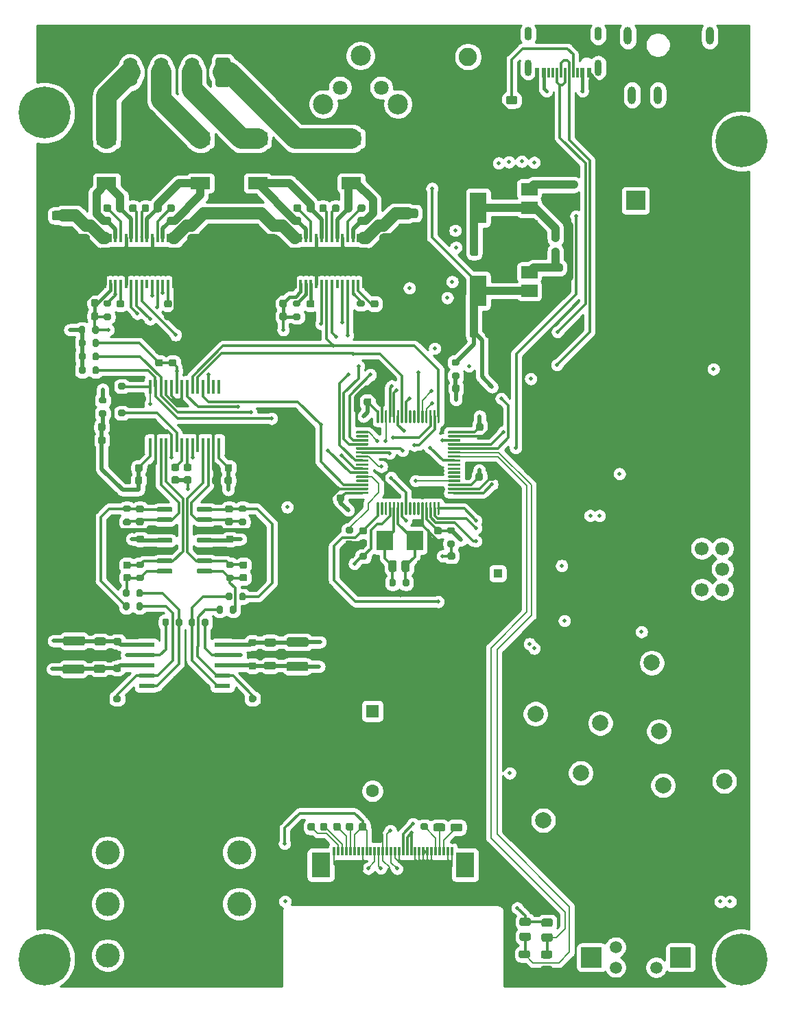
<source format=gbr>
G04 #@! TF.GenerationSoftware,KiCad,Pcbnew,5.1.9*
G04 #@! TF.CreationDate,2021-07-18T14:13:42+08:00*
G04 #@! TF.ProjectId,digital-amplifier2,64696769-7461-46c2-9d61-6d706c696669,rev?*
G04 #@! TF.SameCoordinates,Original*
G04 #@! TF.FileFunction,Copper,L1,Top*
G04 #@! TF.FilePolarity,Positive*
%FSLAX46Y46*%
G04 Gerber Fmt 4.6, Leading zero omitted, Abs format (unit mm)*
G04 Created by KiCad (PCBNEW 5.1.9) date 2021-07-18 14:13:42*
%MOMM*%
%LPD*%
G01*
G04 APERTURE LIST*
G04 #@! TA.AperFunction,ComponentPad*
%ADD10C,2.400000*%
G04 #@! TD*
G04 #@! TA.AperFunction,ComponentPad*
%ADD11R,2.400000X2.400000*%
G04 #@! TD*
G04 #@! TA.AperFunction,ComponentPad*
%ADD12R,1.600000X1.600000*%
G04 #@! TD*
G04 #@! TA.AperFunction,ComponentPad*
%ADD13C,1.600000*%
G04 #@! TD*
G04 #@! TA.AperFunction,ComponentPad*
%ADD14C,1.100000*%
G04 #@! TD*
G04 #@! TA.AperFunction,ComponentPad*
%ADD15R,1.100000X1.100000*%
G04 #@! TD*
G04 #@! TA.AperFunction,SMDPad,CuDef*
%ADD16R,1.969999X0.558000*%
G04 #@! TD*
G04 #@! TA.AperFunction,SMDPad,CuDef*
%ADD17R,2.789999X3.810000*%
G04 #@! TD*
G04 #@! TA.AperFunction,ComponentPad*
%ADD18C,0.600000*%
G04 #@! TD*
G04 #@! TA.AperFunction,ComponentPad*
%ADD19C,2.000000*%
G04 #@! TD*
G04 #@! TA.AperFunction,SMDPad,CuDef*
%ADD20R,2.000000X1.500000*%
G04 #@! TD*
G04 #@! TA.AperFunction,SMDPad,CuDef*
%ADD21R,2.000000X3.800000*%
G04 #@! TD*
G04 #@! TA.AperFunction,ComponentPad*
%ADD22C,1.700000*%
G04 #@! TD*
G04 #@! TA.AperFunction,ComponentPad*
%ADD23C,2.250000*%
G04 #@! TD*
G04 #@! TA.AperFunction,ComponentPad*
%ADD24O,1.800000X3.600000*%
G04 #@! TD*
G04 #@! TA.AperFunction,SMDPad,CuDef*
%ADD25R,9.500000X3.400000*%
G04 #@! TD*
G04 #@! TA.AperFunction,SMDPad,CuDef*
%ADD26R,0.400000X1.100000*%
G04 #@! TD*
G04 #@! TA.AperFunction,SMDPad,CuDef*
%ADD27R,2.400000X1.500000*%
G04 #@! TD*
G04 #@! TA.AperFunction,SMDPad,CuDef*
%ADD28R,2.300000X3.100000*%
G04 #@! TD*
G04 #@! TA.AperFunction,SMDPad,CuDef*
%ADD29R,0.300000X1.100000*%
G04 #@! TD*
G04 #@! TA.AperFunction,ComponentPad*
%ADD30R,2.600000X2.500000*%
G04 #@! TD*
G04 #@! TA.AperFunction,ComponentPad*
%ADD31C,1.500000*%
G04 #@! TD*
G04 #@! TA.AperFunction,SMDPad,CuDef*
%ADD32R,0.600000X1.160000*%
G04 #@! TD*
G04 #@! TA.AperFunction,SMDPad,CuDef*
%ADD33R,0.300000X1.160000*%
G04 #@! TD*
G04 #@! TA.AperFunction,ComponentPad*
%ADD34O,0.900000X1.700000*%
G04 #@! TD*
G04 #@! TA.AperFunction,ComponentPad*
%ADD35O,0.900000X2.000000*%
G04 #@! TD*
G04 #@! TA.AperFunction,SMDPad,CuDef*
%ADD36R,2.000000X2.400000*%
G04 #@! TD*
G04 #@! TA.AperFunction,SMDPad,CuDef*
%ADD37R,5.800000X3.200000*%
G04 #@! TD*
G04 #@! TA.AperFunction,ComponentPad*
%ADD38C,1.800000*%
G04 #@! TD*
G04 #@! TA.AperFunction,WasherPad*
%ADD39C,2.500000*%
G04 #@! TD*
G04 #@! TA.AperFunction,SMDPad,CuDef*
%ADD40R,0.450000X1.750000*%
G04 #@! TD*
G04 #@! TA.AperFunction,SMDPad,CuDef*
%ADD41R,3.200000X5.800000*%
G04 #@! TD*
G04 #@! TA.AperFunction,ComponentPad*
%ADD42C,3.000000*%
G04 #@! TD*
G04 #@! TA.AperFunction,ComponentPad*
%ADD43O,1.000000X2.200000*%
G04 #@! TD*
G04 #@! TA.AperFunction,ComponentPad*
%ADD44C,6.400000*%
G04 #@! TD*
G04 #@! TA.AperFunction,ViaPad*
%ADD45C,0.500000*%
G04 #@! TD*
G04 #@! TA.AperFunction,Conductor*
%ADD46C,0.400000*%
G04 #@! TD*
G04 #@! TA.AperFunction,Conductor*
%ADD47C,1.000000*%
G04 #@! TD*
G04 #@! TA.AperFunction,Conductor*
%ADD48C,0.500000*%
G04 #@! TD*
G04 #@! TA.AperFunction,Conductor*
%ADD49C,0.300000*%
G04 #@! TD*
G04 #@! TA.AperFunction,Conductor*
%ADD50C,0.200000*%
G04 #@! TD*
G04 #@! TA.AperFunction,Conductor*
%ADD51C,1.500000*%
G04 #@! TD*
G04 #@! TA.AperFunction,Conductor*
%ADD52C,2.500000*%
G04 #@! TD*
G04 #@! TA.AperFunction,Conductor*
%ADD53C,0.254000*%
G04 #@! TD*
G04 #@! TA.AperFunction,Conductor*
%ADD54C,0.100000*%
G04 #@! TD*
G04 APERTURE END LIST*
G04 #@! TA.AperFunction,SMDPad,CuDef*
G36*
G01*
X118372700Y-141252060D02*
X117872700Y-141252060D01*
G75*
G02*
X117647700Y-141027060I0J225000D01*
G01*
X117647700Y-140577060D01*
G75*
G02*
X117872700Y-140352060I225000J0D01*
G01*
X118372700Y-140352060D01*
G75*
G02*
X118597700Y-140577060I0J-225000D01*
G01*
X118597700Y-141027060D01*
G75*
G02*
X118372700Y-141252060I-225000J0D01*
G01*
G37*
G04 #@! TD.AperFunction*
G04 #@! TA.AperFunction,SMDPad,CuDef*
G36*
G01*
X118372700Y-142802060D02*
X117872700Y-142802060D01*
G75*
G02*
X117647700Y-142577060I0J225000D01*
G01*
X117647700Y-142127060D01*
G75*
G02*
X117872700Y-141902060I225000J0D01*
G01*
X118372700Y-141902060D01*
G75*
G02*
X118597700Y-142127060I0J-225000D01*
G01*
X118597700Y-142577060D01*
G75*
G02*
X118372700Y-142802060I-225000J0D01*
G01*
G37*
G04 #@! TD.AperFunction*
G04 #@! TA.AperFunction,SMDPad,CuDef*
G36*
G01*
X155861900Y-145779300D02*
X155861900Y-145279300D01*
G75*
G02*
X156086900Y-145054300I225000J0D01*
G01*
X156536900Y-145054300D01*
G75*
G02*
X156761900Y-145279300I0J-225000D01*
G01*
X156761900Y-145779300D01*
G75*
G02*
X156536900Y-146004300I-225000J0D01*
G01*
X156086900Y-146004300D01*
G75*
G02*
X155861900Y-145779300I0J225000D01*
G01*
G37*
G04 #@! TD.AperFunction*
G04 #@! TA.AperFunction,SMDPad,CuDef*
G36*
G01*
X154311900Y-145779300D02*
X154311900Y-145279300D01*
G75*
G02*
X154536900Y-145054300I225000J0D01*
G01*
X154986900Y-145054300D01*
G75*
G02*
X155211900Y-145279300I0J-225000D01*
G01*
X155211900Y-145779300D01*
G75*
G02*
X154986900Y-146004300I-225000J0D01*
G01*
X154536900Y-146004300D01*
G75*
G02*
X154311900Y-145779300I0J225000D01*
G01*
G37*
G04 #@! TD.AperFunction*
G04 #@! TA.AperFunction,SMDPad,CuDef*
G36*
G01*
X137353160Y-199386120D02*
X137353160Y-199886120D01*
G75*
G02*
X137128160Y-200111120I-225000J0D01*
G01*
X136678160Y-200111120D01*
G75*
G02*
X136453160Y-199886120I0J225000D01*
G01*
X136453160Y-199386120D01*
G75*
G02*
X136678160Y-199161120I225000J0D01*
G01*
X137128160Y-199161120D01*
G75*
G02*
X137353160Y-199386120I0J-225000D01*
G01*
G37*
G04 #@! TD.AperFunction*
G04 #@! TA.AperFunction,SMDPad,CuDef*
G36*
G01*
X138903160Y-199386120D02*
X138903160Y-199886120D01*
G75*
G02*
X138678160Y-200111120I-225000J0D01*
G01*
X138228160Y-200111120D01*
G75*
G02*
X138003160Y-199886120I0J225000D01*
G01*
X138003160Y-199386120D01*
G75*
G02*
X138228160Y-199161120I225000J0D01*
G01*
X138678160Y-199161120D01*
G75*
G02*
X138903160Y-199386120I0J-225000D01*
G01*
G37*
G04 #@! TD.AperFunction*
G04 #@! TA.AperFunction,SMDPad,CuDef*
G36*
G01*
X141193400Y-199883840D02*
X141193400Y-199383840D01*
G75*
G02*
X141418400Y-199158840I225000J0D01*
G01*
X141868400Y-199158840D01*
G75*
G02*
X142093400Y-199383840I0J-225000D01*
G01*
X142093400Y-199883840D01*
G75*
G02*
X141868400Y-200108840I-225000J0D01*
G01*
X141418400Y-200108840D01*
G75*
G02*
X141193400Y-199883840I0J225000D01*
G01*
G37*
G04 #@! TD.AperFunction*
G04 #@! TA.AperFunction,SMDPad,CuDef*
G36*
G01*
X139643400Y-199883840D02*
X139643400Y-199383840D01*
G75*
G02*
X139868400Y-199158840I225000J0D01*
G01*
X140318400Y-199158840D01*
G75*
G02*
X140543400Y-199383840I0J-225000D01*
G01*
X140543400Y-199883840D01*
G75*
G02*
X140318400Y-200108840I-225000J0D01*
G01*
X139868400Y-200108840D01*
G75*
G02*
X139643400Y-199883840I0J225000D01*
G01*
G37*
G04 #@! TD.AperFunction*
G04 #@! TA.AperFunction,SMDPad,CuDef*
G36*
G01*
X136564560Y-136179440D02*
X137064560Y-136179440D01*
G75*
G02*
X137289560Y-136404440I0J-225000D01*
G01*
X137289560Y-136854440D01*
G75*
G02*
X137064560Y-137079440I-225000J0D01*
G01*
X136564560Y-137079440D01*
G75*
G02*
X136339560Y-136854440I0J225000D01*
G01*
X136339560Y-136404440D01*
G75*
G02*
X136564560Y-136179440I225000J0D01*
G01*
G37*
G04 #@! TD.AperFunction*
G04 #@! TA.AperFunction,SMDPad,CuDef*
G36*
G01*
X136564560Y-134629440D02*
X137064560Y-134629440D01*
G75*
G02*
X137289560Y-134854440I0J-225000D01*
G01*
X137289560Y-135304440D01*
G75*
G02*
X137064560Y-135529440I-225000J0D01*
G01*
X136564560Y-135529440D01*
G75*
G02*
X136339560Y-135304440I0J225000D01*
G01*
X136339560Y-134854440D01*
G75*
G02*
X136564560Y-134629440I225000J0D01*
G01*
G37*
G04 #@! TD.AperFunction*
G04 #@! TA.AperFunction,SMDPad,CuDef*
G36*
G01*
X144462440Y-136179440D02*
X144962440Y-136179440D01*
G75*
G02*
X145187440Y-136404440I0J-225000D01*
G01*
X145187440Y-136854440D01*
G75*
G02*
X144962440Y-137079440I-225000J0D01*
G01*
X144462440Y-137079440D01*
G75*
G02*
X144237440Y-136854440I0J225000D01*
G01*
X144237440Y-136404440D01*
G75*
G02*
X144462440Y-136179440I225000J0D01*
G01*
G37*
G04 #@! TD.AperFunction*
G04 #@! TA.AperFunction,SMDPad,CuDef*
G36*
G01*
X144462440Y-134629440D02*
X144962440Y-134629440D01*
G75*
G02*
X145187440Y-134854440I0J-225000D01*
G01*
X145187440Y-135304440D01*
G75*
G02*
X144962440Y-135529440I-225000J0D01*
G01*
X144462440Y-135529440D01*
G75*
G02*
X144237440Y-135304440I0J225000D01*
G01*
X144237440Y-134854440D01*
G75*
G02*
X144462440Y-134629440I225000J0D01*
G01*
G37*
G04 #@! TD.AperFunction*
G04 #@! TA.AperFunction,SMDPad,CuDef*
G36*
G01*
X113105120Y-136179440D02*
X113605120Y-136179440D01*
G75*
G02*
X113830120Y-136404440I0J-225000D01*
G01*
X113830120Y-136854440D01*
G75*
G02*
X113605120Y-137079440I-225000J0D01*
G01*
X113105120Y-137079440D01*
G75*
G02*
X112880120Y-136854440I0J225000D01*
G01*
X112880120Y-136404440D01*
G75*
G02*
X113105120Y-136179440I225000J0D01*
G01*
G37*
G04 #@! TD.AperFunction*
G04 #@! TA.AperFunction,SMDPad,CuDef*
G36*
G01*
X113105120Y-134629440D02*
X113605120Y-134629440D01*
G75*
G02*
X113830120Y-134854440I0J-225000D01*
G01*
X113830120Y-135304440D01*
G75*
G02*
X113605120Y-135529440I-225000J0D01*
G01*
X113105120Y-135529440D01*
G75*
G02*
X112880120Y-135304440I0J225000D01*
G01*
X112880120Y-134854440D01*
G75*
G02*
X113105120Y-134629440I225000J0D01*
G01*
G37*
G04 #@! TD.AperFunction*
G04 #@! TA.AperFunction,SMDPad,CuDef*
G36*
G01*
X118985220Y-136179440D02*
X119485220Y-136179440D01*
G75*
G02*
X119710220Y-136404440I0J-225000D01*
G01*
X119710220Y-136854440D01*
G75*
G02*
X119485220Y-137079440I-225000J0D01*
G01*
X118985220Y-137079440D01*
G75*
G02*
X118760220Y-136854440I0J225000D01*
G01*
X118760220Y-136404440D01*
G75*
G02*
X118985220Y-136179440I225000J0D01*
G01*
G37*
G04 #@! TD.AperFunction*
G04 #@! TA.AperFunction,SMDPad,CuDef*
G36*
G01*
X118985220Y-134629440D02*
X119485220Y-134629440D01*
G75*
G02*
X119710220Y-134854440I0J-225000D01*
G01*
X119710220Y-135304440D01*
G75*
G02*
X119485220Y-135529440I-225000J0D01*
G01*
X118985220Y-135529440D01*
G75*
G02*
X118760220Y-135304440I0J225000D01*
G01*
X118760220Y-134854440D01*
G75*
G02*
X118985220Y-134629440I225000J0D01*
G01*
G37*
G04 #@! TD.AperFunction*
G04 #@! TA.AperFunction,SMDPad,CuDef*
G36*
G01*
X132331580Y-136390000D02*
X132331580Y-136890000D01*
G75*
G02*
X132106580Y-137115000I-225000J0D01*
G01*
X131656580Y-137115000D01*
G75*
G02*
X131431580Y-136890000I0J225000D01*
G01*
X131431580Y-136390000D01*
G75*
G02*
X131656580Y-136165000I225000J0D01*
G01*
X132106580Y-136165000D01*
G75*
G02*
X132331580Y-136390000I0J-225000D01*
G01*
G37*
G04 #@! TD.AperFunction*
G04 #@! TA.AperFunction,SMDPad,CuDef*
G36*
G01*
X133881580Y-136390000D02*
X133881580Y-136890000D01*
G75*
G02*
X133656580Y-137115000I-225000J0D01*
G01*
X133206580Y-137115000D01*
G75*
G02*
X132981580Y-136890000I0J225000D01*
G01*
X132981580Y-136390000D01*
G75*
G02*
X133206580Y-136165000I225000J0D01*
G01*
X133656580Y-136165000D01*
G75*
G02*
X133881580Y-136390000I0J-225000D01*
G01*
G37*
G04 #@! TD.AperFunction*
G04 #@! TA.AperFunction,SMDPad,CuDef*
G36*
G01*
X109088040Y-136354440D02*
X109088040Y-136854440D01*
G75*
G02*
X108863040Y-137079440I-225000J0D01*
G01*
X108413040Y-137079440D01*
G75*
G02*
X108188040Y-136854440I0J225000D01*
G01*
X108188040Y-136354440D01*
G75*
G02*
X108413040Y-136129440I225000J0D01*
G01*
X108863040Y-136129440D01*
G75*
G02*
X109088040Y-136354440I0J-225000D01*
G01*
G37*
G04 #@! TD.AperFunction*
G04 #@! TA.AperFunction,SMDPad,CuDef*
G36*
G01*
X110638040Y-136354440D02*
X110638040Y-136854440D01*
G75*
G02*
X110413040Y-137079440I-225000J0D01*
G01*
X109963040Y-137079440D01*
G75*
G02*
X109738040Y-136854440I0J225000D01*
G01*
X109738040Y-136354440D01*
G75*
G02*
X109963040Y-136129440I225000J0D01*
G01*
X110413040Y-136129440D01*
G75*
G02*
X110638040Y-136354440I0J-225000D01*
G01*
G37*
G04 #@! TD.AperFunction*
G04 #@! TA.AperFunction,SMDPad,CuDef*
G36*
G01*
X115546060Y-165226880D02*
X116046060Y-165226880D01*
G75*
G02*
X116271060Y-165451880I0J-225000D01*
G01*
X116271060Y-165901880D01*
G75*
G02*
X116046060Y-166126880I-225000J0D01*
G01*
X115546060Y-166126880D01*
G75*
G02*
X115321060Y-165901880I0J225000D01*
G01*
X115321060Y-165451880D01*
G75*
G02*
X115546060Y-165226880I225000J0D01*
G01*
G37*
G04 #@! TD.AperFunction*
G04 #@! TA.AperFunction,SMDPad,CuDef*
G36*
G01*
X115546060Y-163676880D02*
X116046060Y-163676880D01*
G75*
G02*
X116271060Y-163901880I0J-225000D01*
G01*
X116271060Y-164351880D01*
G75*
G02*
X116046060Y-164576880I-225000J0D01*
G01*
X115546060Y-164576880D01*
G75*
G02*
X115321060Y-164351880I0J225000D01*
G01*
X115321060Y-163901880D01*
G75*
G02*
X115546060Y-163676880I225000J0D01*
G01*
G37*
G04 #@! TD.AperFunction*
G04 #@! TA.AperFunction,SMDPad,CuDef*
G36*
G01*
X126617920Y-165226880D02*
X127117920Y-165226880D01*
G75*
G02*
X127342920Y-165451880I0J-225000D01*
G01*
X127342920Y-165901880D01*
G75*
G02*
X127117920Y-166126880I-225000J0D01*
G01*
X126617920Y-166126880D01*
G75*
G02*
X126392920Y-165901880I0J225000D01*
G01*
X126392920Y-165451880D01*
G75*
G02*
X126617920Y-165226880I225000J0D01*
G01*
G37*
G04 #@! TD.AperFunction*
G04 #@! TA.AperFunction,SMDPad,CuDef*
G36*
G01*
X126617920Y-163676880D02*
X127117920Y-163676880D01*
G75*
G02*
X127342920Y-163901880I0J-225000D01*
G01*
X127342920Y-164351880D01*
G75*
G02*
X127117920Y-164576880I-225000J0D01*
G01*
X126617920Y-164576880D01*
G75*
G02*
X126392920Y-164351880I0J225000D01*
G01*
X126392920Y-163901880D01*
G75*
G02*
X126617920Y-163676880I225000J0D01*
G01*
G37*
G04 #@! TD.AperFunction*
G04 #@! TA.AperFunction,SMDPad,CuDef*
G36*
G01*
X129886520Y-175793520D02*
X129386520Y-175793520D01*
G75*
G02*
X129161520Y-175568520I0J225000D01*
G01*
X129161520Y-175118520D01*
G75*
G02*
X129386520Y-174893520I225000J0D01*
G01*
X129886520Y-174893520D01*
G75*
G02*
X130111520Y-175118520I0J-225000D01*
G01*
X130111520Y-175568520D01*
G75*
G02*
X129886520Y-175793520I-225000J0D01*
G01*
G37*
G04 #@! TD.AperFunction*
G04 #@! TA.AperFunction,SMDPad,CuDef*
G36*
G01*
X129886520Y-177343520D02*
X129386520Y-177343520D01*
G75*
G02*
X129161520Y-177118520I0J225000D01*
G01*
X129161520Y-176668520D01*
G75*
G02*
X129386520Y-176443520I225000J0D01*
G01*
X129886520Y-176443520D01*
G75*
G02*
X130111520Y-176668520I0J-225000D01*
G01*
X130111520Y-177118520D01*
G75*
G02*
X129886520Y-177343520I-225000J0D01*
G01*
G37*
G04 #@! TD.AperFunction*
G04 #@! TA.AperFunction,SMDPad,CuDef*
G36*
G01*
X113234280Y-175671600D02*
X112734280Y-175671600D01*
G75*
G02*
X112509280Y-175446600I0J225000D01*
G01*
X112509280Y-174996600D01*
G75*
G02*
X112734280Y-174771600I225000J0D01*
G01*
X113234280Y-174771600D01*
G75*
G02*
X113459280Y-174996600I0J-225000D01*
G01*
X113459280Y-175446600D01*
G75*
G02*
X113234280Y-175671600I-225000J0D01*
G01*
G37*
G04 #@! TD.AperFunction*
G04 #@! TA.AperFunction,SMDPad,CuDef*
G36*
G01*
X113234280Y-177221600D02*
X112734280Y-177221600D01*
G75*
G02*
X112509280Y-176996600I0J225000D01*
G01*
X112509280Y-176546600D01*
G75*
G02*
X112734280Y-176321600I225000J0D01*
G01*
X113234280Y-176321600D01*
G75*
G02*
X113459280Y-176546600I0J-225000D01*
G01*
X113459280Y-176996600D01*
G75*
G02*
X113234280Y-177221600I-225000J0D01*
G01*
G37*
G04 #@! TD.AperFunction*
G04 #@! TA.AperFunction,SMDPad,CuDef*
G36*
G01*
X112693640Y-181157760D02*
X113193640Y-181157760D01*
G75*
G02*
X113418640Y-181382760I0J-225000D01*
G01*
X113418640Y-181832760D01*
G75*
G02*
X113193640Y-182057760I-225000J0D01*
G01*
X112693640Y-182057760D01*
G75*
G02*
X112468640Y-181832760I0J225000D01*
G01*
X112468640Y-181382760D01*
G75*
G02*
X112693640Y-181157760I225000J0D01*
G01*
G37*
G04 #@! TD.AperFunction*
G04 #@! TA.AperFunction,SMDPad,CuDef*
G36*
G01*
X112693640Y-179607760D02*
X113193640Y-179607760D01*
G75*
G02*
X113418640Y-179832760I0J-225000D01*
G01*
X113418640Y-180282760D01*
G75*
G02*
X113193640Y-180507760I-225000J0D01*
G01*
X112693640Y-180507760D01*
G75*
G02*
X112468640Y-180282760I0J225000D01*
G01*
X112468640Y-179832760D01*
G75*
G02*
X112693640Y-179607760I225000J0D01*
G01*
G37*
G04 #@! TD.AperFunction*
G04 #@! TA.AperFunction,SMDPad,CuDef*
G36*
G01*
X129406840Y-180883440D02*
X129906840Y-180883440D01*
G75*
G02*
X130131840Y-181108440I0J-225000D01*
G01*
X130131840Y-181558440D01*
G75*
G02*
X129906840Y-181783440I-225000J0D01*
G01*
X129406840Y-181783440D01*
G75*
G02*
X129181840Y-181558440I0J225000D01*
G01*
X129181840Y-181108440D01*
G75*
G02*
X129406840Y-180883440I225000J0D01*
G01*
G37*
G04 #@! TD.AperFunction*
G04 #@! TA.AperFunction,SMDPad,CuDef*
G36*
G01*
X129406840Y-179333440D02*
X129906840Y-179333440D01*
G75*
G02*
X130131840Y-179558440I0J-225000D01*
G01*
X130131840Y-180008440D01*
G75*
G02*
X129906840Y-180233440I-225000J0D01*
G01*
X129406840Y-180233440D01*
G75*
G02*
X129181840Y-180008440I0J225000D01*
G01*
X129181840Y-179558440D01*
G75*
G02*
X129406840Y-179333440I225000J0D01*
G01*
G37*
G04 #@! TD.AperFunction*
G04 #@! TA.AperFunction,SMDPad,CuDef*
G36*
G01*
X120041480Y-141269840D02*
X119541480Y-141269840D01*
G75*
G02*
X119316480Y-141044840I0J225000D01*
G01*
X119316480Y-140594840D01*
G75*
G02*
X119541480Y-140369840I225000J0D01*
G01*
X120041480Y-140369840D01*
G75*
G02*
X120266480Y-140594840I0J-225000D01*
G01*
X120266480Y-141044840D01*
G75*
G02*
X120041480Y-141269840I-225000J0D01*
G01*
G37*
G04 #@! TD.AperFunction*
G04 #@! TA.AperFunction,SMDPad,CuDef*
G36*
G01*
X120041480Y-142819840D02*
X119541480Y-142819840D01*
G75*
G02*
X119316480Y-142594840I0J225000D01*
G01*
X119316480Y-142144840D01*
G75*
G02*
X119541480Y-141919840I225000J0D01*
G01*
X120041480Y-141919840D01*
G75*
G02*
X120266480Y-142144840I0J-225000D01*
G01*
X120266480Y-142594840D01*
G75*
G02*
X120041480Y-142819840I-225000J0D01*
G01*
G37*
G04 #@! TD.AperFunction*
G04 #@! TA.AperFunction,SMDPad,CuDef*
G36*
G01*
X140380840Y-123030740D02*
X140380840Y-123530740D01*
G75*
G02*
X140155840Y-123755740I-225000J0D01*
G01*
X139705840Y-123755740D01*
G75*
G02*
X139480840Y-123530740I0J225000D01*
G01*
X139480840Y-123030740D01*
G75*
G02*
X139705840Y-122805740I225000J0D01*
G01*
X140155840Y-122805740D01*
G75*
G02*
X140380840Y-123030740I0J-225000D01*
G01*
G37*
G04 #@! TD.AperFunction*
G04 #@! TA.AperFunction,SMDPad,CuDef*
G36*
G01*
X141930840Y-123030740D02*
X141930840Y-123530740D01*
G75*
G02*
X141705840Y-123755740I-225000J0D01*
G01*
X141255840Y-123755740D01*
G75*
G02*
X141030840Y-123530740I0J225000D01*
G01*
X141030840Y-123030740D01*
G75*
G02*
X141255840Y-122805740I225000J0D01*
G01*
X141705840Y-122805740D01*
G75*
G02*
X141930840Y-123030740I0J-225000D01*
G01*
G37*
G04 #@! TD.AperFunction*
G04 #@! TA.AperFunction,SMDPad,CuDef*
G36*
G01*
X143366300Y-123705740D02*
X142866300Y-123705740D01*
G75*
G02*
X142641300Y-123480740I0J225000D01*
G01*
X142641300Y-123030740D01*
G75*
G02*
X142866300Y-122805740I225000J0D01*
G01*
X143366300Y-122805740D01*
G75*
G02*
X143591300Y-123030740I0J-225000D01*
G01*
X143591300Y-123480740D01*
G75*
G02*
X143366300Y-123705740I-225000J0D01*
G01*
G37*
G04 #@! TD.AperFunction*
G04 #@! TA.AperFunction,SMDPad,CuDef*
G36*
G01*
X143366300Y-125255740D02*
X142866300Y-125255740D01*
G75*
G02*
X142641300Y-125030740I0J225000D01*
G01*
X142641300Y-124580740D01*
G75*
G02*
X142866300Y-124355740I225000J0D01*
G01*
X143366300Y-124355740D01*
G75*
G02*
X143591300Y-124580740I0J-225000D01*
G01*
X143591300Y-125030740D01*
G75*
G02*
X143366300Y-125255740I-225000J0D01*
G01*
G37*
G04 #@! TD.AperFunction*
G04 #@! TA.AperFunction,SMDPad,CuDef*
G36*
G01*
X137904100Y-123530740D02*
X137904100Y-123030740D01*
G75*
G02*
X138129100Y-122805740I225000J0D01*
G01*
X138579100Y-122805740D01*
G75*
G02*
X138804100Y-123030740I0J-225000D01*
G01*
X138804100Y-123530740D01*
G75*
G02*
X138579100Y-123755740I-225000J0D01*
G01*
X138129100Y-123755740D01*
G75*
G02*
X137904100Y-123530740I0J225000D01*
G01*
G37*
G04 #@! TD.AperFunction*
G04 #@! TA.AperFunction,SMDPad,CuDef*
G36*
G01*
X136354100Y-123530740D02*
X136354100Y-123030740D01*
G75*
G02*
X136579100Y-122805740I225000J0D01*
G01*
X137029100Y-122805740D01*
G75*
G02*
X137254100Y-123030740I0J-225000D01*
G01*
X137254100Y-123530740D01*
G75*
G02*
X137029100Y-123755740I-225000J0D01*
G01*
X136579100Y-123755740D01*
G75*
G02*
X136354100Y-123530740I0J225000D01*
G01*
G37*
G04 #@! TD.AperFunction*
G04 #@! TA.AperFunction,SMDPad,CuDef*
G36*
G01*
X135441500Y-123705740D02*
X134941500Y-123705740D01*
G75*
G02*
X134716500Y-123480740I0J225000D01*
G01*
X134716500Y-123030740D01*
G75*
G02*
X134941500Y-122805740I225000J0D01*
G01*
X135441500Y-122805740D01*
G75*
G02*
X135666500Y-123030740I0J-225000D01*
G01*
X135666500Y-123480740D01*
G75*
G02*
X135441500Y-123705740I-225000J0D01*
G01*
G37*
G04 #@! TD.AperFunction*
G04 #@! TA.AperFunction,SMDPad,CuDef*
G36*
G01*
X135441500Y-125255740D02*
X134941500Y-125255740D01*
G75*
G02*
X134716500Y-125030740I0J225000D01*
G01*
X134716500Y-124580740D01*
G75*
G02*
X134941500Y-124355740I225000J0D01*
G01*
X135441500Y-124355740D01*
G75*
G02*
X135666500Y-124580740I0J-225000D01*
G01*
X135666500Y-125030740D01*
G75*
G02*
X135441500Y-125255740I-225000J0D01*
G01*
G37*
G04 #@! TD.AperFunction*
G04 #@! TA.AperFunction,SMDPad,CuDef*
G36*
G01*
X116880760Y-123028900D02*
X116880760Y-123528900D01*
G75*
G02*
X116655760Y-123753900I-225000J0D01*
G01*
X116205760Y-123753900D01*
G75*
G02*
X115980760Y-123528900I0J225000D01*
G01*
X115980760Y-123028900D01*
G75*
G02*
X116205760Y-122803900I225000J0D01*
G01*
X116655760Y-122803900D01*
G75*
G02*
X116880760Y-123028900I0J-225000D01*
G01*
G37*
G04 #@! TD.AperFunction*
G04 #@! TA.AperFunction,SMDPad,CuDef*
G36*
G01*
X118430760Y-123028900D02*
X118430760Y-123528900D01*
G75*
G02*
X118205760Y-123753900I-225000J0D01*
G01*
X117755760Y-123753900D01*
G75*
G02*
X117530760Y-123528900I0J225000D01*
G01*
X117530760Y-123028900D01*
G75*
G02*
X117755760Y-122803900I225000J0D01*
G01*
X118205760Y-122803900D01*
G75*
G02*
X118430760Y-123028900I0J-225000D01*
G01*
G37*
G04 #@! TD.AperFunction*
G04 #@! TA.AperFunction,SMDPad,CuDef*
G36*
G01*
X119837520Y-123705740D02*
X119337520Y-123705740D01*
G75*
G02*
X119112520Y-123480740I0J225000D01*
G01*
X119112520Y-123030740D01*
G75*
G02*
X119337520Y-122805740I225000J0D01*
G01*
X119837520Y-122805740D01*
G75*
G02*
X120062520Y-123030740I0J-225000D01*
G01*
X120062520Y-123480740D01*
G75*
G02*
X119837520Y-123705740I-225000J0D01*
G01*
G37*
G04 #@! TD.AperFunction*
G04 #@! TA.AperFunction,SMDPad,CuDef*
G36*
G01*
X119837520Y-125255740D02*
X119337520Y-125255740D01*
G75*
G02*
X119112520Y-125030740I0J225000D01*
G01*
X119112520Y-124580740D01*
G75*
G02*
X119337520Y-124355740I225000J0D01*
G01*
X119837520Y-124355740D01*
G75*
G02*
X120062520Y-124580740I0J-225000D01*
G01*
X120062520Y-125030740D01*
G75*
G02*
X119837520Y-125255740I-225000J0D01*
G01*
G37*
G04 #@! TD.AperFunction*
G04 #@! TA.AperFunction,SMDPad,CuDef*
G36*
G01*
X114442120Y-123528900D02*
X114442120Y-123028900D01*
G75*
G02*
X114667120Y-122803900I225000J0D01*
G01*
X115117120Y-122803900D01*
G75*
G02*
X115342120Y-123028900I0J-225000D01*
G01*
X115342120Y-123528900D01*
G75*
G02*
X115117120Y-123753900I-225000J0D01*
G01*
X114667120Y-123753900D01*
G75*
G02*
X114442120Y-123528900I0J225000D01*
G01*
G37*
G04 #@! TD.AperFunction*
G04 #@! TA.AperFunction,SMDPad,CuDef*
G36*
G01*
X112892120Y-123528900D02*
X112892120Y-123028900D01*
G75*
G02*
X113117120Y-122803900I225000J0D01*
G01*
X113567120Y-122803900D01*
G75*
G02*
X113792120Y-123028900I0J-225000D01*
G01*
X113792120Y-123528900D01*
G75*
G02*
X113567120Y-123753900I-225000J0D01*
G01*
X113117120Y-123753900D01*
G75*
G02*
X112892120Y-123528900I0J225000D01*
G01*
G37*
G04 #@! TD.AperFunction*
G04 #@! TA.AperFunction,SMDPad,CuDef*
G36*
G01*
X111982820Y-123705740D02*
X111482820Y-123705740D01*
G75*
G02*
X111257820Y-123480740I0J225000D01*
G01*
X111257820Y-123030740D01*
G75*
G02*
X111482820Y-122805740I225000J0D01*
G01*
X111982820Y-122805740D01*
G75*
G02*
X112207820Y-123030740I0J-225000D01*
G01*
X112207820Y-123480740D01*
G75*
G02*
X111982820Y-123705740I-225000J0D01*
G01*
G37*
G04 #@! TD.AperFunction*
G04 #@! TA.AperFunction,SMDPad,CuDef*
G36*
G01*
X111982820Y-125255740D02*
X111482820Y-125255740D01*
G75*
G02*
X111257820Y-125030740I0J225000D01*
G01*
X111257820Y-124580740D01*
G75*
G02*
X111482820Y-124355740I225000J0D01*
G01*
X111982820Y-124355740D01*
G75*
G02*
X112207820Y-124580740I0J-225000D01*
G01*
X112207820Y-125030740D01*
G75*
G02*
X111982820Y-125255740I-225000J0D01*
G01*
G37*
G04 #@! TD.AperFunction*
G04 #@! TA.AperFunction,SMDPad,CuDef*
G36*
G01*
X132331580Y-134781480D02*
X132331580Y-135281480D01*
G75*
G02*
X132106580Y-135506480I-225000J0D01*
G01*
X131656580Y-135506480D01*
G75*
G02*
X131431580Y-135281480I0J225000D01*
G01*
X131431580Y-134781480D01*
G75*
G02*
X131656580Y-134556480I225000J0D01*
G01*
X132106580Y-134556480D01*
G75*
G02*
X132331580Y-134781480I0J-225000D01*
G01*
G37*
G04 #@! TD.AperFunction*
G04 #@! TA.AperFunction,SMDPad,CuDef*
G36*
G01*
X133881580Y-134781480D02*
X133881580Y-135281480D01*
G75*
G02*
X133656580Y-135506480I-225000J0D01*
G01*
X133206580Y-135506480D01*
G75*
G02*
X132981580Y-135281480I0J225000D01*
G01*
X132981580Y-134781480D01*
G75*
G02*
X133206580Y-134556480I225000J0D01*
G01*
X133656580Y-134556480D01*
G75*
G02*
X133881580Y-134781480I0J-225000D01*
G01*
G37*
G04 #@! TD.AperFunction*
G04 #@! TA.AperFunction,SMDPad,CuDef*
G36*
G01*
X108832840Y-126524480D02*
X109332840Y-126524480D01*
G75*
G02*
X109557840Y-126749480I0J-225000D01*
G01*
X109557840Y-127199480D01*
G75*
G02*
X109332840Y-127424480I-225000J0D01*
G01*
X108832840Y-127424480D01*
G75*
G02*
X108607840Y-127199480I0J225000D01*
G01*
X108607840Y-126749480D01*
G75*
G02*
X108832840Y-126524480I225000J0D01*
G01*
G37*
G04 #@! TD.AperFunction*
G04 #@! TA.AperFunction,SMDPad,CuDef*
G36*
G01*
X108832840Y-124974480D02*
X109332840Y-124974480D01*
G75*
G02*
X109557840Y-125199480I0J-225000D01*
G01*
X109557840Y-125649480D01*
G75*
G02*
X109332840Y-125874480I-225000J0D01*
G01*
X108832840Y-125874480D01*
G75*
G02*
X108607840Y-125649480I0J225000D01*
G01*
X108607840Y-125199480D01*
G75*
G02*
X108832840Y-124974480I225000J0D01*
G01*
G37*
G04 #@! TD.AperFunction*
G04 #@! TA.AperFunction,SMDPad,CuDef*
G36*
G01*
X132058600Y-126524480D02*
X132558600Y-126524480D01*
G75*
G02*
X132783600Y-126749480I0J-225000D01*
G01*
X132783600Y-127199480D01*
G75*
G02*
X132558600Y-127424480I-225000J0D01*
G01*
X132058600Y-127424480D01*
G75*
G02*
X131833600Y-127199480I0J225000D01*
G01*
X131833600Y-126749480D01*
G75*
G02*
X132058600Y-126524480I225000J0D01*
G01*
G37*
G04 #@! TD.AperFunction*
G04 #@! TA.AperFunction,SMDPad,CuDef*
G36*
G01*
X132058600Y-124974480D02*
X132558600Y-124974480D01*
G75*
G02*
X132783600Y-125199480I0J-225000D01*
G01*
X132783600Y-125649480D01*
G75*
G02*
X132558600Y-125874480I-225000J0D01*
G01*
X132058600Y-125874480D01*
G75*
G02*
X131833600Y-125649480I0J225000D01*
G01*
X131833600Y-125199480D01*
G75*
G02*
X132058600Y-124974480I225000J0D01*
G01*
G37*
G04 #@! TD.AperFunction*
G04 #@! TA.AperFunction,SMDPad,CuDef*
G36*
G01*
X121868120Y-126524480D02*
X122368120Y-126524480D01*
G75*
G02*
X122593120Y-126749480I0J-225000D01*
G01*
X122593120Y-127199480D01*
G75*
G02*
X122368120Y-127424480I-225000J0D01*
G01*
X121868120Y-127424480D01*
G75*
G02*
X121643120Y-127199480I0J225000D01*
G01*
X121643120Y-126749480D01*
G75*
G02*
X121868120Y-126524480I225000J0D01*
G01*
G37*
G04 #@! TD.AperFunction*
G04 #@! TA.AperFunction,SMDPad,CuDef*
G36*
G01*
X121868120Y-124974480D02*
X122368120Y-124974480D01*
G75*
G02*
X122593120Y-125199480I0J-225000D01*
G01*
X122593120Y-125649480D01*
G75*
G02*
X122368120Y-125874480I-225000J0D01*
G01*
X121868120Y-125874480D01*
G75*
G02*
X121643120Y-125649480I0J225000D01*
G01*
X121643120Y-125199480D01*
G75*
G02*
X121868120Y-124974480I225000J0D01*
G01*
G37*
G04 #@! TD.AperFunction*
G04 #@! TA.AperFunction,SMDPad,CuDef*
G36*
G01*
X145540920Y-126524480D02*
X146040920Y-126524480D01*
G75*
G02*
X146265920Y-126749480I0J-225000D01*
G01*
X146265920Y-127199480D01*
G75*
G02*
X146040920Y-127424480I-225000J0D01*
G01*
X145540920Y-127424480D01*
G75*
G02*
X145315920Y-127199480I0J225000D01*
G01*
X145315920Y-126749480D01*
G75*
G02*
X145540920Y-126524480I225000J0D01*
G01*
G37*
G04 #@! TD.AperFunction*
G04 #@! TA.AperFunction,SMDPad,CuDef*
G36*
G01*
X145540920Y-124974480D02*
X146040920Y-124974480D01*
G75*
G02*
X146265920Y-125199480I0J-225000D01*
G01*
X146265920Y-125649480D01*
G75*
G02*
X146040920Y-125874480I-225000J0D01*
G01*
X145540920Y-125874480D01*
G75*
G02*
X145315920Y-125649480I0J225000D01*
G01*
X145315920Y-125199480D01*
G75*
G02*
X145540920Y-124974480I225000J0D01*
G01*
G37*
G04 #@! TD.AperFunction*
G04 #@! TA.AperFunction,SMDPad,CuDef*
G36*
G01*
X109090580Y-134715440D02*
X109090580Y-135215440D01*
G75*
G02*
X108865580Y-135440440I-225000J0D01*
G01*
X108415580Y-135440440D01*
G75*
G02*
X108190580Y-135215440I0J225000D01*
G01*
X108190580Y-134715440D01*
G75*
G02*
X108415580Y-134490440I225000J0D01*
G01*
X108865580Y-134490440D01*
G75*
G02*
X109090580Y-134715440I0J-225000D01*
G01*
G37*
G04 #@! TD.AperFunction*
G04 #@! TA.AperFunction,SMDPad,CuDef*
G36*
G01*
X110640580Y-134715440D02*
X110640580Y-135215440D01*
G75*
G02*
X110415580Y-135440440I-225000J0D01*
G01*
X109965580Y-135440440D01*
G75*
G02*
X109740580Y-135215440I0J225000D01*
G01*
X109740580Y-134715440D01*
G75*
G02*
X109965580Y-134490440I225000J0D01*
G01*
X110415580Y-134490440D01*
G75*
G02*
X110640580Y-134715440I0J-225000D01*
G01*
G37*
G04 #@! TD.AperFunction*
G04 #@! TA.AperFunction,SMDPad,CuDef*
G36*
G01*
X144353160Y-199883840D02*
X144353160Y-199383840D01*
G75*
G02*
X144578160Y-199158840I225000J0D01*
G01*
X145028160Y-199158840D01*
G75*
G02*
X145253160Y-199383840I0J-225000D01*
G01*
X145253160Y-199883840D01*
G75*
G02*
X145028160Y-200108840I-225000J0D01*
G01*
X144578160Y-200108840D01*
G75*
G02*
X144353160Y-199883840I0J225000D01*
G01*
G37*
G04 #@! TD.AperFunction*
G04 #@! TA.AperFunction,SMDPad,CuDef*
G36*
G01*
X142803160Y-199883840D02*
X142803160Y-199383840D01*
G75*
G02*
X143028160Y-199158840I225000J0D01*
G01*
X143478160Y-199158840D01*
G75*
G02*
X143703160Y-199383840I0J-225000D01*
G01*
X143703160Y-199883840D01*
G75*
G02*
X143478160Y-200108840I-225000J0D01*
G01*
X143028160Y-200108840D01*
G75*
G02*
X142803160Y-199883840I0J225000D01*
G01*
G37*
G04 #@! TD.AperFunction*
G04 #@! TA.AperFunction,SMDPad,CuDef*
G36*
G01*
X126513780Y-161509660D02*
X127013780Y-161509660D01*
G75*
G02*
X127238780Y-161734660I0J-225000D01*
G01*
X127238780Y-162184660D01*
G75*
G02*
X127013780Y-162409660I-225000J0D01*
G01*
X126513780Y-162409660D01*
G75*
G02*
X126288780Y-162184660I0J225000D01*
G01*
X126288780Y-161734660D01*
G75*
G02*
X126513780Y-161509660I225000J0D01*
G01*
G37*
G04 #@! TD.AperFunction*
G04 #@! TA.AperFunction,SMDPad,CuDef*
G36*
G01*
X126513780Y-159959660D02*
X127013780Y-159959660D01*
G75*
G02*
X127238780Y-160184660I0J-225000D01*
G01*
X127238780Y-160634660D01*
G75*
G02*
X127013780Y-160859660I-225000J0D01*
G01*
X126513780Y-160859660D01*
G75*
G02*
X126288780Y-160634660I0J225000D01*
G01*
X126288780Y-160184660D01*
G75*
G02*
X126513780Y-159959660I225000J0D01*
G01*
G37*
G04 #@! TD.AperFunction*
G04 #@! TA.AperFunction,SMDPad,CuDef*
G36*
G01*
X115505420Y-161509660D02*
X116005420Y-161509660D01*
G75*
G02*
X116230420Y-161734660I0J-225000D01*
G01*
X116230420Y-162184660D01*
G75*
G02*
X116005420Y-162409660I-225000J0D01*
G01*
X115505420Y-162409660D01*
G75*
G02*
X115280420Y-162184660I0J225000D01*
G01*
X115280420Y-161734660D01*
G75*
G02*
X115505420Y-161509660I225000J0D01*
G01*
G37*
G04 #@! TD.AperFunction*
G04 #@! TA.AperFunction,SMDPad,CuDef*
G36*
G01*
X115505420Y-159959660D02*
X116005420Y-159959660D01*
G75*
G02*
X116230420Y-160184660I0J-225000D01*
G01*
X116230420Y-160634660D01*
G75*
G02*
X116005420Y-160859660I-225000J0D01*
G01*
X115505420Y-160859660D01*
G75*
G02*
X115280420Y-160634660I0J225000D01*
G01*
X115280420Y-160184660D01*
G75*
G02*
X115505420Y-159959660I225000J0D01*
G01*
G37*
G04 #@! TD.AperFunction*
G04 #@! TA.AperFunction,SMDPad,CuDef*
G36*
G01*
X114412840Y-167777280D02*
X113912840Y-167777280D01*
G75*
G02*
X113687840Y-167552280I0J225000D01*
G01*
X113687840Y-167102280D01*
G75*
G02*
X113912840Y-166877280I225000J0D01*
G01*
X114412840Y-166877280D01*
G75*
G02*
X114637840Y-167102280I0J-225000D01*
G01*
X114637840Y-167552280D01*
G75*
G02*
X114412840Y-167777280I-225000J0D01*
G01*
G37*
G04 #@! TD.AperFunction*
G04 #@! TA.AperFunction,SMDPad,CuDef*
G36*
G01*
X114412840Y-169327280D02*
X113912840Y-169327280D01*
G75*
G02*
X113687840Y-169102280I0J225000D01*
G01*
X113687840Y-168652280D01*
G75*
G02*
X113912840Y-168427280I225000J0D01*
G01*
X114412840Y-168427280D01*
G75*
G02*
X114637840Y-168652280I0J-225000D01*
G01*
X114637840Y-169102280D01*
G75*
G02*
X114412840Y-169327280I-225000J0D01*
G01*
G37*
G04 #@! TD.AperFunction*
G04 #@! TA.AperFunction,SMDPad,CuDef*
G36*
G01*
X128776540Y-167777280D02*
X128276540Y-167777280D01*
G75*
G02*
X128051540Y-167552280I0J225000D01*
G01*
X128051540Y-167102280D01*
G75*
G02*
X128276540Y-166877280I225000J0D01*
G01*
X128776540Y-166877280D01*
G75*
G02*
X129001540Y-167102280I0J-225000D01*
G01*
X129001540Y-167552280D01*
G75*
G02*
X128776540Y-167777280I-225000J0D01*
G01*
G37*
G04 #@! TD.AperFunction*
G04 #@! TA.AperFunction,SMDPad,CuDef*
G36*
G01*
X128776540Y-169327280D02*
X128276540Y-169327280D01*
G75*
G02*
X128051540Y-169102280I0J225000D01*
G01*
X128051540Y-168652280D01*
G75*
G02*
X128276540Y-168427280I225000J0D01*
G01*
X128776540Y-168427280D01*
G75*
G02*
X129001540Y-168652280I0J-225000D01*
G01*
X129001540Y-169102280D01*
G75*
G02*
X128776540Y-169327280I-225000J0D01*
G01*
G37*
G04 #@! TD.AperFunction*
G04 #@! TA.AperFunction,SMDPad,CuDef*
G36*
G01*
X125565020Y-156633100D02*
X125565020Y-157133100D01*
G75*
G02*
X125340020Y-157358100I-225000J0D01*
G01*
X124890020Y-157358100D01*
G75*
G02*
X124665020Y-157133100I0J225000D01*
G01*
X124665020Y-156633100D01*
G75*
G02*
X124890020Y-156408100I225000J0D01*
G01*
X125340020Y-156408100D01*
G75*
G02*
X125565020Y-156633100I0J-225000D01*
G01*
G37*
G04 #@! TD.AperFunction*
G04 #@! TA.AperFunction,SMDPad,CuDef*
G36*
G01*
X127115020Y-156633100D02*
X127115020Y-157133100D01*
G75*
G02*
X126890020Y-157358100I-225000J0D01*
G01*
X126440020Y-157358100D01*
G75*
G02*
X126215020Y-157133100I0J225000D01*
G01*
X126215020Y-156633100D01*
G75*
G02*
X126440020Y-156408100I225000J0D01*
G01*
X126890020Y-156408100D01*
G75*
G02*
X127115020Y-156633100I0J-225000D01*
G01*
G37*
G04 #@! TD.AperFunction*
G04 #@! TA.AperFunction,SMDPad,CuDef*
G36*
G01*
X116715420Y-155596400D02*
X116715420Y-155096400D01*
G75*
G02*
X116940420Y-154871400I225000J0D01*
G01*
X117390420Y-154871400D01*
G75*
G02*
X117615420Y-155096400I0J-225000D01*
G01*
X117615420Y-155596400D01*
G75*
G02*
X117390420Y-155821400I-225000J0D01*
G01*
X116940420Y-155821400D01*
G75*
G02*
X116715420Y-155596400I0J225000D01*
G01*
G37*
G04 #@! TD.AperFunction*
G04 #@! TA.AperFunction,SMDPad,CuDef*
G36*
G01*
X115165420Y-155596400D02*
X115165420Y-155096400D01*
G75*
G02*
X115390420Y-154871400I225000J0D01*
G01*
X115840420Y-154871400D01*
G75*
G02*
X116065420Y-155096400I0J-225000D01*
G01*
X116065420Y-155596400D01*
G75*
G02*
X115840420Y-155821400I-225000J0D01*
G01*
X115390420Y-155821400D01*
G75*
G02*
X115165420Y-155596400I0J225000D01*
G01*
G37*
G04 #@! TD.AperFunction*
G04 #@! TA.AperFunction,SMDPad,CuDef*
G36*
G01*
X109961800Y-151677560D02*
X109961800Y-152177560D01*
G75*
G02*
X109736800Y-152402560I-225000J0D01*
G01*
X109286800Y-152402560D01*
G75*
G02*
X109061800Y-152177560I0J225000D01*
G01*
X109061800Y-151677560D01*
G75*
G02*
X109286800Y-151452560I225000J0D01*
G01*
X109736800Y-151452560D01*
G75*
G02*
X109961800Y-151677560I0J-225000D01*
G01*
G37*
G04 #@! TD.AperFunction*
G04 #@! TA.AperFunction,SMDPad,CuDef*
G36*
G01*
X111511800Y-151677560D02*
X111511800Y-152177560D01*
G75*
G02*
X111286800Y-152402560I-225000J0D01*
G01*
X110836800Y-152402560D01*
G75*
G02*
X110611800Y-152177560I0J225000D01*
G01*
X110611800Y-151677560D01*
G75*
G02*
X110836800Y-151452560I225000J0D01*
G01*
X111286800Y-151452560D01*
G75*
G02*
X111511800Y-151677560I0J-225000D01*
G01*
G37*
G04 #@! TD.AperFunction*
G04 #@! TA.AperFunction,SMDPad,CuDef*
G36*
G01*
X109946560Y-150036720D02*
X109946560Y-150536720D01*
G75*
G02*
X109721560Y-150761720I-225000J0D01*
G01*
X109271560Y-150761720D01*
G75*
G02*
X109046560Y-150536720I0J225000D01*
G01*
X109046560Y-150036720D01*
G75*
G02*
X109271560Y-149811720I225000J0D01*
G01*
X109721560Y-149811720D01*
G75*
G02*
X109946560Y-150036720I0J-225000D01*
G01*
G37*
G04 #@! TD.AperFunction*
G04 #@! TA.AperFunction,SMDPad,CuDef*
G36*
G01*
X111496560Y-150036720D02*
X111496560Y-150536720D01*
G75*
G02*
X111271560Y-150761720I-225000J0D01*
G01*
X110821560Y-150761720D01*
G75*
G02*
X110596560Y-150536720I0J225000D01*
G01*
X110596560Y-150036720D01*
G75*
G02*
X110821560Y-149811720I225000J0D01*
G01*
X111271560Y-149811720D01*
G75*
G02*
X111496560Y-150036720I0J-225000D01*
G01*
G37*
G04 #@! TD.AperFunction*
G04 #@! TA.AperFunction,SMDPad,CuDef*
G36*
G01*
X125590420Y-155083700D02*
X125590420Y-155583700D01*
G75*
G02*
X125365420Y-155808700I-225000J0D01*
G01*
X124915420Y-155808700D01*
G75*
G02*
X124690420Y-155583700I0J225000D01*
G01*
X124690420Y-155083700D01*
G75*
G02*
X124915420Y-154858700I225000J0D01*
G01*
X125365420Y-154858700D01*
G75*
G02*
X125590420Y-155083700I0J-225000D01*
G01*
G37*
G04 #@! TD.AperFunction*
G04 #@! TA.AperFunction,SMDPad,CuDef*
G36*
G01*
X127140420Y-155083700D02*
X127140420Y-155583700D01*
G75*
G02*
X126915420Y-155808700I-225000J0D01*
G01*
X126465420Y-155808700D01*
G75*
G02*
X126240420Y-155583700I0J225000D01*
G01*
X126240420Y-155083700D01*
G75*
G02*
X126465420Y-154858700I225000J0D01*
G01*
X126915420Y-154858700D01*
G75*
G02*
X127140420Y-155083700I0J-225000D01*
G01*
G37*
G04 #@! TD.AperFunction*
G04 #@! TA.AperFunction,SMDPad,CuDef*
G36*
G01*
X116702720Y-157120400D02*
X116702720Y-156620400D01*
G75*
G02*
X116927720Y-156395400I225000J0D01*
G01*
X117377720Y-156395400D01*
G75*
G02*
X117602720Y-156620400I0J-225000D01*
G01*
X117602720Y-157120400D01*
G75*
G02*
X117377720Y-157345400I-225000J0D01*
G01*
X116927720Y-157345400D01*
G75*
G02*
X116702720Y-157120400I0J225000D01*
G01*
G37*
G04 #@! TD.AperFunction*
G04 #@! TA.AperFunction,SMDPad,CuDef*
G36*
G01*
X115152720Y-157120400D02*
X115152720Y-156620400D01*
G75*
G02*
X115377720Y-156395400I225000J0D01*
G01*
X115827720Y-156395400D01*
G75*
G02*
X116052720Y-156620400I0J-225000D01*
G01*
X116052720Y-157120400D01*
G75*
G02*
X115827720Y-157345400I-225000J0D01*
G01*
X115377720Y-157345400D01*
G75*
G02*
X115152720Y-157120400I0J225000D01*
G01*
G37*
G04 #@! TD.AperFunction*
G04 #@! TA.AperFunction,SMDPad,CuDef*
G36*
G01*
X119874220Y-156369900D02*
X120374220Y-156369900D01*
G75*
G02*
X120599220Y-156594900I0J-225000D01*
G01*
X120599220Y-157044900D01*
G75*
G02*
X120374220Y-157269900I-225000J0D01*
G01*
X119874220Y-157269900D01*
G75*
G02*
X119649220Y-157044900I0J225000D01*
G01*
X119649220Y-156594900D01*
G75*
G02*
X119874220Y-156369900I225000J0D01*
G01*
G37*
G04 #@! TD.AperFunction*
G04 #@! TA.AperFunction,SMDPad,CuDef*
G36*
G01*
X119874220Y-154819900D02*
X120374220Y-154819900D01*
G75*
G02*
X120599220Y-155044900I0J-225000D01*
G01*
X120599220Y-155494900D01*
G75*
G02*
X120374220Y-155719900I-225000J0D01*
G01*
X119874220Y-155719900D01*
G75*
G02*
X119649220Y-155494900I0J225000D01*
G01*
X119649220Y-155044900D01*
G75*
G02*
X119874220Y-154819900I225000J0D01*
G01*
G37*
G04 #@! TD.AperFunction*
G04 #@! TA.AperFunction,SMDPad,CuDef*
G36*
G01*
X121398220Y-156369900D02*
X121898220Y-156369900D01*
G75*
G02*
X122123220Y-156594900I0J-225000D01*
G01*
X122123220Y-157044900D01*
G75*
G02*
X121898220Y-157269900I-225000J0D01*
G01*
X121398220Y-157269900D01*
G75*
G02*
X121173220Y-157044900I0J225000D01*
G01*
X121173220Y-156594900D01*
G75*
G02*
X121398220Y-156369900I225000J0D01*
G01*
G37*
G04 #@! TD.AperFunction*
G04 #@! TA.AperFunction,SMDPad,CuDef*
G36*
G01*
X121398220Y-154819900D02*
X121898220Y-154819900D01*
G75*
G02*
X122123220Y-155044900I0J-225000D01*
G01*
X122123220Y-155494900D01*
G75*
G02*
X121898220Y-155719900I-225000J0D01*
G01*
X121398220Y-155719900D01*
G75*
G02*
X121173220Y-155494900I0J225000D01*
G01*
X121173220Y-155044900D01*
G75*
G02*
X121398220Y-154819900I225000J0D01*
G01*
G37*
G04 #@! TD.AperFunction*
G04 #@! TA.AperFunction,SMDPad,CuDef*
G36*
G01*
X153953400Y-167307140D02*
X154453400Y-167307140D01*
G75*
G02*
X154678400Y-167532140I0J-225000D01*
G01*
X154678400Y-167982140D01*
G75*
G02*
X154453400Y-168207140I-225000J0D01*
G01*
X153953400Y-168207140D01*
G75*
G02*
X153728400Y-167982140I0J225000D01*
G01*
X153728400Y-167532140D01*
G75*
G02*
X153953400Y-167307140I225000J0D01*
G01*
G37*
G04 #@! TD.AperFunction*
G04 #@! TA.AperFunction,SMDPad,CuDef*
G36*
G01*
X153953400Y-165757140D02*
X154453400Y-165757140D01*
G75*
G02*
X154678400Y-165982140I0J-225000D01*
G01*
X154678400Y-166432140D01*
G75*
G02*
X154453400Y-166657140I-225000J0D01*
G01*
X153953400Y-166657140D01*
G75*
G02*
X153728400Y-166432140I0J225000D01*
G01*
X153728400Y-165982140D01*
G75*
G02*
X153953400Y-165757140I225000J0D01*
G01*
G37*
G04 #@! TD.AperFunction*
G04 #@! TA.AperFunction,SMDPad,CuDef*
G36*
G01*
X143064420Y-164193100D02*
X143564420Y-164193100D01*
G75*
G02*
X143789420Y-164418100I0J-225000D01*
G01*
X143789420Y-164868100D01*
G75*
G02*
X143564420Y-165093100I-225000J0D01*
G01*
X143064420Y-165093100D01*
G75*
G02*
X142839420Y-164868100I0J225000D01*
G01*
X142839420Y-164418100D01*
G75*
G02*
X143064420Y-164193100I225000J0D01*
G01*
G37*
G04 #@! TD.AperFunction*
G04 #@! TA.AperFunction,SMDPad,CuDef*
G36*
G01*
X143064420Y-162643100D02*
X143564420Y-162643100D01*
G75*
G02*
X143789420Y-162868100I0J-225000D01*
G01*
X143789420Y-163318100D01*
G75*
G02*
X143564420Y-163543100I-225000J0D01*
G01*
X143064420Y-163543100D01*
G75*
G02*
X142839420Y-163318100I0J225000D01*
G01*
X142839420Y-162868100D01*
G75*
G02*
X143064420Y-162643100I225000J0D01*
G01*
G37*
G04 #@! TD.AperFunction*
G04 #@! TA.AperFunction,SMDPad,CuDef*
G36*
G01*
X152299860Y-164188020D02*
X152799860Y-164188020D01*
G75*
G02*
X153024860Y-164413020I0J-225000D01*
G01*
X153024860Y-164863020D01*
G75*
G02*
X152799860Y-165088020I-225000J0D01*
G01*
X152299860Y-165088020D01*
G75*
G02*
X152074860Y-164863020I0J225000D01*
G01*
X152074860Y-164413020D01*
G75*
G02*
X152299860Y-164188020I225000J0D01*
G01*
G37*
G04 #@! TD.AperFunction*
G04 #@! TA.AperFunction,SMDPad,CuDef*
G36*
G01*
X152299860Y-162638020D02*
X152799860Y-162638020D01*
G75*
G02*
X153024860Y-162863020I0J-225000D01*
G01*
X153024860Y-163313020D01*
G75*
G02*
X152799860Y-163538020I-225000J0D01*
G01*
X152299860Y-163538020D01*
G75*
G02*
X152074860Y-163313020I0J225000D01*
G01*
X152074860Y-162863020D01*
G75*
G02*
X152299860Y-162638020I225000J0D01*
G01*
G37*
G04 #@! TD.AperFunction*
G04 #@! TA.AperFunction,SMDPad,CuDef*
G36*
G01*
X144107980Y-146080600D02*
X143607980Y-146080600D01*
G75*
G02*
X143382980Y-145855600I0J225000D01*
G01*
X143382980Y-145405600D01*
G75*
G02*
X143607980Y-145180600I225000J0D01*
G01*
X144107980Y-145180600D01*
G75*
G02*
X144332980Y-145405600I0J-225000D01*
G01*
X144332980Y-145855600D01*
G75*
G02*
X144107980Y-146080600I-225000J0D01*
G01*
G37*
G04 #@! TD.AperFunction*
G04 #@! TA.AperFunction,SMDPad,CuDef*
G36*
G01*
X144107980Y-147630600D02*
X143607980Y-147630600D01*
G75*
G02*
X143382980Y-147405600I0J225000D01*
G01*
X143382980Y-146955600D01*
G75*
G02*
X143607980Y-146730600I225000J0D01*
G01*
X144107980Y-146730600D01*
G75*
G02*
X144332980Y-146955600I0J-225000D01*
G01*
X144332980Y-147405600D01*
G75*
G02*
X144107980Y-147630600I-225000J0D01*
G01*
G37*
G04 #@! TD.AperFunction*
G04 #@! TA.AperFunction,SMDPad,CuDef*
G36*
G01*
X139410560Y-158809880D02*
X139410560Y-159309880D01*
G75*
G02*
X139185560Y-159534880I-225000J0D01*
G01*
X138735560Y-159534880D01*
G75*
G02*
X138510560Y-159309880I0J225000D01*
G01*
X138510560Y-158809880D01*
G75*
G02*
X138735560Y-158584880I225000J0D01*
G01*
X139185560Y-158584880D01*
G75*
G02*
X139410560Y-158809880I0J-225000D01*
G01*
G37*
G04 #@! TD.AperFunction*
G04 #@! TA.AperFunction,SMDPad,CuDef*
G36*
G01*
X140960560Y-158809880D02*
X140960560Y-159309880D01*
G75*
G02*
X140735560Y-159534880I-225000J0D01*
G01*
X140285560Y-159534880D01*
G75*
G02*
X140060560Y-159309880I0J225000D01*
G01*
X140060560Y-158809880D01*
G75*
G02*
X140285560Y-158584880I225000J0D01*
G01*
X140735560Y-158584880D01*
G75*
G02*
X140960560Y-158809880I0J-225000D01*
G01*
G37*
G04 #@! TD.AperFunction*
G04 #@! TA.AperFunction,SMDPad,CuDef*
G36*
G01*
X158747340Y-156674120D02*
X158747340Y-156174120D01*
G75*
G02*
X158972340Y-155949120I225000J0D01*
G01*
X159422340Y-155949120D01*
G75*
G02*
X159647340Y-156174120I0J-225000D01*
G01*
X159647340Y-156674120D01*
G75*
G02*
X159422340Y-156899120I-225000J0D01*
G01*
X158972340Y-156899120D01*
G75*
G02*
X158747340Y-156674120I0J225000D01*
G01*
G37*
G04 #@! TD.AperFunction*
G04 #@! TA.AperFunction,SMDPad,CuDef*
G36*
G01*
X157197340Y-156674120D02*
X157197340Y-156174120D01*
G75*
G02*
X157422340Y-155949120I225000J0D01*
G01*
X157872340Y-155949120D01*
G75*
G02*
X158097340Y-156174120I0J-225000D01*
G01*
X158097340Y-156674120D01*
G75*
G02*
X157872340Y-156899120I-225000J0D01*
G01*
X157422340Y-156899120D01*
G75*
G02*
X157197340Y-156674120I0J225000D01*
G01*
G37*
G04 #@! TD.AperFunction*
G04 #@! TA.AperFunction,SMDPad,CuDef*
G36*
G01*
X158808300Y-150531640D02*
X158808300Y-150031640D01*
G75*
G02*
X159033300Y-149806640I225000J0D01*
G01*
X159483300Y-149806640D01*
G75*
G02*
X159708300Y-150031640I0J-225000D01*
G01*
X159708300Y-150531640D01*
G75*
G02*
X159483300Y-150756640I-225000J0D01*
G01*
X159033300Y-150756640D01*
G75*
G02*
X158808300Y-150531640I0J225000D01*
G01*
G37*
G04 #@! TD.AperFunction*
G04 #@! TA.AperFunction,SMDPad,CuDef*
G36*
G01*
X157258300Y-150531640D02*
X157258300Y-150031640D01*
G75*
G02*
X157483300Y-149806640I225000J0D01*
G01*
X157933300Y-149806640D01*
G75*
G02*
X158158300Y-150031640I0J-225000D01*
G01*
X158158300Y-150531640D01*
G75*
G02*
X157933300Y-150756640I-225000J0D01*
G01*
X157483300Y-150756640D01*
G75*
G02*
X157258300Y-150531640I0J225000D01*
G01*
G37*
G04 #@! TD.AperFunction*
D10*
X181936400Y-122316240D03*
D11*
X176936400Y-122316240D03*
D12*
X144465040Y-192719960D03*
D13*
X144465040Y-195219960D03*
D12*
X144465040Y-185352180D03*
D13*
X144465040Y-187852180D03*
D14*
X159918400Y-166856280D03*
D15*
X159918400Y-168356280D03*
G04 #@! TA.AperFunction,SMDPad,CuDef*
G36*
G01*
X128312999Y-126279480D02*
X130513001Y-126279480D01*
G75*
G02*
X130763000Y-126529479I0J-249999D01*
G01*
X130763000Y-127179481D01*
G75*
G02*
X130513001Y-127429480I-249999J0D01*
G01*
X128312999Y-127429480D01*
G75*
G02*
X128063000Y-127179481I0J249999D01*
G01*
X128063000Y-126529479D01*
G75*
G02*
X128312999Y-126279480I249999J0D01*
G01*
G37*
G04 #@! TD.AperFunction*
G04 #@! TA.AperFunction,SMDPad,CuDef*
G36*
G01*
X128312999Y-123329480D02*
X130513001Y-123329480D01*
G75*
G02*
X130763000Y-123579479I0J-249999D01*
G01*
X130763000Y-124229481D01*
G75*
G02*
X130513001Y-124479480I-249999J0D01*
G01*
X128312999Y-124479480D01*
G75*
G02*
X128063000Y-124229481I0J249999D01*
G01*
X128063000Y-123579479D01*
G75*
G02*
X128312999Y-123329480I249999J0D01*
G01*
G37*
G04 #@! TD.AperFunction*
G04 #@! TA.AperFunction,SMDPad,CuDef*
G36*
G01*
X105148199Y-126554481D02*
X107348201Y-126554481D01*
G75*
G02*
X107598200Y-126804480I0J-249999D01*
G01*
X107598200Y-127454482D01*
G75*
G02*
X107348201Y-127704481I-249999J0D01*
G01*
X105148199Y-127704481D01*
G75*
G02*
X104898200Y-127454482I0J249999D01*
G01*
X104898200Y-126804480D01*
G75*
G02*
X105148199Y-126554481I249999J0D01*
G01*
G37*
G04 #@! TD.AperFunction*
G04 #@! TA.AperFunction,SMDPad,CuDef*
G36*
G01*
X105148199Y-123604481D02*
X107348201Y-123604481D01*
G75*
G02*
X107598200Y-123854480I0J-249999D01*
G01*
X107598200Y-124504482D01*
G75*
G02*
X107348201Y-124754481I-249999J0D01*
G01*
X105148199Y-124754481D01*
G75*
G02*
X104898200Y-124504482I0J249999D01*
G01*
X104898200Y-123854480D01*
G75*
G02*
X105148199Y-123604481I249999J0D01*
G01*
G37*
G04 #@! TD.AperFunction*
G04 #@! TA.AperFunction,SMDPad,CuDef*
G36*
G01*
X123867999Y-126279480D02*
X126068001Y-126279480D01*
G75*
G02*
X126318000Y-126529479I0J-249999D01*
G01*
X126318000Y-127179481D01*
G75*
G02*
X126068001Y-127429480I-249999J0D01*
G01*
X123867999Y-127429480D01*
G75*
G02*
X123618000Y-127179481I0J249999D01*
G01*
X123618000Y-126529479D01*
G75*
G02*
X123867999Y-126279480I249999J0D01*
G01*
G37*
G04 #@! TD.AperFunction*
G04 #@! TA.AperFunction,SMDPad,CuDef*
G36*
G01*
X123867999Y-123329480D02*
X126068001Y-123329480D01*
G75*
G02*
X126318000Y-123579479I0J-249999D01*
G01*
X126318000Y-124229481D01*
G75*
G02*
X126068001Y-124479480I-249999J0D01*
G01*
X123867999Y-124479480D01*
G75*
G02*
X123618000Y-124229481I0J249999D01*
G01*
X123618000Y-123579479D01*
G75*
G02*
X123867999Y-123329480I249999J0D01*
G01*
G37*
G04 #@! TD.AperFunction*
G04 #@! TA.AperFunction,SMDPad,CuDef*
G36*
G01*
X147662719Y-126279480D02*
X149862721Y-126279480D01*
G75*
G02*
X150112720Y-126529479I0J-249999D01*
G01*
X150112720Y-127179481D01*
G75*
G02*
X149862721Y-127429480I-249999J0D01*
G01*
X147662719Y-127429480D01*
G75*
G02*
X147412720Y-127179481I0J249999D01*
G01*
X147412720Y-126529479D01*
G75*
G02*
X147662719Y-126279480I249999J0D01*
G01*
G37*
G04 #@! TD.AperFunction*
G04 #@! TA.AperFunction,SMDPad,CuDef*
G36*
G01*
X147662719Y-123329480D02*
X149862721Y-123329480D01*
G75*
G02*
X150112720Y-123579479I0J-249999D01*
G01*
X150112720Y-124229481D01*
G75*
G02*
X149862721Y-124479480I-249999J0D01*
G01*
X147662719Y-124479480D01*
G75*
G02*
X147412720Y-124229481I0J249999D01*
G01*
X147412720Y-123579479D01*
G75*
G02*
X147662719Y-123329480I249999J0D01*
G01*
G37*
G04 #@! TD.AperFunction*
D16*
X116586000Y-177167540D03*
X116586000Y-178437540D03*
X116586000Y-179707540D03*
X116586000Y-180977540D03*
X116586000Y-182247540D03*
X116586000Y-183517540D03*
X116586000Y-184787540D03*
X116586000Y-186057540D03*
X116586000Y-187327540D03*
X116586000Y-188597540D03*
X125958600Y-188597540D03*
X125958600Y-187327540D03*
X125958600Y-186057540D03*
X125958600Y-184787540D03*
X125958600Y-183517540D03*
X125958600Y-182247540D03*
X125958600Y-180977540D03*
X125958600Y-179707540D03*
X125958600Y-178437540D03*
X125958600Y-177167540D03*
D17*
X121272300Y-182882540D03*
D18*
X120637300Y-181612540D03*
X121907300Y-181612540D03*
X120637300Y-182882540D03*
X121907300Y-182882540D03*
X120637300Y-184152540D03*
X121907300Y-184152540D03*
D19*
X164589460Y-185689240D03*
X170177460Y-192991740D03*
X165541960Y-198833740D03*
X174558960Y-197055740D03*
X179829460Y-187848240D03*
X187893960Y-194007740D03*
X180337460Y-194515740D03*
X176717960Y-204040740D03*
X172590460Y-186832240D03*
X178940460Y-179402740D03*
G04 #@! TA.AperFunction,SMDPad,CuDef*
G36*
G01*
X167330800Y-127387800D02*
X166780800Y-127387800D01*
G75*
G02*
X166580800Y-127187800I0J200000D01*
G01*
X166580800Y-126787800D01*
G75*
G02*
X166780800Y-126587800I200000J0D01*
G01*
X167330800Y-126587800D01*
G75*
G02*
X167530800Y-126787800I0J-200000D01*
G01*
X167530800Y-127187800D01*
G75*
G02*
X167330800Y-127387800I-200000J0D01*
G01*
G37*
G04 #@! TD.AperFunction*
G04 #@! TA.AperFunction,SMDPad,CuDef*
G36*
G01*
X167330800Y-129037800D02*
X166780800Y-129037800D01*
G75*
G02*
X166580800Y-128837800I0J200000D01*
G01*
X166580800Y-128437800D01*
G75*
G02*
X166780800Y-128237800I200000J0D01*
G01*
X167330800Y-128237800D01*
G75*
G02*
X167530800Y-128437800I0J-200000D01*
G01*
X167530800Y-128837800D01*
G75*
G02*
X167330800Y-129037800I-200000J0D01*
G01*
G37*
G04 #@! TD.AperFunction*
D20*
X163815160Y-125514640D03*
X163815160Y-120914640D03*
X163815160Y-123214640D03*
D21*
X157515160Y-123214640D03*
G04 #@! TA.AperFunction,SMDPad,CuDef*
G36*
G01*
X158415160Y-128910100D02*
X158415160Y-127960100D01*
G75*
G02*
X158665160Y-127710100I250000J0D01*
G01*
X159165160Y-127710100D01*
G75*
G02*
X159415160Y-127960100I0J-250000D01*
G01*
X159415160Y-128910100D01*
G75*
G02*
X159165160Y-129160100I-250000J0D01*
G01*
X158665160Y-129160100D01*
G75*
G02*
X158415160Y-128910100I0J250000D01*
G01*
G37*
G04 #@! TD.AperFunction*
G04 #@! TA.AperFunction,SMDPad,CuDef*
G36*
G01*
X156515160Y-128910100D02*
X156515160Y-127960100D01*
G75*
G02*
X156765160Y-127710100I250000J0D01*
G01*
X157265160Y-127710100D01*
G75*
G02*
X157515160Y-127960100I0J-250000D01*
G01*
X157515160Y-128910100D01*
G75*
G02*
X157265160Y-129160100I-250000J0D01*
G01*
X156765160Y-129160100D01*
G75*
G02*
X156515160Y-128910100I0J250000D01*
G01*
G37*
G04 #@! TD.AperFunction*
D22*
X187667900Y-170345100D03*
X185127900Y-170345100D03*
X187667900Y-167805100D03*
X185127900Y-167805100D03*
X187667900Y-165265100D03*
X185127900Y-165265100D03*
D23*
X153725880Y-107115280D03*
X153725880Y-102035280D03*
X158805880Y-102035280D03*
X158805880Y-107115280D03*
X156265880Y-104575280D03*
D24*
X114570000Y-106500000D03*
X118380000Y-106500000D03*
X122190000Y-106500000D03*
G04 #@! TA.AperFunction,ComponentPad*
G36*
G01*
X126900000Y-104950000D02*
X126900000Y-108050000D01*
G75*
G02*
X126650000Y-108300000I-250000J0D01*
G01*
X125350000Y-108300000D01*
G75*
G02*
X125100000Y-108050000I0J250000D01*
G01*
X125100000Y-104950000D01*
G75*
G02*
X125350000Y-104700000I250000J0D01*
G01*
X126650000Y-104700000D01*
G75*
G02*
X126900000Y-104950000I0J-250000D01*
G01*
G37*
G04 #@! TD.AperFunction*
G04 #@! TA.AperFunction,SMDPad,CuDef*
G36*
G01*
X143034340Y-167501120D02*
X143584340Y-167501120D01*
G75*
G02*
X143784340Y-167701120I0J-200000D01*
G01*
X143784340Y-168101120D01*
G75*
G02*
X143584340Y-168301120I-200000J0D01*
G01*
X143034340Y-168301120D01*
G75*
G02*
X142834340Y-168101120I0J200000D01*
G01*
X142834340Y-167701120D01*
G75*
G02*
X143034340Y-167501120I200000J0D01*
G01*
G37*
G04 #@! TD.AperFunction*
G04 #@! TA.AperFunction,SMDPad,CuDef*
G36*
G01*
X143034340Y-165851120D02*
X143584340Y-165851120D01*
G75*
G02*
X143784340Y-166051120I0J-200000D01*
G01*
X143784340Y-166451120D01*
G75*
G02*
X143584340Y-166651120I-200000J0D01*
G01*
X143034340Y-166651120D01*
G75*
G02*
X142834340Y-166451120I0J200000D01*
G01*
X142834340Y-166051120D01*
G75*
G02*
X143034340Y-165851120I200000J0D01*
G01*
G37*
G04 #@! TD.AperFunction*
G04 #@! TA.AperFunction,SMDPad,CuDef*
G36*
G01*
X150585760Y-199207680D02*
X151135760Y-199207680D01*
G75*
G02*
X151335760Y-199407680I0J-200000D01*
G01*
X151335760Y-199807680D01*
G75*
G02*
X151135760Y-200007680I-200000J0D01*
G01*
X150585760Y-200007680D01*
G75*
G02*
X150385760Y-199807680I0J200000D01*
G01*
X150385760Y-199407680D01*
G75*
G02*
X150585760Y-199207680I200000J0D01*
G01*
G37*
G04 #@! TD.AperFunction*
G04 #@! TA.AperFunction,SMDPad,CuDef*
G36*
G01*
X150585760Y-197557680D02*
X151135760Y-197557680D01*
G75*
G02*
X151335760Y-197757680I0J-200000D01*
G01*
X151335760Y-198157680D01*
G75*
G02*
X151135760Y-198357680I-200000J0D01*
G01*
X150585760Y-198357680D01*
G75*
G02*
X150385760Y-198157680I0J200000D01*
G01*
X150385760Y-197757680D01*
G75*
G02*
X150585760Y-197557680I200000J0D01*
G01*
G37*
G04 #@! TD.AperFunction*
G04 #@! TA.AperFunction,SMDPad,CuDef*
G36*
G01*
X113807920Y-145650400D02*
X113257920Y-145650400D01*
G75*
G02*
X113057920Y-145450400I0J200000D01*
G01*
X113057920Y-145050400D01*
G75*
G02*
X113257920Y-144850400I200000J0D01*
G01*
X113807920Y-144850400D01*
G75*
G02*
X114007920Y-145050400I0J-200000D01*
G01*
X114007920Y-145450400D01*
G75*
G02*
X113807920Y-145650400I-200000J0D01*
G01*
G37*
G04 #@! TD.AperFunction*
G04 #@! TA.AperFunction,SMDPad,CuDef*
G36*
G01*
X113807920Y-147300400D02*
X113257920Y-147300400D01*
G75*
G02*
X113057920Y-147100400I0J200000D01*
G01*
X113057920Y-146700400D01*
G75*
G02*
X113257920Y-146500400I200000J0D01*
G01*
X113807920Y-146500400D01*
G75*
G02*
X114007920Y-146700400I0J-200000D01*
G01*
X114007920Y-147100400D01*
G75*
G02*
X113807920Y-147300400I-200000J0D01*
G01*
G37*
G04 #@! TD.AperFunction*
G04 #@! TA.AperFunction,SMDPad,CuDef*
G36*
G01*
X142750880Y-136292140D02*
X143300880Y-136292140D01*
G75*
G02*
X143500880Y-136492140I0J-200000D01*
G01*
X143500880Y-136892140D01*
G75*
G02*
X143300880Y-137092140I-200000J0D01*
G01*
X142750880Y-137092140D01*
G75*
G02*
X142550880Y-136892140I0J200000D01*
G01*
X142550880Y-136492140D01*
G75*
G02*
X142750880Y-136292140I200000J0D01*
G01*
G37*
G04 #@! TD.AperFunction*
G04 #@! TA.AperFunction,SMDPad,CuDef*
G36*
G01*
X142750880Y-134642140D02*
X143300880Y-134642140D01*
G75*
G02*
X143500880Y-134842140I0J-200000D01*
G01*
X143500880Y-135242140D01*
G75*
G02*
X143300880Y-135442140I-200000J0D01*
G01*
X142750880Y-135442140D01*
G75*
G02*
X142550880Y-135242140I0J200000D01*
G01*
X142550880Y-134842140D01*
G75*
G02*
X142750880Y-134642140I200000J0D01*
G01*
G37*
G04 #@! TD.AperFunction*
G04 #@! TA.AperFunction,SMDPad,CuDef*
G36*
G01*
X109018520Y-138015300D02*
X109018520Y-138565300D01*
G75*
G02*
X108818520Y-138765300I-200000J0D01*
G01*
X108418520Y-138765300D01*
G75*
G02*
X108218520Y-138565300I0J200000D01*
G01*
X108218520Y-138015300D01*
G75*
G02*
X108418520Y-137815300I200000J0D01*
G01*
X108818520Y-137815300D01*
G75*
G02*
X109018520Y-138015300I0J-200000D01*
G01*
G37*
G04 #@! TD.AperFunction*
G04 #@! TA.AperFunction,SMDPad,CuDef*
G36*
G01*
X110668520Y-138015300D02*
X110668520Y-138565300D01*
G75*
G02*
X110468520Y-138765300I-200000J0D01*
G01*
X110068520Y-138765300D01*
G75*
G02*
X109868520Y-138565300I0J200000D01*
G01*
X109868520Y-138015300D01*
G75*
G02*
X110068520Y-137815300I200000J0D01*
G01*
X110468520Y-137815300D01*
G75*
G02*
X110668520Y-138015300I0J-200000D01*
G01*
G37*
G04 #@! TD.AperFunction*
G04 #@! TA.AperFunction,SMDPad,CuDef*
G36*
G01*
X109888840Y-143551320D02*
X109888840Y-143001320D01*
G75*
G02*
X110088840Y-142801320I200000J0D01*
G01*
X110488840Y-142801320D01*
G75*
G02*
X110688840Y-143001320I0J-200000D01*
G01*
X110688840Y-143551320D01*
G75*
G02*
X110488840Y-143751320I-200000J0D01*
G01*
X110088840Y-143751320D01*
G75*
G02*
X109888840Y-143551320I0J200000D01*
G01*
G37*
G04 #@! TD.AperFunction*
G04 #@! TA.AperFunction,SMDPad,CuDef*
G36*
G01*
X108238840Y-143551320D02*
X108238840Y-143001320D01*
G75*
G02*
X108438840Y-142801320I200000J0D01*
G01*
X108838840Y-142801320D01*
G75*
G02*
X109038840Y-143001320I0J-200000D01*
G01*
X109038840Y-143551320D01*
G75*
G02*
X108838840Y-143751320I-200000J0D01*
G01*
X108438840Y-143751320D01*
G75*
G02*
X108238840Y-143551320I0J200000D01*
G01*
G37*
G04 #@! TD.AperFunction*
G04 #@! TA.AperFunction,SMDPad,CuDef*
G36*
G01*
X109891380Y-141844440D02*
X109891380Y-141294440D01*
G75*
G02*
X110091380Y-141094440I200000J0D01*
G01*
X110491380Y-141094440D01*
G75*
G02*
X110691380Y-141294440I0J-200000D01*
G01*
X110691380Y-141844440D01*
G75*
G02*
X110491380Y-142044440I-200000J0D01*
G01*
X110091380Y-142044440D01*
G75*
G02*
X109891380Y-141844440I0J200000D01*
G01*
G37*
G04 #@! TD.AperFunction*
G04 #@! TA.AperFunction,SMDPad,CuDef*
G36*
G01*
X108241380Y-141844440D02*
X108241380Y-141294440D01*
G75*
G02*
X108441380Y-141094440I200000J0D01*
G01*
X108841380Y-141094440D01*
G75*
G02*
X109041380Y-141294440I0J-200000D01*
G01*
X109041380Y-141844440D01*
G75*
G02*
X108841380Y-142044440I-200000J0D01*
G01*
X108441380Y-142044440D01*
G75*
G02*
X108241380Y-141844440I0J200000D01*
G01*
G37*
G04 #@! TD.AperFunction*
G04 #@! TA.AperFunction,SMDPad,CuDef*
G36*
G01*
X153887760Y-164300720D02*
X154437760Y-164300720D01*
G75*
G02*
X154637760Y-164500720I0J-200000D01*
G01*
X154637760Y-164900720D01*
G75*
G02*
X154437760Y-165100720I-200000J0D01*
G01*
X153887760Y-165100720D01*
G75*
G02*
X153687760Y-164900720I0J200000D01*
G01*
X153687760Y-164500720D01*
G75*
G02*
X153887760Y-164300720I200000J0D01*
G01*
G37*
G04 #@! TD.AperFunction*
G04 #@! TA.AperFunction,SMDPad,CuDef*
G36*
G01*
X153887760Y-162650720D02*
X154437760Y-162650720D01*
G75*
G02*
X154637760Y-162850720I0J-200000D01*
G01*
X154637760Y-163250720D01*
G75*
G02*
X154437760Y-163450720I-200000J0D01*
G01*
X153887760Y-163450720D01*
G75*
G02*
X153687760Y-163250720I0J200000D01*
G01*
X153687760Y-162850720D01*
G75*
G02*
X153887760Y-162650720I200000J0D01*
G01*
G37*
G04 #@! TD.AperFunction*
G04 #@! TA.AperFunction,SMDPad,CuDef*
G36*
G01*
X155011800Y-142719240D02*
X154461800Y-142719240D01*
G75*
G02*
X154261800Y-142519240I0J200000D01*
G01*
X154261800Y-142119240D01*
G75*
G02*
X154461800Y-141919240I200000J0D01*
G01*
X155011800Y-141919240D01*
G75*
G02*
X155211800Y-142119240I0J-200000D01*
G01*
X155211800Y-142519240D01*
G75*
G02*
X155011800Y-142719240I-200000J0D01*
G01*
G37*
G04 #@! TD.AperFunction*
G04 #@! TA.AperFunction,SMDPad,CuDef*
G36*
G01*
X155011800Y-144369240D02*
X154461800Y-144369240D01*
G75*
G02*
X154261800Y-144169240I0J200000D01*
G01*
X154261800Y-143769240D01*
G75*
G02*
X154461800Y-143569240I200000J0D01*
G01*
X155011800Y-143569240D01*
G75*
G02*
X155211800Y-143769240I0J-200000D01*
G01*
X155211800Y-144169240D01*
G75*
G02*
X155011800Y-144369240I-200000J0D01*
G01*
G37*
G04 #@! TD.AperFunction*
G04 #@! TA.AperFunction,SMDPad,CuDef*
G36*
G01*
X141337620Y-164280400D02*
X141887620Y-164280400D01*
G75*
G02*
X142087620Y-164480400I0J-200000D01*
G01*
X142087620Y-164880400D01*
G75*
G02*
X141887620Y-165080400I-200000J0D01*
G01*
X141337620Y-165080400D01*
G75*
G02*
X141137620Y-164880400I0J200000D01*
G01*
X141137620Y-164480400D01*
G75*
G02*
X141337620Y-164280400I200000J0D01*
G01*
G37*
G04 #@! TD.AperFunction*
G04 #@! TA.AperFunction,SMDPad,CuDef*
G36*
G01*
X141337620Y-162630400D02*
X141887620Y-162630400D01*
G75*
G02*
X142087620Y-162830400I0J-200000D01*
G01*
X142087620Y-163230400D01*
G75*
G02*
X141887620Y-163430400I-200000J0D01*
G01*
X141337620Y-163430400D01*
G75*
G02*
X141137620Y-163230400I0J200000D01*
G01*
X141137620Y-162830400D01*
G75*
G02*
X141337620Y-162630400I200000J0D01*
G01*
G37*
G04 #@! TD.AperFunction*
G04 #@! TA.AperFunction,SMDPad,CuDef*
G36*
G01*
X134845380Y-136274360D02*
X135395380Y-136274360D01*
G75*
G02*
X135595380Y-136474360I0J-200000D01*
G01*
X135595380Y-136874360D01*
G75*
G02*
X135395380Y-137074360I-200000J0D01*
G01*
X134845380Y-137074360D01*
G75*
G02*
X134645380Y-136874360I0J200000D01*
G01*
X134645380Y-136474360D01*
G75*
G02*
X134845380Y-136274360I200000J0D01*
G01*
G37*
G04 #@! TD.AperFunction*
G04 #@! TA.AperFunction,SMDPad,CuDef*
G36*
G01*
X134845380Y-134624360D02*
X135395380Y-134624360D01*
G75*
G02*
X135595380Y-134824360I0J-200000D01*
G01*
X135595380Y-135224360D01*
G75*
G02*
X135395380Y-135424360I-200000J0D01*
G01*
X134845380Y-135424360D01*
G75*
G02*
X134645380Y-135224360I0J200000D01*
G01*
X134645380Y-134824360D01*
G75*
G02*
X134845380Y-134624360I200000J0D01*
G01*
G37*
G04 #@! TD.AperFunction*
G04 #@! TA.AperFunction,SMDPad,CuDef*
G36*
G01*
X111459600Y-136279440D02*
X112009600Y-136279440D01*
G75*
G02*
X112209600Y-136479440I0J-200000D01*
G01*
X112209600Y-136879440D01*
G75*
G02*
X112009600Y-137079440I-200000J0D01*
G01*
X111459600Y-137079440D01*
G75*
G02*
X111259600Y-136879440I0J200000D01*
G01*
X111259600Y-136479440D01*
G75*
G02*
X111459600Y-136279440I200000J0D01*
G01*
G37*
G04 #@! TD.AperFunction*
G04 #@! TA.AperFunction,SMDPad,CuDef*
G36*
G01*
X111459600Y-134629440D02*
X112009600Y-134629440D01*
G75*
G02*
X112209600Y-134829440I0J-200000D01*
G01*
X112209600Y-135229440D01*
G75*
G02*
X112009600Y-135429440I-200000J0D01*
G01*
X111459600Y-135429440D01*
G75*
G02*
X111259600Y-135229440I0J200000D01*
G01*
X111259600Y-134829440D01*
G75*
G02*
X111459600Y-134629440I200000J0D01*
G01*
G37*
G04 #@! TD.AperFunction*
D18*
X143601360Y-131114320D03*
X143601360Y-129814320D03*
X143601360Y-128514320D03*
X141821360Y-131114320D03*
X141821360Y-129814320D03*
X141821360Y-128514320D03*
X140041360Y-131114320D03*
X140041360Y-129814320D03*
X140041360Y-128514320D03*
X138261360Y-131114320D03*
X138261360Y-129814320D03*
X138261360Y-128514320D03*
X136481360Y-131114320D03*
X136481360Y-129814320D03*
X136481360Y-128514320D03*
X134701360Y-128514320D03*
X134701360Y-129814320D03*
X134701360Y-131114320D03*
D25*
X139151360Y-129814320D03*
D26*
X134926360Y-126964320D03*
X135576360Y-126964320D03*
X136226360Y-126964320D03*
X136876360Y-126964320D03*
X137526360Y-126964320D03*
X138176360Y-126964320D03*
X138826360Y-126964320D03*
X139476360Y-126964320D03*
X140126360Y-126964320D03*
X140776360Y-126964320D03*
X141426360Y-126964320D03*
X142076360Y-126964320D03*
X142726360Y-126964320D03*
X143376360Y-126964320D03*
X143376360Y-132664320D03*
X142726360Y-132664320D03*
X142076360Y-132664320D03*
X141426360Y-132664320D03*
X140776360Y-132664320D03*
X140126360Y-132664320D03*
X139476360Y-132664320D03*
X138826360Y-132664320D03*
X138176360Y-132664320D03*
X137526360Y-132664320D03*
X136876360Y-132664320D03*
X136226360Y-132664320D03*
X135576360Y-132664320D03*
X134926360Y-132664320D03*
D18*
X120111440Y-131114320D03*
X120111440Y-129814320D03*
X120111440Y-128514320D03*
X118331440Y-131114320D03*
X118331440Y-129814320D03*
X118331440Y-128514320D03*
X116551440Y-131114320D03*
X116551440Y-129814320D03*
X116551440Y-128514320D03*
X114771440Y-131114320D03*
X114771440Y-129814320D03*
X114771440Y-128514320D03*
X112991440Y-131114320D03*
X112991440Y-129814320D03*
X112991440Y-128514320D03*
X111211440Y-128514320D03*
X111211440Y-129814320D03*
X111211440Y-131114320D03*
D25*
X115661440Y-129814320D03*
D26*
X111436440Y-126964320D03*
X112086440Y-126964320D03*
X112736440Y-126964320D03*
X113386440Y-126964320D03*
X114036440Y-126964320D03*
X114686440Y-126964320D03*
X115336440Y-126964320D03*
X115986440Y-126964320D03*
X116636440Y-126964320D03*
X117286440Y-126964320D03*
X117936440Y-126964320D03*
X118586440Y-126964320D03*
X119236440Y-126964320D03*
X119886440Y-126964320D03*
X119886440Y-132664320D03*
X119236440Y-132664320D03*
X118586440Y-132664320D03*
X117936440Y-132664320D03*
X117286440Y-132664320D03*
X116636440Y-132664320D03*
X115986440Y-132664320D03*
X115336440Y-132664320D03*
X114686440Y-132664320D03*
X114036440Y-132664320D03*
X113386440Y-132664320D03*
X112736440Y-132664320D03*
X112086440Y-132664320D03*
X111436440Y-132664320D03*
D27*
X141848840Y-120179280D03*
X141848840Y-114679280D03*
X123218493Y-120179280D03*
X123218493Y-114679280D03*
X130283666Y-120179280D03*
X130283666Y-114679280D03*
X111653320Y-120179280D03*
X111653320Y-114679280D03*
D28*
X155920000Y-204350000D03*
X138080000Y-204350000D03*
D29*
X154250000Y-202650000D03*
X153750000Y-202650000D03*
X153250000Y-202650000D03*
X152750000Y-202650000D03*
X152250000Y-202650000D03*
X151750000Y-202650000D03*
X151250000Y-202650000D03*
X150750000Y-202650000D03*
X150250000Y-202650000D03*
X149750000Y-202650000D03*
X149250000Y-202650000D03*
X148750000Y-202650000D03*
X148250000Y-202650000D03*
X147750000Y-202650000D03*
X147250000Y-202650000D03*
X146750000Y-202650000D03*
X146250000Y-202650000D03*
X145750000Y-202650000D03*
X145250000Y-202650000D03*
X144750000Y-202650000D03*
X144250000Y-202650000D03*
X143750000Y-202650000D03*
X143250000Y-202650000D03*
X142750000Y-202650000D03*
X142250000Y-202650000D03*
X141750000Y-202650000D03*
X141250000Y-202650000D03*
X140750000Y-202650000D03*
X140250000Y-202650000D03*
X139750000Y-202650000D03*
G04 #@! TA.AperFunction,SMDPad,CuDef*
G36*
G01*
X154365940Y-199222520D02*
X155315940Y-199222520D01*
G75*
G02*
X155565940Y-199472520I0J-250000D01*
G01*
X155565940Y-199972520D01*
G75*
G02*
X155315940Y-200222520I-250000J0D01*
G01*
X154365940Y-200222520D01*
G75*
G02*
X154115940Y-199972520I0J250000D01*
G01*
X154115940Y-199472520D01*
G75*
G02*
X154365940Y-199222520I250000J0D01*
G01*
G37*
G04 #@! TD.AperFunction*
G04 #@! TA.AperFunction,SMDPad,CuDef*
G36*
G01*
X154365940Y-197322520D02*
X155315940Y-197322520D01*
G75*
G02*
X155565940Y-197572520I0J-250000D01*
G01*
X155565940Y-198072520D01*
G75*
G02*
X155315940Y-198322520I-250000J0D01*
G01*
X154365940Y-198322520D01*
G75*
G02*
X154115940Y-198072520I0J250000D01*
G01*
X154115940Y-197572520D01*
G75*
G02*
X154365940Y-197322520I250000J0D01*
G01*
G37*
G04 #@! TD.AperFunction*
G04 #@! TA.AperFunction,SMDPad,CuDef*
G36*
G01*
X152245040Y-199209820D02*
X153195040Y-199209820D01*
G75*
G02*
X153445040Y-199459820I0J-250000D01*
G01*
X153445040Y-199959820D01*
G75*
G02*
X153195040Y-200209820I-250000J0D01*
G01*
X152245040Y-200209820D01*
G75*
G02*
X151995040Y-199959820I0J250000D01*
G01*
X151995040Y-199459820D01*
G75*
G02*
X152245040Y-199209820I250000J0D01*
G01*
G37*
G04 #@! TD.AperFunction*
G04 #@! TA.AperFunction,SMDPad,CuDef*
G36*
G01*
X152245040Y-197309820D02*
X153195040Y-197309820D01*
G75*
G02*
X153445040Y-197559820I0J-250000D01*
G01*
X153445040Y-198059820D01*
G75*
G02*
X153195040Y-198309820I-250000J0D01*
G01*
X152245040Y-198309820D01*
G75*
G02*
X151995040Y-198059820I0J250000D01*
G01*
X151995040Y-197559820D01*
G75*
G02*
X152245040Y-197309820I250000J0D01*
G01*
G37*
G04 #@! TD.AperFunction*
D30*
X182500000Y-215750000D03*
X171500000Y-215750000D03*
D31*
X179500000Y-214500000D03*
X174500000Y-214500000D03*
X177000000Y-217000000D03*
X179500000Y-217000000D03*
X174500000Y-217000000D03*
G04 #@! TA.AperFunction,SMDPad,CuDef*
G36*
G01*
X128139780Y-161609660D02*
X128689780Y-161609660D01*
G75*
G02*
X128889780Y-161809660I0J-200000D01*
G01*
X128889780Y-162209660D01*
G75*
G02*
X128689780Y-162409660I-200000J0D01*
G01*
X128139780Y-162409660D01*
G75*
G02*
X127939780Y-162209660I0J200000D01*
G01*
X127939780Y-161809660D01*
G75*
G02*
X128139780Y-161609660I200000J0D01*
G01*
G37*
G04 #@! TD.AperFunction*
G04 #@! TA.AperFunction,SMDPad,CuDef*
G36*
G01*
X128139780Y-159959660D02*
X128689780Y-159959660D01*
G75*
G02*
X128889780Y-160159660I0J-200000D01*
G01*
X128889780Y-160559660D01*
G75*
G02*
X128689780Y-160759660I-200000J0D01*
G01*
X128139780Y-160759660D01*
G75*
G02*
X127939780Y-160559660I0J200000D01*
G01*
X127939780Y-160159660D01*
G75*
G02*
X128139780Y-159959660I200000J0D01*
G01*
G37*
G04 #@! TD.AperFunction*
G04 #@! TA.AperFunction,SMDPad,CuDef*
G36*
G01*
X113880220Y-161609660D02*
X114430220Y-161609660D01*
G75*
G02*
X114630220Y-161809660I0J-200000D01*
G01*
X114630220Y-162209660D01*
G75*
G02*
X114430220Y-162409660I-200000J0D01*
G01*
X113880220Y-162409660D01*
G75*
G02*
X113680220Y-162209660I0J200000D01*
G01*
X113680220Y-161809660D01*
G75*
G02*
X113880220Y-161609660I200000J0D01*
G01*
G37*
G04 #@! TD.AperFunction*
G04 #@! TA.AperFunction,SMDPad,CuDef*
G36*
G01*
X113880220Y-159959660D02*
X114430220Y-159959660D01*
G75*
G02*
X114630220Y-160159660I0J-200000D01*
G01*
X114630220Y-160559660D01*
G75*
G02*
X114430220Y-160759660I-200000J0D01*
G01*
X113880220Y-160759660D01*
G75*
G02*
X113680220Y-160559660I0J200000D01*
G01*
X113680220Y-160159660D01*
G75*
G02*
X113880220Y-159959660I200000J0D01*
G01*
G37*
G04 #@! TD.AperFunction*
G04 #@! TA.AperFunction,SMDPad,CuDef*
G36*
G01*
X116050740Y-167677280D02*
X115500740Y-167677280D01*
G75*
G02*
X115300740Y-167477280I0J200000D01*
G01*
X115300740Y-167077280D01*
G75*
G02*
X115500740Y-166877280I200000J0D01*
G01*
X116050740Y-166877280D01*
G75*
G02*
X116250740Y-167077280I0J-200000D01*
G01*
X116250740Y-167477280D01*
G75*
G02*
X116050740Y-167677280I-200000J0D01*
G01*
G37*
G04 #@! TD.AperFunction*
G04 #@! TA.AperFunction,SMDPad,CuDef*
G36*
G01*
X116050740Y-169327280D02*
X115500740Y-169327280D01*
G75*
G02*
X115300740Y-169127280I0J200000D01*
G01*
X115300740Y-168727280D01*
G75*
G02*
X115500740Y-168527280I200000J0D01*
G01*
X116050740Y-168527280D01*
G75*
G02*
X116250740Y-168727280I0J-200000D01*
G01*
X116250740Y-169127280D01*
G75*
G02*
X116050740Y-169327280I-200000J0D01*
G01*
G37*
G04 #@! TD.AperFunction*
G04 #@! TA.AperFunction,SMDPad,CuDef*
G36*
G01*
X127137840Y-167677280D02*
X126587840Y-167677280D01*
G75*
G02*
X126387840Y-167477280I0J200000D01*
G01*
X126387840Y-167077280D01*
G75*
G02*
X126587840Y-166877280I200000J0D01*
G01*
X127137840Y-166877280D01*
G75*
G02*
X127337840Y-167077280I0J-200000D01*
G01*
X127337840Y-167477280D01*
G75*
G02*
X127137840Y-167677280I-200000J0D01*
G01*
G37*
G04 #@! TD.AperFunction*
G04 #@! TA.AperFunction,SMDPad,CuDef*
G36*
G01*
X127137840Y-169327280D02*
X126587840Y-169327280D01*
G75*
G02*
X126387840Y-169127280I0J200000D01*
G01*
X126387840Y-168727280D01*
G75*
G02*
X126587840Y-168527280I200000J0D01*
G01*
X127137840Y-168527280D01*
G75*
G02*
X127337840Y-168727280I0J-200000D01*
G01*
X127337840Y-169127280D01*
G75*
G02*
X127137840Y-169327280I-200000J0D01*
G01*
G37*
G04 #@! TD.AperFunction*
G04 #@! TA.AperFunction,SMDPad,CuDef*
G36*
G01*
X111440640Y-147392840D02*
X110890640Y-147392840D01*
G75*
G02*
X110690640Y-147192840I0J200000D01*
G01*
X110690640Y-146792840D01*
G75*
G02*
X110890640Y-146592840I200000J0D01*
G01*
X111440640Y-146592840D01*
G75*
G02*
X111640640Y-146792840I0J-200000D01*
G01*
X111640640Y-147192840D01*
G75*
G02*
X111440640Y-147392840I-200000J0D01*
G01*
G37*
G04 #@! TD.AperFunction*
G04 #@! TA.AperFunction,SMDPad,CuDef*
G36*
G01*
X111440640Y-149042840D02*
X110890640Y-149042840D01*
G75*
G02*
X110690640Y-148842840I0J200000D01*
G01*
X110690640Y-148442840D01*
G75*
G02*
X110890640Y-148242840I200000J0D01*
G01*
X111440640Y-148242840D01*
G75*
G02*
X111640640Y-148442840I0J-200000D01*
G01*
X111640640Y-148842840D01*
G75*
G02*
X111440640Y-149042840I-200000J0D01*
G01*
G37*
G04 #@! TD.AperFunction*
G04 #@! TA.AperFunction,SMDPad,CuDef*
G36*
G01*
X113257920Y-149802400D02*
X113807920Y-149802400D01*
G75*
G02*
X114007920Y-150002400I0J-200000D01*
G01*
X114007920Y-150402400D01*
G75*
G02*
X113807920Y-150602400I-200000J0D01*
G01*
X113257920Y-150602400D01*
G75*
G02*
X113057920Y-150402400I0J200000D01*
G01*
X113057920Y-150002400D01*
G75*
G02*
X113257920Y-149802400I200000J0D01*
G01*
G37*
G04 #@! TD.AperFunction*
G04 #@! TA.AperFunction,SMDPad,CuDef*
G36*
G01*
X113257920Y-148152400D02*
X113807920Y-148152400D01*
G75*
G02*
X114007920Y-148352400I0J-200000D01*
G01*
X114007920Y-148752400D01*
G75*
G02*
X113807920Y-148952400I-200000J0D01*
G01*
X113257920Y-148952400D01*
G75*
G02*
X113057920Y-148752400I0J200000D01*
G01*
X113057920Y-148352400D01*
G75*
G02*
X113257920Y-148152400I200000J0D01*
G01*
G37*
G04 #@! TD.AperFunction*
G04 #@! TA.AperFunction,SMDPad,CuDef*
G36*
G01*
X109038840Y-139638360D02*
X109038840Y-140188360D01*
G75*
G02*
X108838840Y-140388360I-200000J0D01*
G01*
X108438840Y-140388360D01*
G75*
G02*
X108238840Y-140188360I0J200000D01*
G01*
X108238840Y-139638360D01*
G75*
G02*
X108438840Y-139438360I200000J0D01*
G01*
X108838840Y-139438360D01*
G75*
G02*
X109038840Y-139638360I0J-200000D01*
G01*
G37*
G04 #@! TD.AperFunction*
G04 #@! TA.AperFunction,SMDPad,CuDef*
G36*
G01*
X110688840Y-139638360D02*
X110688840Y-140188360D01*
G75*
G02*
X110488840Y-140388360I-200000J0D01*
G01*
X110088840Y-140388360D01*
G75*
G02*
X109888840Y-140188360I0J200000D01*
G01*
X109888840Y-139638360D01*
G75*
G02*
X110088840Y-139438360I200000J0D01*
G01*
X110488840Y-139438360D01*
G75*
G02*
X110688840Y-139638360I0J-200000D01*
G01*
G37*
G04 #@! TD.AperFunction*
G04 #@! TA.AperFunction,SMDPad,CuDef*
G36*
G01*
X121771840Y-174669880D02*
X121771840Y-174119880D01*
G75*
G02*
X121971840Y-173919880I200000J0D01*
G01*
X122371840Y-173919880D01*
G75*
G02*
X122571840Y-174119880I0J-200000D01*
G01*
X122571840Y-174669880D01*
G75*
G02*
X122371840Y-174869880I-200000J0D01*
G01*
X121971840Y-174869880D01*
G75*
G02*
X121771840Y-174669880I0J200000D01*
G01*
G37*
G04 #@! TD.AperFunction*
G04 #@! TA.AperFunction,SMDPad,CuDef*
G36*
G01*
X123421840Y-174669880D02*
X123421840Y-174119880D01*
G75*
G02*
X123621840Y-173919880I200000J0D01*
G01*
X124021840Y-173919880D01*
G75*
G02*
X124221840Y-174119880I0J-200000D01*
G01*
X124221840Y-174669880D01*
G75*
G02*
X124021840Y-174869880I-200000J0D01*
G01*
X123621840Y-174869880D01*
G75*
G02*
X123421840Y-174669880I0J200000D01*
G01*
G37*
G04 #@! TD.AperFunction*
G04 #@! TA.AperFunction,SMDPad,CuDef*
G36*
G01*
X120997040Y-174114800D02*
X120997040Y-174664800D01*
G75*
G02*
X120797040Y-174864800I-200000J0D01*
G01*
X120397040Y-174864800D01*
G75*
G02*
X120197040Y-174664800I0J200000D01*
G01*
X120197040Y-174114800D01*
G75*
G02*
X120397040Y-173914800I200000J0D01*
G01*
X120797040Y-173914800D01*
G75*
G02*
X120997040Y-174114800I0J-200000D01*
G01*
G37*
G04 #@! TD.AperFunction*
G04 #@! TA.AperFunction,SMDPad,CuDef*
G36*
G01*
X119347040Y-174114800D02*
X119347040Y-174664800D01*
G75*
G02*
X119147040Y-174864800I-200000J0D01*
G01*
X118747040Y-174864800D01*
G75*
G02*
X118547040Y-174664800I0J200000D01*
G01*
X118547040Y-174114800D01*
G75*
G02*
X118747040Y-173914800I200000J0D01*
G01*
X119147040Y-173914800D01*
G75*
G02*
X119347040Y-174114800I0J-200000D01*
G01*
G37*
G04 #@! TD.AperFunction*
G04 #@! TA.AperFunction,SMDPad,CuDef*
G36*
G01*
X129381840Y-183433000D02*
X129931840Y-183433000D01*
G75*
G02*
X130131840Y-183633000I0J-200000D01*
G01*
X130131840Y-184033000D01*
G75*
G02*
X129931840Y-184233000I-200000J0D01*
G01*
X129381840Y-184233000D01*
G75*
G02*
X129181840Y-184033000I0J200000D01*
G01*
X129181840Y-183633000D01*
G75*
G02*
X129381840Y-183433000I200000J0D01*
G01*
G37*
G04 #@! TD.AperFunction*
G04 #@! TA.AperFunction,SMDPad,CuDef*
G36*
G01*
X129381840Y-185083000D02*
X129931840Y-185083000D01*
G75*
G02*
X130131840Y-185283000I0J-200000D01*
G01*
X130131840Y-185683000D01*
G75*
G02*
X129931840Y-185883000I-200000J0D01*
G01*
X129381840Y-185883000D01*
G75*
G02*
X129181840Y-185683000I0J200000D01*
G01*
X129181840Y-185283000D01*
G75*
G02*
X129381840Y-185083000I200000J0D01*
G01*
G37*
G04 #@! TD.AperFunction*
G04 #@! TA.AperFunction,SMDPad,CuDef*
G36*
G01*
X112668640Y-183433000D02*
X113218640Y-183433000D01*
G75*
G02*
X113418640Y-183633000I0J-200000D01*
G01*
X113418640Y-184033000D01*
G75*
G02*
X113218640Y-184233000I-200000J0D01*
G01*
X112668640Y-184233000D01*
G75*
G02*
X112468640Y-184033000I0J200000D01*
G01*
X112468640Y-183633000D01*
G75*
G02*
X112668640Y-183433000I200000J0D01*
G01*
G37*
G04 #@! TD.AperFunction*
G04 #@! TA.AperFunction,SMDPad,CuDef*
G36*
G01*
X112668640Y-185083000D02*
X113218640Y-185083000D01*
G75*
G02*
X113418640Y-185283000I0J-200000D01*
G01*
X113418640Y-185683000D01*
G75*
G02*
X113218640Y-185883000I-200000J0D01*
G01*
X112668640Y-185883000D01*
G75*
G02*
X112468640Y-185683000I0J200000D01*
G01*
X112468640Y-185283000D01*
G75*
G02*
X112668640Y-185083000I200000J0D01*
G01*
G37*
G04 #@! TD.AperFunction*
G04 #@! TA.AperFunction,SMDPad,CuDef*
G36*
G01*
X125208580Y-173116920D02*
X125208580Y-172566920D01*
G75*
G02*
X125408580Y-172366920I200000J0D01*
G01*
X125808580Y-172366920D01*
G75*
G02*
X126008580Y-172566920I0J-200000D01*
G01*
X126008580Y-173116920D01*
G75*
G02*
X125808580Y-173316920I-200000J0D01*
G01*
X125408580Y-173316920D01*
G75*
G02*
X125208580Y-173116920I0J200000D01*
G01*
G37*
G04 #@! TD.AperFunction*
G04 #@! TA.AperFunction,SMDPad,CuDef*
G36*
G01*
X126858580Y-173116920D02*
X126858580Y-172566920D01*
G75*
G02*
X127058580Y-172366920I200000J0D01*
G01*
X127458580Y-172366920D01*
G75*
G02*
X127658580Y-172566920I0J-200000D01*
G01*
X127658580Y-173116920D01*
G75*
G02*
X127458580Y-173316920I-200000J0D01*
G01*
X127058580Y-173316920D01*
G75*
G02*
X126858580Y-173116920I0J200000D01*
G01*
G37*
G04 #@! TD.AperFunction*
G04 #@! TA.AperFunction,SMDPad,CuDef*
G36*
G01*
X126355580Y-171491320D02*
X126355580Y-170941320D01*
G75*
G02*
X126555580Y-170741320I200000J0D01*
G01*
X126955580Y-170741320D01*
G75*
G02*
X127155580Y-170941320I0J-200000D01*
G01*
X127155580Y-171491320D01*
G75*
G02*
X126955580Y-171691320I-200000J0D01*
G01*
X126555580Y-171691320D01*
G75*
G02*
X126355580Y-171491320I0J200000D01*
G01*
G37*
G04 #@! TD.AperFunction*
G04 #@! TA.AperFunction,SMDPad,CuDef*
G36*
G01*
X128005580Y-171491320D02*
X128005580Y-170941320D01*
G75*
G02*
X128205580Y-170741320I200000J0D01*
G01*
X128605580Y-170741320D01*
G75*
G02*
X128805580Y-170941320I0J-200000D01*
G01*
X128805580Y-171491320D01*
G75*
G02*
X128605580Y-171691320I-200000J0D01*
G01*
X128205580Y-171691320D01*
G75*
G02*
X128005580Y-171491320I0J200000D01*
G01*
G37*
G04 #@! TD.AperFunction*
G04 #@! TA.AperFunction,SMDPad,CuDef*
G36*
G01*
X116126280Y-170522220D02*
X116126280Y-171072220D01*
G75*
G02*
X115926280Y-171272220I-200000J0D01*
G01*
X115526280Y-171272220D01*
G75*
G02*
X115326280Y-171072220I0J200000D01*
G01*
X115326280Y-170522220D01*
G75*
G02*
X115526280Y-170322220I200000J0D01*
G01*
X115926280Y-170322220D01*
G75*
G02*
X116126280Y-170522220I0J-200000D01*
G01*
G37*
G04 #@! TD.AperFunction*
G04 #@! TA.AperFunction,SMDPad,CuDef*
G36*
G01*
X114476280Y-170522220D02*
X114476280Y-171072220D01*
G75*
G02*
X114276280Y-171272220I-200000J0D01*
G01*
X113876280Y-171272220D01*
G75*
G02*
X113676280Y-171072220I0J200000D01*
G01*
X113676280Y-170522220D01*
G75*
G02*
X113876280Y-170322220I200000J0D01*
G01*
X114276280Y-170322220D01*
G75*
G02*
X114476280Y-170522220I0J-200000D01*
G01*
G37*
G04 #@! TD.AperFunction*
G04 #@! TA.AperFunction,SMDPad,CuDef*
G36*
G01*
X116126280Y-172135120D02*
X116126280Y-172685120D01*
G75*
G02*
X115926280Y-172885120I-200000J0D01*
G01*
X115526280Y-172885120D01*
G75*
G02*
X115326280Y-172685120I0J200000D01*
G01*
X115326280Y-172135120D01*
G75*
G02*
X115526280Y-171935120I200000J0D01*
G01*
X115926280Y-171935120D01*
G75*
G02*
X116126280Y-172135120I0J-200000D01*
G01*
G37*
G04 #@! TD.AperFunction*
G04 #@! TA.AperFunction,SMDPad,CuDef*
G36*
G01*
X114476280Y-172135120D02*
X114476280Y-172685120D01*
G75*
G02*
X114276280Y-172885120I-200000J0D01*
G01*
X113876280Y-172885120D01*
G75*
G02*
X113676280Y-172685120I0J200000D01*
G01*
X113676280Y-172135120D01*
G75*
G02*
X113876280Y-171935120I200000J0D01*
G01*
X114276280Y-171935120D01*
G75*
G02*
X114476280Y-172135120I0J-200000D01*
G01*
G37*
G04 #@! TD.AperFunction*
G04 #@! TA.AperFunction,SMDPad,CuDef*
G36*
G01*
X162108302Y-110448140D02*
X161208298Y-110448140D01*
G75*
G02*
X160958300Y-110198142I0J249998D01*
G01*
X160958300Y-109673138D01*
G75*
G02*
X161208298Y-109423140I249998J0D01*
G01*
X162108302Y-109423140D01*
G75*
G02*
X162358300Y-109673138I0J-249998D01*
G01*
X162358300Y-110198142D01*
G75*
G02*
X162108302Y-110448140I-249998J0D01*
G01*
G37*
G04 #@! TD.AperFunction*
G04 #@! TA.AperFunction,SMDPad,CuDef*
G36*
G01*
X162108302Y-112273140D02*
X161208298Y-112273140D01*
G75*
G02*
X160958300Y-112023142I0J249998D01*
G01*
X160958300Y-111498138D01*
G75*
G02*
X161208298Y-111248140I249998J0D01*
G01*
X162108302Y-111248140D01*
G75*
G02*
X162358300Y-111498138I0J-249998D01*
G01*
X162358300Y-112023142D01*
G75*
G02*
X162108302Y-112273140I-249998J0D01*
G01*
G37*
G04 #@! TD.AperFunction*
D32*
X164800000Y-106510000D03*
X165600000Y-106510000D03*
X164800000Y-106510000D03*
X165600000Y-106510000D03*
X171200000Y-106510000D03*
X171200000Y-106510000D03*
X170400000Y-106510000D03*
X170400000Y-106510000D03*
D33*
X166250000Y-106510000D03*
X167250000Y-106510000D03*
X166750000Y-106510000D03*
X169250000Y-106510000D03*
X169750000Y-106510000D03*
X167750000Y-106510000D03*
X168250000Y-106510000D03*
X168750000Y-106510000D03*
D34*
X163680000Y-101760000D03*
X172320000Y-101760000D03*
D35*
X163680000Y-105930000D03*
X172320000Y-105930000D03*
D36*
X149698320Y-164299900D03*
X145998320Y-164299900D03*
D37*
X177723800Y-171201080D03*
D18*
X175123800Y-169901080D03*
X175123800Y-171201080D03*
X175123800Y-172501080D03*
X176423800Y-169901080D03*
X176423800Y-171201080D03*
X176423800Y-172501080D03*
X177723800Y-169901080D03*
X177723800Y-171201080D03*
X177723800Y-172501080D03*
X179023800Y-169901080D03*
X179023800Y-171201080D03*
X179023800Y-172501080D03*
X180323800Y-169901080D03*
X180323800Y-171201080D03*
X180323800Y-172501080D03*
D38*
X145540000Y-108383250D03*
X140460000Y-108383250D03*
X143000000Y-108383250D03*
D39*
X143000000Y-104433250D03*
X138400000Y-110433250D03*
X147600000Y-110433250D03*
G04 #@! TA.AperFunction,SMDPad,CuDef*
G36*
G01*
X122772300Y-160624660D02*
X122772300Y-160324660D01*
G75*
G02*
X122922300Y-160174660I150000J0D01*
G01*
X124572300Y-160174660D01*
G75*
G02*
X124722300Y-160324660I0J-150000D01*
G01*
X124722300Y-160624660D01*
G75*
G02*
X124572300Y-160774660I-150000J0D01*
G01*
X122922300Y-160774660D01*
G75*
G02*
X122772300Y-160624660I0J150000D01*
G01*
G37*
G04 #@! TD.AperFunction*
G04 #@! TA.AperFunction,SMDPad,CuDef*
G36*
G01*
X122772300Y-161894660D02*
X122772300Y-161594660D01*
G75*
G02*
X122922300Y-161444660I150000J0D01*
G01*
X124572300Y-161444660D01*
G75*
G02*
X124722300Y-161594660I0J-150000D01*
G01*
X124722300Y-161894660D01*
G75*
G02*
X124572300Y-162044660I-150000J0D01*
G01*
X122922300Y-162044660D01*
G75*
G02*
X122772300Y-161894660I0J150000D01*
G01*
G37*
G04 #@! TD.AperFunction*
G04 #@! TA.AperFunction,SMDPad,CuDef*
G36*
G01*
X122772300Y-163164660D02*
X122772300Y-162864660D01*
G75*
G02*
X122922300Y-162714660I150000J0D01*
G01*
X124572300Y-162714660D01*
G75*
G02*
X124722300Y-162864660I0J-150000D01*
G01*
X124722300Y-163164660D01*
G75*
G02*
X124572300Y-163314660I-150000J0D01*
G01*
X122922300Y-163314660D01*
G75*
G02*
X122772300Y-163164660I0J150000D01*
G01*
G37*
G04 #@! TD.AperFunction*
G04 #@! TA.AperFunction,SMDPad,CuDef*
G36*
G01*
X122772300Y-164434660D02*
X122772300Y-164134660D01*
G75*
G02*
X122922300Y-163984660I150000J0D01*
G01*
X124572300Y-163984660D01*
G75*
G02*
X124722300Y-164134660I0J-150000D01*
G01*
X124722300Y-164434660D01*
G75*
G02*
X124572300Y-164584660I-150000J0D01*
G01*
X122922300Y-164584660D01*
G75*
G02*
X122772300Y-164434660I0J150000D01*
G01*
G37*
G04 #@! TD.AperFunction*
G04 #@! TA.AperFunction,SMDPad,CuDef*
G36*
G01*
X122772300Y-165704660D02*
X122772300Y-165404660D01*
G75*
G02*
X122922300Y-165254660I150000J0D01*
G01*
X124572300Y-165254660D01*
G75*
G02*
X124722300Y-165404660I0J-150000D01*
G01*
X124722300Y-165704660D01*
G75*
G02*
X124572300Y-165854660I-150000J0D01*
G01*
X122922300Y-165854660D01*
G75*
G02*
X122772300Y-165704660I0J150000D01*
G01*
G37*
G04 #@! TD.AperFunction*
G04 #@! TA.AperFunction,SMDPad,CuDef*
G36*
G01*
X122772300Y-166974660D02*
X122772300Y-166674660D01*
G75*
G02*
X122922300Y-166524660I150000J0D01*
G01*
X124572300Y-166524660D01*
G75*
G02*
X124722300Y-166674660I0J-150000D01*
G01*
X124722300Y-166974660D01*
G75*
G02*
X124572300Y-167124660I-150000J0D01*
G01*
X122922300Y-167124660D01*
G75*
G02*
X122772300Y-166974660I0J150000D01*
G01*
G37*
G04 #@! TD.AperFunction*
G04 #@! TA.AperFunction,SMDPad,CuDef*
G36*
G01*
X122772300Y-168244660D02*
X122772300Y-167944660D01*
G75*
G02*
X122922300Y-167794660I150000J0D01*
G01*
X124572300Y-167794660D01*
G75*
G02*
X124722300Y-167944660I0J-150000D01*
G01*
X124722300Y-168244660D01*
G75*
G02*
X124572300Y-168394660I-150000J0D01*
G01*
X122922300Y-168394660D01*
G75*
G02*
X122772300Y-168244660I0J150000D01*
G01*
G37*
G04 #@! TD.AperFunction*
G04 #@! TA.AperFunction,SMDPad,CuDef*
G36*
G01*
X117822300Y-168244660D02*
X117822300Y-167944660D01*
G75*
G02*
X117972300Y-167794660I150000J0D01*
G01*
X119622300Y-167794660D01*
G75*
G02*
X119772300Y-167944660I0J-150000D01*
G01*
X119772300Y-168244660D01*
G75*
G02*
X119622300Y-168394660I-150000J0D01*
G01*
X117972300Y-168394660D01*
G75*
G02*
X117822300Y-168244660I0J150000D01*
G01*
G37*
G04 #@! TD.AperFunction*
G04 #@! TA.AperFunction,SMDPad,CuDef*
G36*
G01*
X117822300Y-166974660D02*
X117822300Y-166674660D01*
G75*
G02*
X117972300Y-166524660I150000J0D01*
G01*
X119622300Y-166524660D01*
G75*
G02*
X119772300Y-166674660I0J-150000D01*
G01*
X119772300Y-166974660D01*
G75*
G02*
X119622300Y-167124660I-150000J0D01*
G01*
X117972300Y-167124660D01*
G75*
G02*
X117822300Y-166974660I0J150000D01*
G01*
G37*
G04 #@! TD.AperFunction*
G04 #@! TA.AperFunction,SMDPad,CuDef*
G36*
G01*
X117822300Y-165704660D02*
X117822300Y-165404660D01*
G75*
G02*
X117972300Y-165254660I150000J0D01*
G01*
X119622300Y-165254660D01*
G75*
G02*
X119772300Y-165404660I0J-150000D01*
G01*
X119772300Y-165704660D01*
G75*
G02*
X119622300Y-165854660I-150000J0D01*
G01*
X117972300Y-165854660D01*
G75*
G02*
X117822300Y-165704660I0J150000D01*
G01*
G37*
G04 #@! TD.AperFunction*
G04 #@! TA.AperFunction,SMDPad,CuDef*
G36*
G01*
X117822300Y-164434660D02*
X117822300Y-164134660D01*
G75*
G02*
X117972300Y-163984660I150000J0D01*
G01*
X119622300Y-163984660D01*
G75*
G02*
X119772300Y-164134660I0J-150000D01*
G01*
X119772300Y-164434660D01*
G75*
G02*
X119622300Y-164584660I-150000J0D01*
G01*
X117972300Y-164584660D01*
G75*
G02*
X117822300Y-164434660I0J150000D01*
G01*
G37*
G04 #@! TD.AperFunction*
G04 #@! TA.AperFunction,SMDPad,CuDef*
G36*
G01*
X117822300Y-163164660D02*
X117822300Y-162864660D01*
G75*
G02*
X117972300Y-162714660I150000J0D01*
G01*
X119622300Y-162714660D01*
G75*
G02*
X119772300Y-162864660I0J-150000D01*
G01*
X119772300Y-163164660D01*
G75*
G02*
X119622300Y-163314660I-150000J0D01*
G01*
X117972300Y-163314660D01*
G75*
G02*
X117822300Y-163164660I0J150000D01*
G01*
G37*
G04 #@! TD.AperFunction*
G04 #@! TA.AperFunction,SMDPad,CuDef*
G36*
G01*
X117822300Y-161894660D02*
X117822300Y-161594660D01*
G75*
G02*
X117972300Y-161444660I150000J0D01*
G01*
X119622300Y-161444660D01*
G75*
G02*
X119772300Y-161594660I0J-150000D01*
G01*
X119772300Y-161894660D01*
G75*
G02*
X119622300Y-162044660I-150000J0D01*
G01*
X117972300Y-162044660D01*
G75*
G02*
X117822300Y-161894660I0J150000D01*
G01*
G37*
G04 #@! TD.AperFunction*
G04 #@! TA.AperFunction,SMDPad,CuDef*
G36*
G01*
X117822300Y-160624660D02*
X117822300Y-160324660D01*
G75*
G02*
X117972300Y-160174660I150000J0D01*
G01*
X119622300Y-160174660D01*
G75*
G02*
X119772300Y-160324660I0J-150000D01*
G01*
X119772300Y-160624660D01*
G75*
G02*
X119622300Y-160774660I-150000J0D01*
G01*
X117972300Y-160774660D01*
G75*
G02*
X117822300Y-160624660I0J150000D01*
G01*
G37*
G04 #@! TD.AperFunction*
D40*
X125497300Y-152507500D03*
X124847300Y-152507500D03*
X124197300Y-152507500D03*
X123547300Y-152507500D03*
X122897300Y-152507500D03*
X122247300Y-152507500D03*
X121597300Y-152507500D03*
X120947300Y-152507500D03*
X120297300Y-152507500D03*
X119647300Y-152507500D03*
X118997300Y-152507500D03*
X118347300Y-152507500D03*
X117697300Y-152507500D03*
X117047300Y-152507500D03*
X117047300Y-145307500D03*
X117697300Y-145307500D03*
X118347300Y-145307500D03*
X118997300Y-145307500D03*
X119647300Y-145307500D03*
X120297300Y-145307500D03*
X120947300Y-145307500D03*
X121597300Y-145307500D03*
X122247300Y-145307500D03*
X122897300Y-145307500D03*
X123547300Y-145307500D03*
X124197300Y-145307500D03*
X124847300Y-145307500D03*
X125497300Y-145307500D03*
D20*
X163815160Y-135771920D03*
X163815160Y-131171920D03*
X163815160Y-133471920D03*
D21*
X157515160Y-133471920D03*
D41*
X180182520Y-156052520D03*
D18*
X181482520Y-153452520D03*
X180182520Y-153452520D03*
X178882520Y-153452520D03*
X181482520Y-154752520D03*
X180182520Y-154752520D03*
X178882520Y-154752520D03*
X181482520Y-156052520D03*
X180182520Y-156052520D03*
X178882520Y-156052520D03*
X181482520Y-157352520D03*
X180182520Y-157352520D03*
X178882520Y-157352520D03*
X181482520Y-158652520D03*
X180182520Y-158652520D03*
X178882520Y-158652520D03*
G04 #@! TA.AperFunction,SMDPad,CuDef*
G36*
G01*
X143902020Y-158573300D02*
X142502020Y-158573300D01*
G75*
G02*
X142427020Y-158498300I0J75000D01*
G01*
X142427020Y-158348300D01*
G75*
G02*
X142502020Y-158273300I75000J0D01*
G01*
X143902020Y-158273300D01*
G75*
G02*
X143977020Y-158348300I0J-75000D01*
G01*
X143977020Y-158498300D01*
G75*
G02*
X143902020Y-158573300I-75000J0D01*
G01*
G37*
G04 #@! TD.AperFunction*
G04 #@! TA.AperFunction,SMDPad,CuDef*
G36*
G01*
X143902020Y-158073300D02*
X142502020Y-158073300D01*
G75*
G02*
X142427020Y-157998300I0J75000D01*
G01*
X142427020Y-157848300D01*
G75*
G02*
X142502020Y-157773300I75000J0D01*
G01*
X143902020Y-157773300D01*
G75*
G02*
X143977020Y-157848300I0J-75000D01*
G01*
X143977020Y-157998300D01*
G75*
G02*
X143902020Y-158073300I-75000J0D01*
G01*
G37*
G04 #@! TD.AperFunction*
G04 #@! TA.AperFunction,SMDPad,CuDef*
G36*
G01*
X143902020Y-157573300D02*
X142502020Y-157573300D01*
G75*
G02*
X142427020Y-157498300I0J75000D01*
G01*
X142427020Y-157348300D01*
G75*
G02*
X142502020Y-157273300I75000J0D01*
G01*
X143902020Y-157273300D01*
G75*
G02*
X143977020Y-157348300I0J-75000D01*
G01*
X143977020Y-157498300D01*
G75*
G02*
X143902020Y-157573300I-75000J0D01*
G01*
G37*
G04 #@! TD.AperFunction*
G04 #@! TA.AperFunction,SMDPad,CuDef*
G36*
G01*
X143902020Y-157073300D02*
X142502020Y-157073300D01*
G75*
G02*
X142427020Y-156998300I0J75000D01*
G01*
X142427020Y-156848300D01*
G75*
G02*
X142502020Y-156773300I75000J0D01*
G01*
X143902020Y-156773300D01*
G75*
G02*
X143977020Y-156848300I0J-75000D01*
G01*
X143977020Y-156998300D01*
G75*
G02*
X143902020Y-157073300I-75000J0D01*
G01*
G37*
G04 #@! TD.AperFunction*
G04 #@! TA.AperFunction,SMDPad,CuDef*
G36*
G01*
X143902020Y-156573300D02*
X142502020Y-156573300D01*
G75*
G02*
X142427020Y-156498300I0J75000D01*
G01*
X142427020Y-156348300D01*
G75*
G02*
X142502020Y-156273300I75000J0D01*
G01*
X143902020Y-156273300D01*
G75*
G02*
X143977020Y-156348300I0J-75000D01*
G01*
X143977020Y-156498300D01*
G75*
G02*
X143902020Y-156573300I-75000J0D01*
G01*
G37*
G04 #@! TD.AperFunction*
G04 #@! TA.AperFunction,SMDPad,CuDef*
G36*
G01*
X143902020Y-156073300D02*
X142502020Y-156073300D01*
G75*
G02*
X142427020Y-155998300I0J75000D01*
G01*
X142427020Y-155848300D01*
G75*
G02*
X142502020Y-155773300I75000J0D01*
G01*
X143902020Y-155773300D01*
G75*
G02*
X143977020Y-155848300I0J-75000D01*
G01*
X143977020Y-155998300D01*
G75*
G02*
X143902020Y-156073300I-75000J0D01*
G01*
G37*
G04 #@! TD.AperFunction*
G04 #@! TA.AperFunction,SMDPad,CuDef*
G36*
G01*
X143902020Y-155573300D02*
X142502020Y-155573300D01*
G75*
G02*
X142427020Y-155498300I0J75000D01*
G01*
X142427020Y-155348300D01*
G75*
G02*
X142502020Y-155273300I75000J0D01*
G01*
X143902020Y-155273300D01*
G75*
G02*
X143977020Y-155348300I0J-75000D01*
G01*
X143977020Y-155498300D01*
G75*
G02*
X143902020Y-155573300I-75000J0D01*
G01*
G37*
G04 #@! TD.AperFunction*
G04 #@! TA.AperFunction,SMDPad,CuDef*
G36*
G01*
X143902020Y-155073300D02*
X142502020Y-155073300D01*
G75*
G02*
X142427020Y-154998300I0J75000D01*
G01*
X142427020Y-154848300D01*
G75*
G02*
X142502020Y-154773300I75000J0D01*
G01*
X143902020Y-154773300D01*
G75*
G02*
X143977020Y-154848300I0J-75000D01*
G01*
X143977020Y-154998300D01*
G75*
G02*
X143902020Y-155073300I-75000J0D01*
G01*
G37*
G04 #@! TD.AperFunction*
G04 #@! TA.AperFunction,SMDPad,CuDef*
G36*
G01*
X143902020Y-154573300D02*
X142502020Y-154573300D01*
G75*
G02*
X142427020Y-154498300I0J75000D01*
G01*
X142427020Y-154348300D01*
G75*
G02*
X142502020Y-154273300I75000J0D01*
G01*
X143902020Y-154273300D01*
G75*
G02*
X143977020Y-154348300I0J-75000D01*
G01*
X143977020Y-154498300D01*
G75*
G02*
X143902020Y-154573300I-75000J0D01*
G01*
G37*
G04 #@! TD.AperFunction*
G04 #@! TA.AperFunction,SMDPad,CuDef*
G36*
G01*
X143902020Y-154073300D02*
X142502020Y-154073300D01*
G75*
G02*
X142427020Y-153998300I0J75000D01*
G01*
X142427020Y-153848300D01*
G75*
G02*
X142502020Y-153773300I75000J0D01*
G01*
X143902020Y-153773300D01*
G75*
G02*
X143977020Y-153848300I0J-75000D01*
G01*
X143977020Y-153998300D01*
G75*
G02*
X143902020Y-154073300I-75000J0D01*
G01*
G37*
G04 #@! TD.AperFunction*
G04 #@! TA.AperFunction,SMDPad,CuDef*
G36*
G01*
X143902020Y-153573300D02*
X142502020Y-153573300D01*
G75*
G02*
X142427020Y-153498300I0J75000D01*
G01*
X142427020Y-153348300D01*
G75*
G02*
X142502020Y-153273300I75000J0D01*
G01*
X143902020Y-153273300D01*
G75*
G02*
X143977020Y-153348300I0J-75000D01*
G01*
X143977020Y-153498300D01*
G75*
G02*
X143902020Y-153573300I-75000J0D01*
G01*
G37*
G04 #@! TD.AperFunction*
G04 #@! TA.AperFunction,SMDPad,CuDef*
G36*
G01*
X143902020Y-153073300D02*
X142502020Y-153073300D01*
G75*
G02*
X142427020Y-152998300I0J75000D01*
G01*
X142427020Y-152848300D01*
G75*
G02*
X142502020Y-152773300I75000J0D01*
G01*
X143902020Y-152773300D01*
G75*
G02*
X143977020Y-152848300I0J-75000D01*
G01*
X143977020Y-152998300D01*
G75*
G02*
X143902020Y-153073300I-75000J0D01*
G01*
G37*
G04 #@! TD.AperFunction*
G04 #@! TA.AperFunction,SMDPad,CuDef*
G36*
G01*
X143902020Y-152573300D02*
X142502020Y-152573300D01*
G75*
G02*
X142427020Y-152498300I0J75000D01*
G01*
X142427020Y-152348300D01*
G75*
G02*
X142502020Y-152273300I75000J0D01*
G01*
X143902020Y-152273300D01*
G75*
G02*
X143977020Y-152348300I0J-75000D01*
G01*
X143977020Y-152498300D01*
G75*
G02*
X143902020Y-152573300I-75000J0D01*
G01*
G37*
G04 #@! TD.AperFunction*
G04 #@! TA.AperFunction,SMDPad,CuDef*
G36*
G01*
X143902020Y-152073300D02*
X142502020Y-152073300D01*
G75*
G02*
X142427020Y-151998300I0J75000D01*
G01*
X142427020Y-151848300D01*
G75*
G02*
X142502020Y-151773300I75000J0D01*
G01*
X143902020Y-151773300D01*
G75*
G02*
X143977020Y-151848300I0J-75000D01*
G01*
X143977020Y-151998300D01*
G75*
G02*
X143902020Y-152073300I-75000J0D01*
G01*
G37*
G04 #@! TD.AperFunction*
G04 #@! TA.AperFunction,SMDPad,CuDef*
G36*
G01*
X143902020Y-151573300D02*
X142502020Y-151573300D01*
G75*
G02*
X142427020Y-151498300I0J75000D01*
G01*
X142427020Y-151348300D01*
G75*
G02*
X142502020Y-151273300I75000J0D01*
G01*
X143902020Y-151273300D01*
G75*
G02*
X143977020Y-151348300I0J-75000D01*
G01*
X143977020Y-151498300D01*
G75*
G02*
X143902020Y-151573300I-75000J0D01*
G01*
G37*
G04 #@! TD.AperFunction*
G04 #@! TA.AperFunction,SMDPad,CuDef*
G36*
G01*
X143902020Y-151073300D02*
X142502020Y-151073300D01*
G75*
G02*
X142427020Y-150998300I0J75000D01*
G01*
X142427020Y-150848300D01*
G75*
G02*
X142502020Y-150773300I75000J0D01*
G01*
X143902020Y-150773300D01*
G75*
G02*
X143977020Y-150848300I0J-75000D01*
G01*
X143977020Y-150998300D01*
G75*
G02*
X143902020Y-151073300I-75000J0D01*
G01*
G37*
G04 #@! TD.AperFunction*
G04 #@! TA.AperFunction,SMDPad,CuDef*
G36*
G01*
X145202020Y-149773300D02*
X145052020Y-149773300D01*
G75*
G02*
X144977020Y-149698300I0J75000D01*
G01*
X144977020Y-148298300D01*
G75*
G02*
X145052020Y-148223300I75000J0D01*
G01*
X145202020Y-148223300D01*
G75*
G02*
X145277020Y-148298300I0J-75000D01*
G01*
X145277020Y-149698300D01*
G75*
G02*
X145202020Y-149773300I-75000J0D01*
G01*
G37*
G04 #@! TD.AperFunction*
G04 #@! TA.AperFunction,SMDPad,CuDef*
G36*
G01*
X145702020Y-149773300D02*
X145552020Y-149773300D01*
G75*
G02*
X145477020Y-149698300I0J75000D01*
G01*
X145477020Y-148298300D01*
G75*
G02*
X145552020Y-148223300I75000J0D01*
G01*
X145702020Y-148223300D01*
G75*
G02*
X145777020Y-148298300I0J-75000D01*
G01*
X145777020Y-149698300D01*
G75*
G02*
X145702020Y-149773300I-75000J0D01*
G01*
G37*
G04 #@! TD.AperFunction*
G04 #@! TA.AperFunction,SMDPad,CuDef*
G36*
G01*
X146202020Y-149773300D02*
X146052020Y-149773300D01*
G75*
G02*
X145977020Y-149698300I0J75000D01*
G01*
X145977020Y-148298300D01*
G75*
G02*
X146052020Y-148223300I75000J0D01*
G01*
X146202020Y-148223300D01*
G75*
G02*
X146277020Y-148298300I0J-75000D01*
G01*
X146277020Y-149698300D01*
G75*
G02*
X146202020Y-149773300I-75000J0D01*
G01*
G37*
G04 #@! TD.AperFunction*
G04 #@! TA.AperFunction,SMDPad,CuDef*
G36*
G01*
X146702020Y-149773300D02*
X146552020Y-149773300D01*
G75*
G02*
X146477020Y-149698300I0J75000D01*
G01*
X146477020Y-148298300D01*
G75*
G02*
X146552020Y-148223300I75000J0D01*
G01*
X146702020Y-148223300D01*
G75*
G02*
X146777020Y-148298300I0J-75000D01*
G01*
X146777020Y-149698300D01*
G75*
G02*
X146702020Y-149773300I-75000J0D01*
G01*
G37*
G04 #@! TD.AperFunction*
G04 #@! TA.AperFunction,SMDPad,CuDef*
G36*
G01*
X147202020Y-149773300D02*
X147052020Y-149773300D01*
G75*
G02*
X146977020Y-149698300I0J75000D01*
G01*
X146977020Y-148298300D01*
G75*
G02*
X147052020Y-148223300I75000J0D01*
G01*
X147202020Y-148223300D01*
G75*
G02*
X147277020Y-148298300I0J-75000D01*
G01*
X147277020Y-149698300D01*
G75*
G02*
X147202020Y-149773300I-75000J0D01*
G01*
G37*
G04 #@! TD.AperFunction*
G04 #@! TA.AperFunction,SMDPad,CuDef*
G36*
G01*
X147702020Y-149773300D02*
X147552020Y-149773300D01*
G75*
G02*
X147477020Y-149698300I0J75000D01*
G01*
X147477020Y-148298300D01*
G75*
G02*
X147552020Y-148223300I75000J0D01*
G01*
X147702020Y-148223300D01*
G75*
G02*
X147777020Y-148298300I0J-75000D01*
G01*
X147777020Y-149698300D01*
G75*
G02*
X147702020Y-149773300I-75000J0D01*
G01*
G37*
G04 #@! TD.AperFunction*
G04 #@! TA.AperFunction,SMDPad,CuDef*
G36*
G01*
X148202020Y-149773300D02*
X148052020Y-149773300D01*
G75*
G02*
X147977020Y-149698300I0J75000D01*
G01*
X147977020Y-148298300D01*
G75*
G02*
X148052020Y-148223300I75000J0D01*
G01*
X148202020Y-148223300D01*
G75*
G02*
X148277020Y-148298300I0J-75000D01*
G01*
X148277020Y-149698300D01*
G75*
G02*
X148202020Y-149773300I-75000J0D01*
G01*
G37*
G04 #@! TD.AperFunction*
G04 #@! TA.AperFunction,SMDPad,CuDef*
G36*
G01*
X148702020Y-149773300D02*
X148552020Y-149773300D01*
G75*
G02*
X148477020Y-149698300I0J75000D01*
G01*
X148477020Y-148298300D01*
G75*
G02*
X148552020Y-148223300I75000J0D01*
G01*
X148702020Y-148223300D01*
G75*
G02*
X148777020Y-148298300I0J-75000D01*
G01*
X148777020Y-149698300D01*
G75*
G02*
X148702020Y-149773300I-75000J0D01*
G01*
G37*
G04 #@! TD.AperFunction*
G04 #@! TA.AperFunction,SMDPad,CuDef*
G36*
G01*
X149202020Y-149773300D02*
X149052020Y-149773300D01*
G75*
G02*
X148977020Y-149698300I0J75000D01*
G01*
X148977020Y-148298300D01*
G75*
G02*
X149052020Y-148223300I75000J0D01*
G01*
X149202020Y-148223300D01*
G75*
G02*
X149277020Y-148298300I0J-75000D01*
G01*
X149277020Y-149698300D01*
G75*
G02*
X149202020Y-149773300I-75000J0D01*
G01*
G37*
G04 #@! TD.AperFunction*
G04 #@! TA.AperFunction,SMDPad,CuDef*
G36*
G01*
X149702020Y-149773300D02*
X149552020Y-149773300D01*
G75*
G02*
X149477020Y-149698300I0J75000D01*
G01*
X149477020Y-148298300D01*
G75*
G02*
X149552020Y-148223300I75000J0D01*
G01*
X149702020Y-148223300D01*
G75*
G02*
X149777020Y-148298300I0J-75000D01*
G01*
X149777020Y-149698300D01*
G75*
G02*
X149702020Y-149773300I-75000J0D01*
G01*
G37*
G04 #@! TD.AperFunction*
G04 #@! TA.AperFunction,SMDPad,CuDef*
G36*
G01*
X150202020Y-149773300D02*
X150052020Y-149773300D01*
G75*
G02*
X149977020Y-149698300I0J75000D01*
G01*
X149977020Y-148298300D01*
G75*
G02*
X150052020Y-148223300I75000J0D01*
G01*
X150202020Y-148223300D01*
G75*
G02*
X150277020Y-148298300I0J-75000D01*
G01*
X150277020Y-149698300D01*
G75*
G02*
X150202020Y-149773300I-75000J0D01*
G01*
G37*
G04 #@! TD.AperFunction*
G04 #@! TA.AperFunction,SMDPad,CuDef*
G36*
G01*
X150702020Y-149773300D02*
X150552020Y-149773300D01*
G75*
G02*
X150477020Y-149698300I0J75000D01*
G01*
X150477020Y-148298300D01*
G75*
G02*
X150552020Y-148223300I75000J0D01*
G01*
X150702020Y-148223300D01*
G75*
G02*
X150777020Y-148298300I0J-75000D01*
G01*
X150777020Y-149698300D01*
G75*
G02*
X150702020Y-149773300I-75000J0D01*
G01*
G37*
G04 #@! TD.AperFunction*
G04 #@! TA.AperFunction,SMDPad,CuDef*
G36*
G01*
X151202020Y-149773300D02*
X151052020Y-149773300D01*
G75*
G02*
X150977020Y-149698300I0J75000D01*
G01*
X150977020Y-148298300D01*
G75*
G02*
X151052020Y-148223300I75000J0D01*
G01*
X151202020Y-148223300D01*
G75*
G02*
X151277020Y-148298300I0J-75000D01*
G01*
X151277020Y-149698300D01*
G75*
G02*
X151202020Y-149773300I-75000J0D01*
G01*
G37*
G04 #@! TD.AperFunction*
G04 #@! TA.AperFunction,SMDPad,CuDef*
G36*
G01*
X151702020Y-149773300D02*
X151552020Y-149773300D01*
G75*
G02*
X151477020Y-149698300I0J75000D01*
G01*
X151477020Y-148298300D01*
G75*
G02*
X151552020Y-148223300I75000J0D01*
G01*
X151702020Y-148223300D01*
G75*
G02*
X151777020Y-148298300I0J-75000D01*
G01*
X151777020Y-149698300D01*
G75*
G02*
X151702020Y-149773300I-75000J0D01*
G01*
G37*
G04 #@! TD.AperFunction*
G04 #@! TA.AperFunction,SMDPad,CuDef*
G36*
G01*
X152202020Y-149773300D02*
X152052020Y-149773300D01*
G75*
G02*
X151977020Y-149698300I0J75000D01*
G01*
X151977020Y-148298300D01*
G75*
G02*
X152052020Y-148223300I75000J0D01*
G01*
X152202020Y-148223300D01*
G75*
G02*
X152277020Y-148298300I0J-75000D01*
G01*
X152277020Y-149698300D01*
G75*
G02*
X152202020Y-149773300I-75000J0D01*
G01*
G37*
G04 #@! TD.AperFunction*
G04 #@! TA.AperFunction,SMDPad,CuDef*
G36*
G01*
X152702020Y-149773300D02*
X152552020Y-149773300D01*
G75*
G02*
X152477020Y-149698300I0J75000D01*
G01*
X152477020Y-148298300D01*
G75*
G02*
X152552020Y-148223300I75000J0D01*
G01*
X152702020Y-148223300D01*
G75*
G02*
X152777020Y-148298300I0J-75000D01*
G01*
X152777020Y-149698300D01*
G75*
G02*
X152702020Y-149773300I-75000J0D01*
G01*
G37*
G04 #@! TD.AperFunction*
G04 #@! TA.AperFunction,SMDPad,CuDef*
G36*
G01*
X155252020Y-151073300D02*
X153852020Y-151073300D01*
G75*
G02*
X153777020Y-150998300I0J75000D01*
G01*
X153777020Y-150848300D01*
G75*
G02*
X153852020Y-150773300I75000J0D01*
G01*
X155252020Y-150773300D01*
G75*
G02*
X155327020Y-150848300I0J-75000D01*
G01*
X155327020Y-150998300D01*
G75*
G02*
X155252020Y-151073300I-75000J0D01*
G01*
G37*
G04 #@! TD.AperFunction*
G04 #@! TA.AperFunction,SMDPad,CuDef*
G36*
G01*
X155252020Y-151573300D02*
X153852020Y-151573300D01*
G75*
G02*
X153777020Y-151498300I0J75000D01*
G01*
X153777020Y-151348300D01*
G75*
G02*
X153852020Y-151273300I75000J0D01*
G01*
X155252020Y-151273300D01*
G75*
G02*
X155327020Y-151348300I0J-75000D01*
G01*
X155327020Y-151498300D01*
G75*
G02*
X155252020Y-151573300I-75000J0D01*
G01*
G37*
G04 #@! TD.AperFunction*
G04 #@! TA.AperFunction,SMDPad,CuDef*
G36*
G01*
X155252020Y-152073300D02*
X153852020Y-152073300D01*
G75*
G02*
X153777020Y-151998300I0J75000D01*
G01*
X153777020Y-151848300D01*
G75*
G02*
X153852020Y-151773300I75000J0D01*
G01*
X155252020Y-151773300D01*
G75*
G02*
X155327020Y-151848300I0J-75000D01*
G01*
X155327020Y-151998300D01*
G75*
G02*
X155252020Y-152073300I-75000J0D01*
G01*
G37*
G04 #@! TD.AperFunction*
G04 #@! TA.AperFunction,SMDPad,CuDef*
G36*
G01*
X155252020Y-152573300D02*
X153852020Y-152573300D01*
G75*
G02*
X153777020Y-152498300I0J75000D01*
G01*
X153777020Y-152348300D01*
G75*
G02*
X153852020Y-152273300I75000J0D01*
G01*
X155252020Y-152273300D01*
G75*
G02*
X155327020Y-152348300I0J-75000D01*
G01*
X155327020Y-152498300D01*
G75*
G02*
X155252020Y-152573300I-75000J0D01*
G01*
G37*
G04 #@! TD.AperFunction*
G04 #@! TA.AperFunction,SMDPad,CuDef*
G36*
G01*
X155252020Y-153073300D02*
X153852020Y-153073300D01*
G75*
G02*
X153777020Y-152998300I0J75000D01*
G01*
X153777020Y-152848300D01*
G75*
G02*
X153852020Y-152773300I75000J0D01*
G01*
X155252020Y-152773300D01*
G75*
G02*
X155327020Y-152848300I0J-75000D01*
G01*
X155327020Y-152998300D01*
G75*
G02*
X155252020Y-153073300I-75000J0D01*
G01*
G37*
G04 #@! TD.AperFunction*
G04 #@! TA.AperFunction,SMDPad,CuDef*
G36*
G01*
X155252020Y-153573300D02*
X153852020Y-153573300D01*
G75*
G02*
X153777020Y-153498300I0J75000D01*
G01*
X153777020Y-153348300D01*
G75*
G02*
X153852020Y-153273300I75000J0D01*
G01*
X155252020Y-153273300D01*
G75*
G02*
X155327020Y-153348300I0J-75000D01*
G01*
X155327020Y-153498300D01*
G75*
G02*
X155252020Y-153573300I-75000J0D01*
G01*
G37*
G04 #@! TD.AperFunction*
G04 #@! TA.AperFunction,SMDPad,CuDef*
G36*
G01*
X155252020Y-154073300D02*
X153852020Y-154073300D01*
G75*
G02*
X153777020Y-153998300I0J75000D01*
G01*
X153777020Y-153848300D01*
G75*
G02*
X153852020Y-153773300I75000J0D01*
G01*
X155252020Y-153773300D01*
G75*
G02*
X155327020Y-153848300I0J-75000D01*
G01*
X155327020Y-153998300D01*
G75*
G02*
X155252020Y-154073300I-75000J0D01*
G01*
G37*
G04 #@! TD.AperFunction*
G04 #@! TA.AperFunction,SMDPad,CuDef*
G36*
G01*
X155252020Y-154573300D02*
X153852020Y-154573300D01*
G75*
G02*
X153777020Y-154498300I0J75000D01*
G01*
X153777020Y-154348300D01*
G75*
G02*
X153852020Y-154273300I75000J0D01*
G01*
X155252020Y-154273300D01*
G75*
G02*
X155327020Y-154348300I0J-75000D01*
G01*
X155327020Y-154498300D01*
G75*
G02*
X155252020Y-154573300I-75000J0D01*
G01*
G37*
G04 #@! TD.AperFunction*
G04 #@! TA.AperFunction,SMDPad,CuDef*
G36*
G01*
X155252020Y-155073300D02*
X153852020Y-155073300D01*
G75*
G02*
X153777020Y-154998300I0J75000D01*
G01*
X153777020Y-154848300D01*
G75*
G02*
X153852020Y-154773300I75000J0D01*
G01*
X155252020Y-154773300D01*
G75*
G02*
X155327020Y-154848300I0J-75000D01*
G01*
X155327020Y-154998300D01*
G75*
G02*
X155252020Y-155073300I-75000J0D01*
G01*
G37*
G04 #@! TD.AperFunction*
G04 #@! TA.AperFunction,SMDPad,CuDef*
G36*
G01*
X155252020Y-155573300D02*
X153852020Y-155573300D01*
G75*
G02*
X153777020Y-155498300I0J75000D01*
G01*
X153777020Y-155348300D01*
G75*
G02*
X153852020Y-155273300I75000J0D01*
G01*
X155252020Y-155273300D01*
G75*
G02*
X155327020Y-155348300I0J-75000D01*
G01*
X155327020Y-155498300D01*
G75*
G02*
X155252020Y-155573300I-75000J0D01*
G01*
G37*
G04 #@! TD.AperFunction*
G04 #@! TA.AperFunction,SMDPad,CuDef*
G36*
G01*
X155252020Y-156073300D02*
X153852020Y-156073300D01*
G75*
G02*
X153777020Y-155998300I0J75000D01*
G01*
X153777020Y-155848300D01*
G75*
G02*
X153852020Y-155773300I75000J0D01*
G01*
X155252020Y-155773300D01*
G75*
G02*
X155327020Y-155848300I0J-75000D01*
G01*
X155327020Y-155998300D01*
G75*
G02*
X155252020Y-156073300I-75000J0D01*
G01*
G37*
G04 #@! TD.AperFunction*
G04 #@! TA.AperFunction,SMDPad,CuDef*
G36*
G01*
X155252020Y-156573300D02*
X153852020Y-156573300D01*
G75*
G02*
X153777020Y-156498300I0J75000D01*
G01*
X153777020Y-156348300D01*
G75*
G02*
X153852020Y-156273300I75000J0D01*
G01*
X155252020Y-156273300D01*
G75*
G02*
X155327020Y-156348300I0J-75000D01*
G01*
X155327020Y-156498300D01*
G75*
G02*
X155252020Y-156573300I-75000J0D01*
G01*
G37*
G04 #@! TD.AperFunction*
G04 #@! TA.AperFunction,SMDPad,CuDef*
G36*
G01*
X155252020Y-157073300D02*
X153852020Y-157073300D01*
G75*
G02*
X153777020Y-156998300I0J75000D01*
G01*
X153777020Y-156848300D01*
G75*
G02*
X153852020Y-156773300I75000J0D01*
G01*
X155252020Y-156773300D01*
G75*
G02*
X155327020Y-156848300I0J-75000D01*
G01*
X155327020Y-156998300D01*
G75*
G02*
X155252020Y-157073300I-75000J0D01*
G01*
G37*
G04 #@! TD.AperFunction*
G04 #@! TA.AperFunction,SMDPad,CuDef*
G36*
G01*
X155252020Y-157573300D02*
X153852020Y-157573300D01*
G75*
G02*
X153777020Y-157498300I0J75000D01*
G01*
X153777020Y-157348300D01*
G75*
G02*
X153852020Y-157273300I75000J0D01*
G01*
X155252020Y-157273300D01*
G75*
G02*
X155327020Y-157348300I0J-75000D01*
G01*
X155327020Y-157498300D01*
G75*
G02*
X155252020Y-157573300I-75000J0D01*
G01*
G37*
G04 #@! TD.AperFunction*
G04 #@! TA.AperFunction,SMDPad,CuDef*
G36*
G01*
X155252020Y-158073300D02*
X153852020Y-158073300D01*
G75*
G02*
X153777020Y-157998300I0J75000D01*
G01*
X153777020Y-157848300D01*
G75*
G02*
X153852020Y-157773300I75000J0D01*
G01*
X155252020Y-157773300D01*
G75*
G02*
X155327020Y-157848300I0J-75000D01*
G01*
X155327020Y-157998300D01*
G75*
G02*
X155252020Y-158073300I-75000J0D01*
G01*
G37*
G04 #@! TD.AperFunction*
G04 #@! TA.AperFunction,SMDPad,CuDef*
G36*
G01*
X155252020Y-158573300D02*
X153852020Y-158573300D01*
G75*
G02*
X153777020Y-158498300I0J75000D01*
G01*
X153777020Y-158348300D01*
G75*
G02*
X153852020Y-158273300I75000J0D01*
G01*
X155252020Y-158273300D01*
G75*
G02*
X155327020Y-158348300I0J-75000D01*
G01*
X155327020Y-158498300D01*
G75*
G02*
X155252020Y-158573300I-75000J0D01*
G01*
G37*
G04 #@! TD.AperFunction*
G04 #@! TA.AperFunction,SMDPad,CuDef*
G36*
G01*
X152702020Y-161123300D02*
X152552020Y-161123300D01*
G75*
G02*
X152477020Y-161048300I0J75000D01*
G01*
X152477020Y-159648300D01*
G75*
G02*
X152552020Y-159573300I75000J0D01*
G01*
X152702020Y-159573300D01*
G75*
G02*
X152777020Y-159648300I0J-75000D01*
G01*
X152777020Y-161048300D01*
G75*
G02*
X152702020Y-161123300I-75000J0D01*
G01*
G37*
G04 #@! TD.AperFunction*
G04 #@! TA.AperFunction,SMDPad,CuDef*
G36*
G01*
X152202020Y-161123300D02*
X152052020Y-161123300D01*
G75*
G02*
X151977020Y-161048300I0J75000D01*
G01*
X151977020Y-159648300D01*
G75*
G02*
X152052020Y-159573300I75000J0D01*
G01*
X152202020Y-159573300D01*
G75*
G02*
X152277020Y-159648300I0J-75000D01*
G01*
X152277020Y-161048300D01*
G75*
G02*
X152202020Y-161123300I-75000J0D01*
G01*
G37*
G04 #@! TD.AperFunction*
G04 #@! TA.AperFunction,SMDPad,CuDef*
G36*
G01*
X151702020Y-161123300D02*
X151552020Y-161123300D01*
G75*
G02*
X151477020Y-161048300I0J75000D01*
G01*
X151477020Y-159648300D01*
G75*
G02*
X151552020Y-159573300I75000J0D01*
G01*
X151702020Y-159573300D01*
G75*
G02*
X151777020Y-159648300I0J-75000D01*
G01*
X151777020Y-161048300D01*
G75*
G02*
X151702020Y-161123300I-75000J0D01*
G01*
G37*
G04 #@! TD.AperFunction*
G04 #@! TA.AperFunction,SMDPad,CuDef*
G36*
G01*
X151202020Y-161123300D02*
X151052020Y-161123300D01*
G75*
G02*
X150977020Y-161048300I0J75000D01*
G01*
X150977020Y-159648300D01*
G75*
G02*
X151052020Y-159573300I75000J0D01*
G01*
X151202020Y-159573300D01*
G75*
G02*
X151277020Y-159648300I0J-75000D01*
G01*
X151277020Y-161048300D01*
G75*
G02*
X151202020Y-161123300I-75000J0D01*
G01*
G37*
G04 #@! TD.AperFunction*
G04 #@! TA.AperFunction,SMDPad,CuDef*
G36*
G01*
X150702020Y-161123300D02*
X150552020Y-161123300D01*
G75*
G02*
X150477020Y-161048300I0J75000D01*
G01*
X150477020Y-159648300D01*
G75*
G02*
X150552020Y-159573300I75000J0D01*
G01*
X150702020Y-159573300D01*
G75*
G02*
X150777020Y-159648300I0J-75000D01*
G01*
X150777020Y-161048300D01*
G75*
G02*
X150702020Y-161123300I-75000J0D01*
G01*
G37*
G04 #@! TD.AperFunction*
G04 #@! TA.AperFunction,SMDPad,CuDef*
G36*
G01*
X150202020Y-161123300D02*
X150052020Y-161123300D01*
G75*
G02*
X149977020Y-161048300I0J75000D01*
G01*
X149977020Y-159648300D01*
G75*
G02*
X150052020Y-159573300I75000J0D01*
G01*
X150202020Y-159573300D01*
G75*
G02*
X150277020Y-159648300I0J-75000D01*
G01*
X150277020Y-161048300D01*
G75*
G02*
X150202020Y-161123300I-75000J0D01*
G01*
G37*
G04 #@! TD.AperFunction*
G04 #@! TA.AperFunction,SMDPad,CuDef*
G36*
G01*
X149702020Y-161123300D02*
X149552020Y-161123300D01*
G75*
G02*
X149477020Y-161048300I0J75000D01*
G01*
X149477020Y-159648300D01*
G75*
G02*
X149552020Y-159573300I75000J0D01*
G01*
X149702020Y-159573300D01*
G75*
G02*
X149777020Y-159648300I0J-75000D01*
G01*
X149777020Y-161048300D01*
G75*
G02*
X149702020Y-161123300I-75000J0D01*
G01*
G37*
G04 #@! TD.AperFunction*
G04 #@! TA.AperFunction,SMDPad,CuDef*
G36*
G01*
X149202020Y-161123300D02*
X149052020Y-161123300D01*
G75*
G02*
X148977020Y-161048300I0J75000D01*
G01*
X148977020Y-159648300D01*
G75*
G02*
X149052020Y-159573300I75000J0D01*
G01*
X149202020Y-159573300D01*
G75*
G02*
X149277020Y-159648300I0J-75000D01*
G01*
X149277020Y-161048300D01*
G75*
G02*
X149202020Y-161123300I-75000J0D01*
G01*
G37*
G04 #@! TD.AperFunction*
G04 #@! TA.AperFunction,SMDPad,CuDef*
G36*
G01*
X148702020Y-161123300D02*
X148552020Y-161123300D01*
G75*
G02*
X148477020Y-161048300I0J75000D01*
G01*
X148477020Y-159648300D01*
G75*
G02*
X148552020Y-159573300I75000J0D01*
G01*
X148702020Y-159573300D01*
G75*
G02*
X148777020Y-159648300I0J-75000D01*
G01*
X148777020Y-161048300D01*
G75*
G02*
X148702020Y-161123300I-75000J0D01*
G01*
G37*
G04 #@! TD.AperFunction*
G04 #@! TA.AperFunction,SMDPad,CuDef*
G36*
G01*
X148202020Y-161123300D02*
X148052020Y-161123300D01*
G75*
G02*
X147977020Y-161048300I0J75000D01*
G01*
X147977020Y-159648300D01*
G75*
G02*
X148052020Y-159573300I75000J0D01*
G01*
X148202020Y-159573300D01*
G75*
G02*
X148277020Y-159648300I0J-75000D01*
G01*
X148277020Y-161048300D01*
G75*
G02*
X148202020Y-161123300I-75000J0D01*
G01*
G37*
G04 #@! TD.AperFunction*
G04 #@! TA.AperFunction,SMDPad,CuDef*
G36*
G01*
X147702020Y-161123300D02*
X147552020Y-161123300D01*
G75*
G02*
X147477020Y-161048300I0J75000D01*
G01*
X147477020Y-159648300D01*
G75*
G02*
X147552020Y-159573300I75000J0D01*
G01*
X147702020Y-159573300D01*
G75*
G02*
X147777020Y-159648300I0J-75000D01*
G01*
X147777020Y-161048300D01*
G75*
G02*
X147702020Y-161123300I-75000J0D01*
G01*
G37*
G04 #@! TD.AperFunction*
G04 #@! TA.AperFunction,SMDPad,CuDef*
G36*
G01*
X147202020Y-161123300D02*
X147052020Y-161123300D01*
G75*
G02*
X146977020Y-161048300I0J75000D01*
G01*
X146977020Y-159648300D01*
G75*
G02*
X147052020Y-159573300I75000J0D01*
G01*
X147202020Y-159573300D01*
G75*
G02*
X147277020Y-159648300I0J-75000D01*
G01*
X147277020Y-161048300D01*
G75*
G02*
X147202020Y-161123300I-75000J0D01*
G01*
G37*
G04 #@! TD.AperFunction*
G04 #@! TA.AperFunction,SMDPad,CuDef*
G36*
G01*
X146702020Y-161123300D02*
X146552020Y-161123300D01*
G75*
G02*
X146477020Y-161048300I0J75000D01*
G01*
X146477020Y-159648300D01*
G75*
G02*
X146552020Y-159573300I75000J0D01*
G01*
X146702020Y-159573300D01*
G75*
G02*
X146777020Y-159648300I0J-75000D01*
G01*
X146777020Y-161048300D01*
G75*
G02*
X146702020Y-161123300I-75000J0D01*
G01*
G37*
G04 #@! TD.AperFunction*
G04 #@! TA.AperFunction,SMDPad,CuDef*
G36*
G01*
X146202020Y-161123300D02*
X146052020Y-161123300D01*
G75*
G02*
X145977020Y-161048300I0J75000D01*
G01*
X145977020Y-159648300D01*
G75*
G02*
X146052020Y-159573300I75000J0D01*
G01*
X146202020Y-159573300D01*
G75*
G02*
X146277020Y-159648300I0J-75000D01*
G01*
X146277020Y-161048300D01*
G75*
G02*
X146202020Y-161123300I-75000J0D01*
G01*
G37*
G04 #@! TD.AperFunction*
G04 #@! TA.AperFunction,SMDPad,CuDef*
G36*
G01*
X145702020Y-161123300D02*
X145552020Y-161123300D01*
G75*
G02*
X145477020Y-161048300I0J75000D01*
G01*
X145477020Y-159648300D01*
G75*
G02*
X145552020Y-159573300I75000J0D01*
G01*
X145702020Y-159573300D01*
G75*
G02*
X145777020Y-159648300I0J-75000D01*
G01*
X145777020Y-161048300D01*
G75*
G02*
X145702020Y-161123300I-75000J0D01*
G01*
G37*
G04 #@! TD.AperFunction*
G04 #@! TA.AperFunction,SMDPad,CuDef*
G36*
G01*
X145202020Y-161123300D02*
X145052020Y-161123300D01*
G75*
G02*
X144977020Y-161048300I0J75000D01*
G01*
X144977020Y-159648300D01*
G75*
G02*
X145052020Y-159573300I75000J0D01*
G01*
X145202020Y-159573300D01*
G75*
G02*
X145277020Y-159648300I0J-75000D01*
G01*
X145277020Y-161048300D01*
G75*
G02*
X145202020Y-161123300I-75000J0D01*
G01*
G37*
G04 #@! TD.AperFunction*
G04 #@! TA.AperFunction,SMDPad,CuDef*
G36*
G01*
X148999660Y-169216660D02*
X148999660Y-169766660D01*
G75*
G02*
X148799660Y-169966660I-200000J0D01*
G01*
X148399660Y-169966660D01*
G75*
G02*
X148199660Y-169766660I0J200000D01*
G01*
X148199660Y-169216660D01*
G75*
G02*
X148399660Y-169016660I200000J0D01*
G01*
X148799660Y-169016660D01*
G75*
G02*
X148999660Y-169216660I0J-200000D01*
G01*
G37*
G04 #@! TD.AperFunction*
G04 #@! TA.AperFunction,SMDPad,CuDef*
G36*
G01*
X147349660Y-169216660D02*
X147349660Y-169766660D01*
G75*
G02*
X147149660Y-169966660I-200000J0D01*
G01*
X146749660Y-169966660D01*
G75*
G02*
X146549660Y-169766660I0J200000D01*
G01*
X146549660Y-169216660D01*
G75*
G02*
X146749660Y-169016660I200000J0D01*
G01*
X147149660Y-169016660D01*
G75*
G02*
X147349660Y-169216660I0J-200000D01*
G01*
G37*
G04 #@! TD.AperFunction*
G04 #@! TA.AperFunction,SMDPad,CuDef*
G36*
G01*
X162859298Y-212680500D02*
X163759302Y-212680500D01*
G75*
G02*
X164009300Y-212930498I0J-249998D01*
G01*
X164009300Y-213455502D01*
G75*
G02*
X163759302Y-213705500I-249998J0D01*
G01*
X162859298Y-213705500D01*
G75*
G02*
X162609300Y-213455502I0J249998D01*
G01*
X162609300Y-212930498D01*
G75*
G02*
X162859298Y-212680500I249998J0D01*
G01*
G37*
G04 #@! TD.AperFunction*
G04 #@! TA.AperFunction,SMDPad,CuDef*
G36*
G01*
X162859298Y-210855500D02*
X163759302Y-210855500D01*
G75*
G02*
X164009300Y-211105498I0J-249998D01*
G01*
X164009300Y-211630502D01*
G75*
G02*
X163759302Y-211880500I-249998J0D01*
G01*
X162859298Y-211880500D01*
G75*
G02*
X162609300Y-211630502I0J249998D01*
G01*
X162609300Y-211105498D01*
G75*
G02*
X162859298Y-210855500I249998J0D01*
G01*
G37*
G04 #@! TD.AperFunction*
G04 #@! TA.AperFunction,SMDPad,CuDef*
G36*
G01*
X165574558Y-212784640D02*
X166474562Y-212784640D01*
G75*
G02*
X166724560Y-213034638I0J-249998D01*
G01*
X166724560Y-213559642D01*
G75*
G02*
X166474562Y-213809640I-249998J0D01*
G01*
X165574558Y-213809640D01*
G75*
G02*
X165324560Y-213559642I0J249998D01*
G01*
X165324560Y-213034638D01*
G75*
G02*
X165574558Y-212784640I249998J0D01*
G01*
G37*
G04 #@! TD.AperFunction*
G04 #@! TA.AperFunction,SMDPad,CuDef*
G36*
G01*
X165574558Y-210959640D02*
X166474562Y-210959640D01*
G75*
G02*
X166724560Y-211209638I0J-249998D01*
G01*
X166724560Y-211734642D01*
G75*
G02*
X166474562Y-211984640I-249998J0D01*
G01*
X165574558Y-211984640D01*
G75*
G02*
X165324560Y-211734642I0J249998D01*
G01*
X165324560Y-211209638D01*
G75*
G02*
X165574558Y-210959640I249998J0D01*
G01*
G37*
G04 #@! TD.AperFunction*
D42*
X111770000Y-202800000D03*
X111770000Y-215500000D03*
X111770000Y-209150000D03*
X128000000Y-202800000D03*
X128000000Y-215500000D03*
X128000000Y-209150000D03*
D43*
X186100000Y-102000000D03*
X184900000Y-109300000D03*
X179700000Y-109300000D03*
X176500000Y-109300000D03*
X176000000Y-102000000D03*
D44*
X104000000Y-216000000D03*
X104000000Y-111500000D03*
X190000000Y-216000000D03*
X190000000Y-115000000D03*
G04 #@! TA.AperFunction,SMDPad,CuDef*
G36*
G01*
X163676650Y-215856400D02*
X162764150Y-215856400D01*
G75*
G02*
X162520400Y-215612650I0J243750D01*
G01*
X162520400Y-215125150D01*
G75*
G02*
X162764150Y-214881400I243750J0D01*
G01*
X163676650Y-214881400D01*
G75*
G02*
X163920400Y-215125150I0J-243750D01*
G01*
X163920400Y-215612650D01*
G75*
G02*
X163676650Y-215856400I-243750J0D01*
G01*
G37*
G04 #@! TD.AperFunction*
G04 #@! TA.AperFunction,SMDPad,CuDef*
G36*
G01*
X163676650Y-217731400D02*
X162764150Y-217731400D01*
G75*
G02*
X162520400Y-217487650I0J243750D01*
G01*
X162520400Y-217000150D01*
G75*
G02*
X162764150Y-216756400I243750J0D01*
G01*
X163676650Y-216756400D01*
G75*
G02*
X163920400Y-217000150I0J-243750D01*
G01*
X163920400Y-217487650D01*
G75*
G02*
X163676650Y-217731400I-243750J0D01*
G01*
G37*
G04 #@! TD.AperFunction*
G04 #@! TA.AperFunction,SMDPad,CuDef*
G36*
G01*
X166419850Y-215894500D02*
X165507350Y-215894500D01*
G75*
G02*
X165263600Y-215650750I0J243750D01*
G01*
X165263600Y-215163250D01*
G75*
G02*
X165507350Y-214919500I243750J0D01*
G01*
X166419850Y-214919500D01*
G75*
G02*
X166663600Y-215163250I0J-243750D01*
G01*
X166663600Y-215650750D01*
G75*
G02*
X166419850Y-215894500I-243750J0D01*
G01*
G37*
G04 #@! TD.AperFunction*
G04 #@! TA.AperFunction,SMDPad,CuDef*
G36*
G01*
X166419850Y-217769500D02*
X165507350Y-217769500D01*
G75*
G02*
X165263600Y-217525750I0J243750D01*
G01*
X165263600Y-217038250D01*
G75*
G02*
X165507350Y-216794500I243750J0D01*
G01*
X166419850Y-216794500D01*
G75*
G02*
X166663600Y-217038250I0J-243750D01*
G01*
X166663600Y-217525750D01*
G75*
G02*
X166419850Y-217769500I-243750J0D01*
G01*
G37*
G04 #@! TD.AperFunction*
G04 #@! TA.AperFunction,SMDPad,CuDef*
G36*
G01*
X132316240Y-177390720D02*
X131366240Y-177390720D01*
G75*
G02*
X131116240Y-177140720I0J250000D01*
G01*
X131116240Y-176640720D01*
G75*
G02*
X131366240Y-176390720I250000J0D01*
G01*
X132316240Y-176390720D01*
G75*
G02*
X132566240Y-176640720I0J-250000D01*
G01*
X132566240Y-177140720D01*
G75*
G02*
X132316240Y-177390720I-250000J0D01*
G01*
G37*
G04 #@! TD.AperFunction*
G04 #@! TA.AperFunction,SMDPad,CuDef*
G36*
G01*
X132316240Y-175490720D02*
X131366240Y-175490720D01*
G75*
G02*
X131116240Y-175240720I0J250000D01*
G01*
X131116240Y-174740720D01*
G75*
G02*
X131366240Y-174490720I250000J0D01*
G01*
X132316240Y-174490720D01*
G75*
G02*
X132566240Y-174740720I0J-250000D01*
G01*
X132566240Y-175240720D01*
G75*
G02*
X132316240Y-175490720I-250000J0D01*
G01*
G37*
G04 #@! TD.AperFunction*
G04 #@! TA.AperFunction,SMDPad,CuDef*
G36*
G01*
X111325680Y-177258640D02*
X110375680Y-177258640D01*
G75*
G02*
X110125680Y-177008640I0J250000D01*
G01*
X110125680Y-176508640D01*
G75*
G02*
X110375680Y-176258640I250000J0D01*
G01*
X111325680Y-176258640D01*
G75*
G02*
X111575680Y-176508640I0J-250000D01*
G01*
X111575680Y-177008640D01*
G75*
G02*
X111325680Y-177258640I-250000J0D01*
G01*
G37*
G04 #@! TD.AperFunction*
G04 #@! TA.AperFunction,SMDPad,CuDef*
G36*
G01*
X111325680Y-175358640D02*
X110375680Y-175358640D01*
G75*
G02*
X110125680Y-175108640I0J250000D01*
G01*
X110125680Y-174608640D01*
G75*
G02*
X110375680Y-174358640I250000J0D01*
G01*
X111325680Y-174358640D01*
G75*
G02*
X111575680Y-174608640I0J-250000D01*
G01*
X111575680Y-175108640D01*
G75*
G02*
X111325680Y-175358640I-250000J0D01*
G01*
G37*
G04 #@! TD.AperFunction*
G04 #@! TA.AperFunction,SMDPad,CuDef*
G36*
G01*
X108740121Y-177259200D02*
X106540119Y-177259200D01*
G75*
G02*
X106290120Y-177009201I0J249999D01*
G01*
X106290120Y-176359199D01*
G75*
G02*
X106540119Y-176109200I249999J0D01*
G01*
X108740121Y-176109200D01*
G75*
G02*
X108990120Y-176359199I0J-249999D01*
G01*
X108990120Y-177009201D01*
G75*
G02*
X108740121Y-177259200I-249999J0D01*
G01*
G37*
G04 #@! TD.AperFunction*
G04 #@! TA.AperFunction,SMDPad,CuDef*
G36*
G01*
X108740121Y-174309200D02*
X106540119Y-174309200D01*
G75*
G02*
X106290120Y-174059201I0J249999D01*
G01*
X106290120Y-173409199D01*
G75*
G02*
X106540119Y-173159200I249999J0D01*
G01*
X108740121Y-173159200D01*
G75*
G02*
X108990120Y-173409199I0J-249999D01*
G01*
X108990120Y-174059201D01*
G75*
G02*
X108740121Y-174309200I-249999J0D01*
G01*
G37*
G04 #@! TD.AperFunction*
G04 #@! TA.AperFunction,SMDPad,CuDef*
G36*
G01*
X136319441Y-177401440D02*
X134119439Y-177401440D01*
G75*
G02*
X133869440Y-177151441I0J249999D01*
G01*
X133869440Y-176501439D01*
G75*
G02*
X134119439Y-176251440I249999J0D01*
G01*
X136319441Y-176251440D01*
G75*
G02*
X136569440Y-176501439I0J-249999D01*
G01*
X136569440Y-177151441D01*
G75*
G02*
X136319441Y-177401440I-249999J0D01*
G01*
G37*
G04 #@! TD.AperFunction*
G04 #@! TA.AperFunction,SMDPad,CuDef*
G36*
G01*
X136319441Y-174451440D02*
X134119439Y-174451440D01*
G75*
G02*
X133869440Y-174201441I0J249999D01*
G01*
X133869440Y-173551439D01*
G75*
G02*
X134119439Y-173301440I249999J0D01*
G01*
X136319441Y-173301440D01*
G75*
G02*
X136569440Y-173551439I0J-249999D01*
G01*
X136569440Y-174201441D01*
G75*
G02*
X136319441Y-174451440I-249999J0D01*
G01*
G37*
G04 #@! TD.AperFunction*
G04 #@! TA.AperFunction,SMDPad,CuDef*
G36*
G01*
X110294400Y-179621520D02*
X111244400Y-179621520D01*
G75*
G02*
X111494400Y-179871520I0J-250000D01*
G01*
X111494400Y-180371520D01*
G75*
G02*
X111244400Y-180621520I-250000J0D01*
G01*
X110294400Y-180621520D01*
G75*
G02*
X110044400Y-180371520I0J250000D01*
G01*
X110044400Y-179871520D01*
G75*
G02*
X110294400Y-179621520I250000J0D01*
G01*
G37*
G04 #@! TD.AperFunction*
G04 #@! TA.AperFunction,SMDPad,CuDef*
G36*
G01*
X110294400Y-181521520D02*
X111244400Y-181521520D01*
G75*
G02*
X111494400Y-181771520I0J-250000D01*
G01*
X111494400Y-182271520D01*
G75*
G02*
X111244400Y-182521520I-250000J0D01*
G01*
X110294400Y-182521520D01*
G75*
G02*
X110044400Y-182271520I0J250000D01*
G01*
X110044400Y-181771520D01*
G75*
G02*
X110294400Y-181521520I250000J0D01*
G01*
G37*
G04 #@! TD.AperFunction*
G04 #@! TA.AperFunction,SMDPad,CuDef*
G36*
G01*
X131335760Y-179245600D02*
X132285760Y-179245600D01*
G75*
G02*
X132535760Y-179495600I0J-250000D01*
G01*
X132535760Y-179995600D01*
G75*
G02*
X132285760Y-180245600I-250000J0D01*
G01*
X131335760Y-180245600D01*
G75*
G02*
X131085760Y-179995600I0J250000D01*
G01*
X131085760Y-179495600D01*
G75*
G02*
X131335760Y-179245600I250000J0D01*
G01*
G37*
G04 #@! TD.AperFunction*
G04 #@! TA.AperFunction,SMDPad,CuDef*
G36*
G01*
X131335760Y-181145600D02*
X132285760Y-181145600D01*
G75*
G02*
X132535760Y-181395600I0J-250000D01*
G01*
X132535760Y-181895600D01*
G75*
G02*
X132285760Y-182145600I-250000J0D01*
G01*
X131335760Y-182145600D01*
G75*
G02*
X131085760Y-181895600I0J250000D01*
G01*
X131085760Y-181395600D01*
G75*
G02*
X131335760Y-181145600I250000J0D01*
G01*
G37*
G04 #@! TD.AperFunction*
G04 #@! TA.AperFunction,SMDPad,CuDef*
G36*
G01*
X134088959Y-179265360D02*
X136288961Y-179265360D01*
G75*
G02*
X136538960Y-179515359I0J-249999D01*
G01*
X136538960Y-180165361D01*
G75*
G02*
X136288961Y-180415360I-249999J0D01*
G01*
X134088959Y-180415360D01*
G75*
G02*
X133838960Y-180165361I0J249999D01*
G01*
X133838960Y-179515359D01*
G75*
G02*
X134088959Y-179265360I249999J0D01*
G01*
G37*
G04 #@! TD.AperFunction*
G04 #@! TA.AperFunction,SMDPad,CuDef*
G36*
G01*
X134088959Y-182215360D02*
X136288961Y-182215360D01*
G75*
G02*
X136538960Y-182465359I0J-249999D01*
G01*
X136538960Y-183115361D01*
G75*
G02*
X136288961Y-183365360I-249999J0D01*
G01*
X134088959Y-183365360D01*
G75*
G02*
X133838960Y-183115361I0J249999D01*
G01*
X133838960Y-182465359D01*
G75*
G02*
X134088959Y-182215360I249999J0D01*
G01*
G37*
G04 #@! TD.AperFunction*
G04 #@! TA.AperFunction,SMDPad,CuDef*
G36*
G01*
X106448679Y-179585400D02*
X108648681Y-179585400D01*
G75*
G02*
X108898680Y-179835399I0J-249999D01*
G01*
X108898680Y-180485401D01*
G75*
G02*
X108648681Y-180735400I-249999J0D01*
G01*
X106448679Y-180735400D01*
G75*
G02*
X106198680Y-180485401I0J249999D01*
G01*
X106198680Y-179835399D01*
G75*
G02*
X106448679Y-179585400I249999J0D01*
G01*
G37*
G04 #@! TD.AperFunction*
G04 #@! TA.AperFunction,SMDPad,CuDef*
G36*
G01*
X106448679Y-182535400D02*
X108648681Y-182535400D01*
G75*
G02*
X108898680Y-182785399I0J-249999D01*
G01*
X108898680Y-183435401D01*
G75*
G02*
X108648681Y-183685400I-249999J0D01*
G01*
X106448679Y-183685400D01*
G75*
G02*
X106198680Y-183435401I0J249999D01*
G01*
X106198680Y-182785399D01*
G75*
G02*
X106448679Y-182535400I249999J0D01*
G01*
G37*
G04 #@! TD.AperFunction*
G04 #@! TA.AperFunction,SMDPad,CuDef*
G36*
G01*
X166768760Y-121764640D02*
X167718760Y-121764640D01*
G75*
G02*
X167968760Y-122014640I0J-250000D01*
G01*
X167968760Y-122514640D01*
G75*
G02*
X167718760Y-122764640I-250000J0D01*
G01*
X166768760Y-122764640D01*
G75*
G02*
X166518760Y-122514640I0J250000D01*
G01*
X166518760Y-122014640D01*
G75*
G02*
X166768760Y-121764640I250000J0D01*
G01*
G37*
G04 #@! TD.AperFunction*
G04 #@! TA.AperFunction,SMDPad,CuDef*
G36*
G01*
X166768760Y-119864640D02*
X167718760Y-119864640D01*
G75*
G02*
X167968760Y-120114640I0J-250000D01*
G01*
X167968760Y-120614640D01*
G75*
G02*
X167718760Y-120864640I-250000J0D01*
G01*
X166768760Y-120864640D01*
G75*
G02*
X166518760Y-120614640I0J250000D01*
G01*
X166518760Y-120114640D01*
G75*
G02*
X166768760Y-119864640I250000J0D01*
G01*
G37*
G04 #@! TD.AperFunction*
G04 #@! TA.AperFunction,SMDPad,CuDef*
G36*
G01*
X158382120Y-139032000D02*
X158382120Y-138082000D01*
G75*
G02*
X158632120Y-137832000I250000J0D01*
G01*
X159132120Y-137832000D01*
G75*
G02*
X159382120Y-138082000I0J-250000D01*
G01*
X159382120Y-139032000D01*
G75*
G02*
X159132120Y-139282000I-250000J0D01*
G01*
X158632120Y-139282000D01*
G75*
G02*
X158382120Y-139032000I0J250000D01*
G01*
G37*
G04 #@! TD.AperFunction*
G04 #@! TA.AperFunction,SMDPad,CuDef*
G36*
G01*
X156482120Y-139032000D02*
X156482120Y-138082000D01*
G75*
G02*
X156732120Y-137832000I250000J0D01*
G01*
X157232120Y-137832000D01*
G75*
G02*
X157482120Y-138082000I0J-250000D01*
G01*
X157482120Y-139032000D01*
G75*
G02*
X157232120Y-139282000I-250000J0D01*
G01*
X156732120Y-139282000D01*
G75*
G02*
X156482120Y-139032000I0J250000D01*
G01*
G37*
G04 #@! TD.AperFunction*
G04 #@! TA.AperFunction,SMDPad,CuDef*
G36*
G01*
X166768760Y-132021920D02*
X167718760Y-132021920D01*
G75*
G02*
X167968760Y-132271920I0J-250000D01*
G01*
X167968760Y-132771920D01*
G75*
G02*
X167718760Y-133021920I-250000J0D01*
G01*
X166768760Y-133021920D01*
G75*
G02*
X166518760Y-132771920I0J250000D01*
G01*
X166518760Y-132271920D01*
G75*
G02*
X166768760Y-132021920I250000J0D01*
G01*
G37*
G04 #@! TD.AperFunction*
G04 #@! TA.AperFunction,SMDPad,CuDef*
G36*
G01*
X166768760Y-130121920D02*
X167718760Y-130121920D01*
G75*
G02*
X167968760Y-130371920I0J-250000D01*
G01*
X167968760Y-130871920D01*
G75*
G02*
X167718760Y-131121920I-250000J0D01*
G01*
X166768760Y-131121920D01*
G75*
G02*
X166518760Y-130871920I0J250000D01*
G01*
X166518760Y-130371920D01*
G75*
G02*
X166768760Y-130121920I250000J0D01*
G01*
G37*
G04 #@! TD.AperFunction*
G04 #@! TA.AperFunction,SMDPad,CuDef*
G36*
G01*
X149951820Y-167924500D02*
X149951820Y-166974500D01*
G75*
G02*
X150201820Y-166724500I250000J0D01*
G01*
X150701820Y-166724500D01*
G75*
G02*
X150951820Y-166974500I0J-250000D01*
G01*
X150951820Y-167924500D01*
G75*
G02*
X150701820Y-168174500I-250000J0D01*
G01*
X150201820Y-168174500D01*
G75*
G02*
X149951820Y-167924500I0J250000D01*
G01*
G37*
G04 #@! TD.AperFunction*
G04 #@! TA.AperFunction,SMDPad,CuDef*
G36*
G01*
X148051820Y-167924500D02*
X148051820Y-166974500D01*
G75*
G02*
X148301820Y-166724500I250000J0D01*
G01*
X148801820Y-166724500D01*
G75*
G02*
X149051820Y-166974500I0J-250000D01*
G01*
X149051820Y-167924500D01*
G75*
G02*
X148801820Y-168174500I-250000J0D01*
G01*
X148301820Y-168174500D01*
G75*
G02*
X148051820Y-167924500I0J250000D01*
G01*
G37*
G04 #@! TD.AperFunction*
G04 #@! TA.AperFunction,SMDPad,CuDef*
G36*
G01*
X145544120Y-166974500D02*
X145544120Y-167924500D01*
G75*
G02*
X145294120Y-168174500I-250000J0D01*
G01*
X144794120Y-168174500D01*
G75*
G02*
X144544120Y-167924500I0J250000D01*
G01*
X144544120Y-166974500D01*
G75*
G02*
X144794120Y-166724500I250000J0D01*
G01*
X145294120Y-166724500D01*
G75*
G02*
X145544120Y-166974500I0J-250000D01*
G01*
G37*
G04 #@! TD.AperFunction*
G04 #@! TA.AperFunction,SMDPad,CuDef*
G36*
G01*
X147444120Y-166974500D02*
X147444120Y-167924500D01*
G75*
G02*
X147194120Y-168174500I-250000J0D01*
G01*
X146694120Y-168174500D01*
G75*
G02*
X146444120Y-167924500I0J250000D01*
G01*
X146444120Y-166974500D01*
G75*
G02*
X146694120Y-166724500I250000J0D01*
G01*
X147194120Y-166724500D01*
G75*
G02*
X147444120Y-166974500I0J-250000D01*
G01*
G37*
G04 #@! TD.AperFunction*
D45*
X120869710Y-147623530D03*
X117128440Y-139807800D03*
X125115020Y-157899400D03*
X123802140Y-150769320D03*
X118473220Y-150632160D03*
X119647300Y-154004680D03*
X117137180Y-158041340D03*
X128465280Y-165676880D03*
X114253980Y-165676880D03*
X161323060Y-179473900D03*
X161066520Y-186908480D03*
X105202460Y-173734200D03*
X137659640Y-173876440D03*
X105220240Y-183110400D03*
X137497080Y-182790360D03*
X133248400Y-168572180D03*
X109550200Y-168818560D03*
X163815160Y-127797960D03*
X166494550Y-135092530D03*
X163220400Y-195204080D03*
X142427960Y-148275040D03*
X157327600Y-145529300D03*
X159258300Y-148993560D03*
X160209740Y-156424120D03*
X141612620Y-165681660D03*
X147927060Y-171058840D03*
X137579100Y-159059880D03*
X107109260Y-138290300D03*
X157455670Y-133531410D03*
X162344600Y-209666340D03*
X157972760Y-139936220D03*
X159219900Y-145338800D03*
X133670040Y-208848960D03*
X151819933Y-120823667D03*
X105356660Y-124175520D03*
X149793960Y-124175520D03*
X148728960Y-124175520D03*
X147740900Y-124175520D03*
X129413000Y-124175520D03*
X130327400Y-124175520D03*
X128538500Y-124175520D03*
X124968000Y-124175520D03*
X125846840Y-124175520D03*
X124129060Y-124175520D03*
X106248200Y-124175520D03*
X107149900Y-124175520D03*
X174957740Y-156052520D03*
X171348400Y-161213800D03*
X172476160Y-161229040D03*
X153099320Y-151923300D03*
X169597700Y-124254900D03*
X162133280Y-152854660D03*
X148181060Y-153197560D03*
X105103400Y-176684200D03*
X138007620Y-176826440D03*
X104963700Y-180160400D03*
X137870460Y-179840360D03*
X126665020Y-158035960D03*
X115602720Y-158034020D03*
X121648220Y-157921960D03*
X122274622Y-154069038D03*
X148600160Y-161813240D03*
X153131820Y-166207140D03*
X157233050Y-164376814D03*
X157242798Y-162764942D03*
X124197300Y-143838740D03*
X120297300Y-143354700D03*
X157248860Y-161820860D03*
X127863600Y-147802600D03*
X146777223Y-156544115D03*
X164421820Y-117619780D03*
X160624520Y-150883620D03*
X162882580Y-117505480D03*
X159232600Y-157359406D03*
X161312860Y-117576600D03*
X160365239Y-146778980D03*
X145600420Y-155160980D03*
X145064480Y-151980414D03*
X146105880Y-152013920D03*
X140665200Y-153809700D03*
X141378940Y-138958320D03*
X117867445Y-135472368D03*
X129479132Y-148498468D03*
X149458680Y-199283320D03*
X117286440Y-134042820D03*
X140731240Y-137391140D03*
X138983720Y-153169620D03*
X132019040Y-149237700D03*
X149330102Y-200384902D03*
X146860260Y-145232120D03*
X152146000Y-140583920D03*
X156372560Y-142755620D03*
X147441920Y-145752820D03*
X117047300Y-147446020D03*
X133934200Y-160177480D03*
X151858980Y-147340320D03*
X149779160Y-156923300D03*
X138125198Y-137497820D03*
X115460780Y-136276080D03*
X138071860Y-150022560D03*
X154670280Y-126024160D03*
X142730220Y-142773400D03*
X144200880Y-143840200D03*
X153700480Y-134348220D03*
X139954000Y-139131040D03*
X120167400Y-138925870D03*
X142069820Y-141226540D03*
X150114004Y-143510000D03*
X160045680Y-117698660D03*
X116998842Y-136965598D03*
X139679680Y-140266420D03*
X151604980Y-152859740D03*
X154759660Y-128115060D03*
X149024340Y-146789140D03*
X149024340Y-133121400D03*
X154320240Y-132344160D03*
X141508480Y-143827500D03*
X157647340Y-155595020D03*
X157708300Y-148937680D03*
X154761900Y-146931680D03*
X141475460Y-160555940D03*
X155422600Y-164246560D03*
X143360140Y-148975050D03*
X161427089Y-193017211D03*
X167817800Y-167386000D03*
X165948360Y-108828840D03*
X170400000Y-108812040D03*
X114117120Y-178437540D03*
X128209040Y-178437540D03*
X177688240Y-175567340D03*
X168158160Y-174198280D03*
X167304720Y-138531600D03*
X167251380Y-142603220D03*
X133611620Y-201706480D03*
X147482560Y-204790040D03*
X146692620Y-200116440D03*
X142240000Y-167132000D03*
X145501360Y-204721460D03*
X143931640Y-204769720D03*
X146598320Y-153523310D03*
X118586440Y-133722300D03*
X142184892Y-133890248D03*
X148346160Y-150774400D03*
X111831120Y-138290300D03*
X133441440Y-138325860D03*
X187431680Y-208866740D03*
X188615320Y-208866740D03*
X157515160Y-123214640D03*
X111165640Y-145628360D03*
X169351960Y-120370600D03*
X128193500Y-164126880D03*
X114774980Y-164091620D03*
X163850830Y-177037490D03*
X164429950Y-177616610D03*
X151767540Y-145854420D03*
X186563000Y-143134080D03*
X163997070Y-144338040D03*
X152557480Y-171861480D03*
X112736440Y-133933120D03*
X147045680Y-151597360D03*
X136224260Y-133920480D03*
X149606000Y-152527000D03*
D46*
X137526360Y-128189320D02*
X139151360Y-129814320D01*
X137526360Y-126964320D02*
X137526360Y-128189320D01*
X140776360Y-128189320D02*
X139151360Y-129814320D01*
X140776360Y-126964320D02*
X140776360Y-128189320D01*
X117286440Y-128189320D02*
X115661440Y-129814320D01*
X117286440Y-126964320D02*
X117286440Y-128189320D01*
X114036440Y-128189320D02*
X115661440Y-129814320D01*
X114036440Y-126964320D02*
X114036440Y-128189320D01*
D47*
X106403201Y-126974480D02*
X106248200Y-127129481D01*
X109082840Y-126974480D02*
X106403201Y-126974480D01*
X106248200Y-127129481D02*
X106248200Y-128526540D01*
X107535980Y-129814320D02*
X115661440Y-129814320D01*
X106248200Y-128526540D02*
X107535980Y-129814320D01*
X124848000Y-126974480D02*
X124968000Y-126854480D01*
X122118120Y-126974480D02*
X124848000Y-126974480D01*
X115661440Y-129814320D02*
X123672600Y-129814320D01*
X124968000Y-128518920D02*
X124968000Y-126854480D01*
X123672600Y-129814320D02*
X124968000Y-128518920D01*
X124968000Y-126854480D02*
X129413000Y-126854480D01*
X129533000Y-126974480D02*
X129413000Y-126854480D01*
X132308600Y-126974480D02*
X129533000Y-126974480D01*
X129413000Y-126854480D02*
X129413000Y-128757680D01*
X130469640Y-129814320D02*
X136481360Y-129814320D01*
X129413000Y-128757680D02*
X130469640Y-129814320D01*
X145890910Y-126874490D02*
X145790920Y-126974480D01*
X146391533Y-126874490D02*
X145890910Y-126874490D01*
X146411543Y-126854480D02*
X146391533Y-126874490D01*
X148762720Y-126854480D02*
X146411543Y-126854480D01*
X148762720Y-126854480D02*
X148762720Y-127962660D01*
X146911060Y-129814320D02*
X139151360Y-129814320D01*
X148762720Y-127962660D02*
X146911060Y-129814320D01*
D48*
X164800000Y-106510000D02*
X164800000Y-110022920D01*
X163062280Y-111760640D02*
X161658300Y-111760640D01*
X164800000Y-110022920D02*
X163062280Y-111760640D01*
X171200000Y-106632806D02*
X173035354Y-108468160D01*
X171200000Y-106510000D02*
X171200000Y-106632806D01*
X173035354Y-108468160D02*
X174244000Y-108468160D01*
X174244000Y-108468160D02*
X175948340Y-106763820D01*
X182363820Y-106763820D02*
X184900000Y-109300000D01*
X175948340Y-106763820D02*
X182363820Y-106763820D01*
X158805880Y-108908220D02*
X158805880Y-107015280D01*
X161658300Y-111760640D02*
X158805880Y-108908220D01*
D46*
X117986440Y-129814320D02*
X115661440Y-129814320D01*
X119886440Y-131714320D02*
X117986440Y-129814320D01*
X119886440Y-132664320D02*
X119886440Y-131714320D01*
X114036440Y-131439320D02*
X115661440Y-129814320D01*
X114036440Y-132664320D02*
X114036440Y-131439320D01*
X111436440Y-131369320D02*
X112991440Y-129814320D01*
X111436440Y-132664320D02*
X111436440Y-131369320D01*
X120110230Y-135754430D02*
X119235220Y-136629440D01*
X120110230Y-132888110D02*
X120110230Y-135754430D01*
X119886440Y-132664320D02*
X120110230Y-132888110D01*
X110941700Y-132664320D02*
X108640580Y-134965440D01*
X111436440Y-132664320D02*
X110941700Y-132664320D01*
X108640580Y-136601900D02*
X108638040Y-136604440D01*
X108640580Y-134965440D02*
X108640580Y-136601900D01*
X141476360Y-129814320D02*
X139151360Y-129814320D01*
X143376360Y-131714320D02*
X141476360Y-129814320D01*
X143376360Y-132664320D02*
X143376360Y-131714320D01*
X137526360Y-131439320D02*
X139151360Y-129814320D01*
X137526360Y-132664320D02*
X137526360Y-131439320D01*
X134926360Y-131714320D02*
X136826360Y-129814320D01*
X136826360Y-129814320D02*
X139151360Y-129814320D01*
X134926360Y-132664320D02*
X134926360Y-131714320D01*
X134926360Y-132664320D02*
X134926360Y-132986700D01*
X131881580Y-135031480D02*
X131881580Y-136640000D01*
D49*
X144649740Y-136692140D02*
X144712440Y-136629440D01*
X143025880Y-136692140D02*
X144649740Y-136692140D01*
X143376360Y-132664320D02*
X144998560Y-132664320D01*
X144998560Y-132664320D02*
X146212560Y-133878320D01*
X146212560Y-133878320D02*
X146212560Y-136220200D01*
X145803320Y-136629440D02*
X144712440Y-136629440D01*
X146212560Y-136220200D02*
X145803320Y-136629440D01*
X119773700Y-140802060D02*
X119791480Y-140819840D01*
X118122700Y-140802060D02*
X119773700Y-140802060D01*
D47*
X160894700Y-128435100D02*
X163815160Y-125514640D01*
X158915160Y-128435100D02*
X160894700Y-128435100D01*
X161030080Y-138557000D02*
X163815160Y-135771920D01*
X158882120Y-138557000D02*
X161030080Y-138557000D01*
X140208959Y-130871919D02*
X139151360Y-129814320D01*
D49*
X118997300Y-145307500D02*
X118997300Y-146322620D01*
X118997300Y-146322620D02*
X120352820Y-147678140D01*
X120352820Y-147678140D02*
X120815100Y-147678140D01*
X120947300Y-147545940D02*
X120947300Y-145307500D01*
X120815100Y-147678140D02*
X120869710Y-147623530D01*
X120869710Y-147623530D02*
X120947300Y-147545940D01*
X119647300Y-146401120D02*
X120869710Y-147623530D01*
X119647300Y-145307500D02*
X119647300Y-146401120D01*
X117128440Y-139807800D02*
X118122700Y-140802060D01*
X157698160Y-157923300D02*
X159197340Y-156424120D01*
X154552020Y-157923300D02*
X157698160Y-157923300D01*
X158116640Y-151423300D02*
X159258300Y-150281640D01*
X154552020Y-151423300D02*
X158116640Y-151423300D01*
X145627020Y-147399640D02*
X143857980Y-145630600D01*
X145627020Y-148998300D02*
X145627020Y-147399640D01*
X139222370Y-159059880D02*
X138960560Y-159059880D01*
X140358950Y-157923300D02*
X139222370Y-159059880D01*
X143202020Y-157923300D02*
X140358950Y-157923300D01*
X144592500Y-167901120D02*
X145044120Y-167449500D01*
X143309340Y-167901120D02*
X144592500Y-167901120D01*
X152549860Y-164376210D02*
X152549860Y-164638020D01*
X150627020Y-162453370D02*
X152549860Y-164376210D01*
X150627020Y-160348300D02*
X150627020Y-162453370D01*
X152549860Y-165351460D02*
X150451820Y-167449500D01*
X152549860Y-164638020D02*
X152549860Y-165351460D01*
X153895760Y-167449500D02*
X154203400Y-167757140D01*
X150451820Y-167449500D02*
X153895760Y-167449500D01*
X145044120Y-167449500D02*
X145044120Y-170047880D01*
X145044120Y-170047880D02*
X146055080Y-171058840D01*
X146055080Y-171058840D02*
X147927060Y-171058840D01*
X150451820Y-170012360D02*
X150451820Y-167449500D01*
X149405340Y-171058840D02*
X150451820Y-170012360D01*
X117697300Y-154814520D02*
X117165420Y-155346400D01*
X117697300Y-152507500D02*
X117697300Y-154814520D01*
X125115020Y-156883100D02*
X125115020Y-157899400D01*
X119647300Y-152507500D02*
X119647300Y-154004680D01*
X124847300Y-155040580D02*
X125140420Y-155333700D01*
X124847300Y-152507500D02*
X124847300Y-155040580D01*
X122897300Y-152507500D02*
X122897300Y-151074720D01*
X122897300Y-151074720D02*
X123202700Y-150769320D01*
X123202700Y-150769320D02*
X123802140Y-150769320D01*
X124847300Y-151093120D02*
X124847300Y-152507500D01*
X124523500Y-150769320D02*
X124847300Y-151093120D01*
X119647300Y-152507500D02*
X119647300Y-151252520D01*
X119647300Y-151252520D02*
X119164100Y-150769320D01*
X117697300Y-151060100D02*
X117697300Y-152507500D01*
X117988080Y-150769320D02*
X117697300Y-151060100D01*
X118043460Y-150202400D02*
X118473220Y-150632160D01*
X113532920Y-150202400D02*
X118043460Y-150202400D01*
X118610380Y-150769320D02*
X117988080Y-150769320D01*
X119164100Y-150769320D02*
X118610380Y-150769320D01*
X123802140Y-150769320D02*
X124523500Y-150769320D01*
X118473220Y-150632160D02*
X118610380Y-150769320D01*
X109496560Y-151912320D02*
X109511800Y-151927560D01*
X109496560Y-150286720D02*
X109496560Y-151912320D01*
D48*
X125115020Y-155359100D02*
X125140420Y-155333700D01*
X125115020Y-156883100D02*
X125115020Y-155359100D01*
X117152720Y-155359100D02*
X117165420Y-155346400D01*
X117152720Y-156870400D02*
X117152720Y-155359100D01*
D49*
X117152720Y-156870400D02*
X117152720Y-158025800D01*
X117152720Y-158025800D02*
X117137180Y-158041340D01*
D48*
X115918280Y-165554660D02*
X115796060Y-165676880D01*
X118797300Y-165554660D02*
X115918280Y-165554660D01*
X123747300Y-163014660D02*
X130167380Y-163014660D01*
X130167380Y-163014660D02*
X130685540Y-163532820D01*
X130685540Y-163532820D02*
X130685540Y-165000940D01*
X130009600Y-165676880D02*
X128465280Y-165676880D01*
X130685540Y-165000940D02*
X130009600Y-165676880D01*
X126745700Y-165554660D02*
X126867920Y-165676880D01*
X123747300Y-165554660D02*
X126745700Y-165554660D01*
X118797300Y-163014660D02*
X113096040Y-163014660D01*
X113096040Y-163014660D02*
X112331500Y-163779200D01*
X112331500Y-163779200D02*
X112331500Y-165501320D01*
X112507060Y-165676880D02*
X114253980Y-165676880D01*
X112331500Y-165501320D02*
X112507060Y-165676880D01*
X128465280Y-165676880D02*
X126867920Y-165676880D01*
X114253980Y-165676880D02*
X115796060Y-165676880D01*
X134248740Y-132664320D02*
X134926360Y-132664320D01*
X131881580Y-135031480D02*
X134248740Y-132664320D01*
X136814560Y-136629440D02*
X136814560Y-138026140D01*
X136814560Y-138026140D02*
X135547100Y-139293600D01*
X135547100Y-139293600D02*
X132730240Y-139293600D01*
X131881580Y-138444940D02*
X131881580Y-136640000D01*
X132730240Y-139293600D02*
X131881580Y-138444940D01*
X113950080Y-136629440D02*
X117128440Y-139807800D01*
X113355120Y-136629440D02*
X113950080Y-136629440D01*
X132955520Y-182790360D02*
X131810760Y-181645600D01*
X135188960Y-182790360D02*
X132955520Y-182790360D01*
X132955520Y-173876440D02*
X131841240Y-174990720D01*
X135219440Y-173876440D02*
X132955520Y-173876440D01*
X109726240Y-173734200D02*
X110850680Y-174858640D01*
X107640120Y-173734200D02*
X109726240Y-173734200D01*
X112621320Y-174858640D02*
X112984280Y-175221600D01*
X110850680Y-174858640D02*
X112621320Y-174858640D01*
X129989320Y-174990720D02*
X129636520Y-175343520D01*
X131841240Y-174990720D02*
X129989320Y-174990720D01*
X129969000Y-181645600D02*
X129656840Y-181333440D01*
X131810760Y-181645600D02*
X129969000Y-181645600D01*
X109680520Y-183110400D02*
X110769400Y-182021520D01*
X107548680Y-183110400D02*
X109680520Y-183110400D01*
X112529880Y-182021520D02*
X112943640Y-181607760D01*
X110769400Y-182021520D02*
X112529880Y-182021520D01*
D49*
X120637300Y-183517540D02*
X121272300Y-182882540D01*
X116586000Y-183517540D02*
X120637300Y-183517540D01*
X116586000Y-186057540D02*
X118097300Y-186057540D01*
X116586000Y-188597540D02*
X125958600Y-188597540D01*
X123812300Y-186057540D02*
X121907300Y-184152540D01*
X125958600Y-186057540D02*
X123812300Y-186057540D01*
X118732300Y-186057540D02*
X120637300Y-184152540D01*
X116586000Y-186057540D02*
X118732300Y-186057540D01*
X119367300Y-184787540D02*
X121272300Y-182882540D01*
X116586000Y-184787540D02*
X119367300Y-184787540D01*
X123177300Y-184787540D02*
X121272300Y-182882540D01*
X125958600Y-184787540D02*
X123177300Y-184787540D01*
X121907300Y-183517540D02*
X121272300Y-182882540D01*
X125958600Y-183517540D02*
X121907300Y-183517540D01*
X121351040Y-187327540D02*
X121351040Y-182961280D01*
X116586000Y-187327540D02*
X121351040Y-187327540D01*
X121351040Y-182961280D02*
X121272300Y-182882540D01*
X121351040Y-187327540D02*
X125958600Y-187327540D01*
D48*
X109921280Y-185483000D02*
X107548680Y-183110400D01*
X112943640Y-185483000D02*
X109921280Y-185483000D01*
X113518180Y-186057540D02*
X112943640Y-185483000D01*
X116586000Y-186057540D02*
X113518180Y-186057540D01*
X129082300Y-186057540D02*
X129656840Y-185483000D01*
X125958600Y-186057540D02*
X129082300Y-186057540D01*
X132496320Y-185483000D02*
X135188960Y-182790360D01*
X129656840Y-185483000D02*
X132496320Y-185483000D01*
X135219440Y-173876440D02*
X137659640Y-173876440D01*
X107640120Y-173734200D02*
X105202460Y-173734200D01*
X135188960Y-182790360D02*
X137497080Y-182790360D01*
X107548680Y-183110400D02*
X105220240Y-183110400D01*
D47*
X165815160Y-135771920D02*
X163815160Y-135771920D01*
X167243760Y-134343320D02*
X166494550Y-135092530D01*
X167243760Y-132521920D02*
X167243760Y-134343320D01*
X163815160Y-125514640D02*
X163815160Y-127797960D01*
X166494550Y-135092530D02*
X165815160Y-135771920D01*
D49*
X165925500Y-217243900D02*
X165963600Y-217282000D01*
X163220400Y-217243900D02*
X165925500Y-217243900D01*
X165963600Y-217282000D02*
X167106360Y-218424760D01*
D50*
X143250000Y-202650000D02*
X143250000Y-204940820D01*
X143250000Y-204940820D02*
X142994380Y-205196440D01*
X142994380Y-205196440D02*
X140705840Y-205196440D01*
X139750000Y-204240600D02*
X139750000Y-202650000D01*
X140705840Y-205196440D02*
X139750000Y-204240600D01*
X145750000Y-202650000D02*
X145750000Y-203806780D01*
X145750000Y-203806780D02*
X146550380Y-204607160D01*
X146550380Y-204607160D02*
X146550380Y-205414880D01*
X146550380Y-205414880D02*
X145869660Y-206095600D01*
X143893540Y-206095600D02*
X142994380Y-205196440D01*
X145869660Y-206095600D02*
X143893540Y-206095600D01*
X147250000Y-202650000D02*
X147250000Y-203485600D01*
X148582380Y-204817980D02*
X149501860Y-204817980D01*
X149750000Y-204569840D02*
X149750000Y-202650000D01*
X149501860Y-204817980D02*
X149750000Y-204569840D01*
X147750000Y-203902840D02*
X147708620Y-203944220D01*
X147750000Y-202650000D02*
X147750000Y-203902840D01*
X147708620Y-203944220D02*
X148582380Y-204817980D01*
X147250000Y-203485600D02*
X147708620Y-203944220D01*
X154250000Y-204537700D02*
X154250000Y-202650000D01*
X153969720Y-204817980D02*
X154250000Y-204537700D01*
X153750000Y-202650000D02*
X153750000Y-204692240D01*
X153750000Y-204692240D02*
X153875740Y-204817980D01*
X153875740Y-204817980D02*
X153969720Y-204817980D01*
X151750000Y-204805040D02*
X151737060Y-204817980D01*
X151750000Y-202650000D02*
X151750000Y-204805040D01*
X151737060Y-204817980D02*
X153875740Y-204817980D01*
X151250000Y-204744940D02*
X151323040Y-204817980D01*
X151250000Y-202650000D02*
X151250000Y-204744940D01*
X151323040Y-204817980D02*
X151737060Y-204817980D01*
X150750000Y-204719920D02*
X150848060Y-204817980D01*
X150750000Y-202650000D02*
X150750000Y-204719920D01*
X150848060Y-204817980D02*
X151323040Y-204817980D01*
X150250000Y-204758400D02*
X150309580Y-204817980D01*
X150250000Y-202650000D02*
X150250000Y-204758400D01*
X150309580Y-204817980D02*
X150848060Y-204817980D01*
X149501860Y-204817980D02*
X150309580Y-204817980D01*
X152732740Y-197822520D02*
X152720040Y-197809820D01*
X154840940Y-197822520D02*
X152732740Y-197822520D01*
X151008620Y-197809820D02*
X150860760Y-197957680D01*
X152720040Y-197809820D02*
X151008620Y-197809820D01*
X145750000Y-200580680D02*
X144803160Y-199633840D01*
X145750000Y-202650000D02*
X145750000Y-200580680D01*
D48*
X167243760Y-122264640D02*
X167243760Y-123578620D01*
X167243760Y-123578620D02*
X168991280Y-125326140D01*
X168991280Y-125326140D02*
X168991280Y-131826000D01*
X168295360Y-132521920D02*
X167243760Y-132521920D01*
X168991280Y-131826000D02*
X168295360Y-132521920D01*
X156311900Y-145529300D02*
X157327600Y-145529300D01*
X159258300Y-150281640D02*
X159258300Y-148993560D01*
X159197340Y-156424120D02*
X160209740Y-156424120D01*
X141649920Y-164643100D02*
X141612620Y-164680400D01*
X143314420Y-164643100D02*
X141649920Y-164643100D01*
X141612620Y-164680400D02*
X141612620Y-165681660D01*
X138960560Y-159059880D02*
X137579100Y-159059880D01*
X142427960Y-146585620D02*
X142427960Y-148275040D01*
X143382980Y-145630600D02*
X142427960Y-146585620D01*
X143857980Y-145630600D02*
X143382980Y-145630600D01*
D49*
X147927060Y-171058840D02*
X149405340Y-171058840D01*
X175575240Y-218424760D02*
X177000000Y-217000000D01*
X167106360Y-218424760D02*
X175575240Y-218424760D01*
D47*
X163815160Y-133471920D02*
X157515160Y-133471920D01*
X156982120Y-134004960D02*
X157455670Y-133531410D01*
X156982120Y-138557000D02*
X156982120Y-134004960D01*
D48*
X108618520Y-138290300D02*
X107109260Y-138290300D01*
X108618520Y-139893040D02*
X108638840Y-139913360D01*
X108618520Y-138290300D02*
X108618520Y-139893040D01*
X108638840Y-141566900D02*
X108641380Y-141569440D01*
X108638840Y-139913360D02*
X108638840Y-141566900D01*
X108641380Y-143273780D02*
X108638840Y-143276320D01*
X108641380Y-141569440D02*
X108641380Y-143273780D01*
D47*
X157455670Y-133531410D02*
X157515160Y-133471920D01*
D49*
X163309300Y-210631040D02*
X162344600Y-209666340D01*
X163309300Y-211368000D02*
X163309300Y-210631040D01*
X165920420Y-211368000D02*
X166024560Y-211472140D01*
X163309300Y-211368000D02*
X165920420Y-211368000D01*
D48*
X156982120Y-140073920D02*
X154736800Y-142319240D01*
X156982120Y-138557000D02*
X156982120Y-140073920D01*
X157972760Y-139547640D02*
X156982120Y-138557000D01*
X157972760Y-139936220D02*
X157972760Y-139547640D01*
X157972760Y-139936220D02*
X157972760Y-144091660D01*
X157972760Y-144091660D02*
X159219900Y-145338800D01*
D49*
X157515160Y-132571920D02*
X151819933Y-126876693D01*
X157515160Y-133471920D02*
X157515160Y-132571920D01*
X151819933Y-126876693D02*
X151819933Y-120823667D01*
D50*
X141612620Y-163030400D02*
X141612620Y-162775900D01*
X141612620Y-162775900D02*
X143934180Y-160454340D01*
X143934180Y-160454340D02*
X143934180Y-159712660D01*
X143934180Y-159712660D02*
X145247360Y-158399480D01*
X145247360Y-158399480D02*
X145247360Y-157276800D01*
X144393860Y-156423300D02*
X143202020Y-156423300D01*
X145247360Y-157276800D02*
X144393860Y-156423300D01*
D49*
X147627020Y-162228600D02*
X149698320Y-164299900D01*
X147627020Y-160348300D02*
X147627020Y-162228600D01*
X149698320Y-166303000D02*
X148551820Y-167449500D01*
X149698320Y-164299900D02*
X149698320Y-166303000D01*
X148551820Y-169443820D02*
X148599660Y-169491660D01*
X148551820Y-167449500D02*
X148551820Y-169443820D01*
X147127020Y-163171200D02*
X145998320Y-164299900D01*
X147127020Y-160348300D02*
X147127020Y-163171200D01*
X145998320Y-166503700D02*
X146944120Y-167449500D01*
X145998320Y-164299900D02*
X145998320Y-166503700D01*
X146944120Y-169486120D02*
X146949660Y-169491660D01*
X146944120Y-167449500D02*
X146944120Y-169486120D01*
D51*
X121531404Y-125424480D02*
X122118120Y-125424480D01*
X119991564Y-126964320D02*
X121531404Y-125424480D01*
X119886440Y-126964320D02*
X119991564Y-126964320D01*
X109669556Y-125424480D02*
X109082840Y-125424480D01*
X111209396Y-126964320D02*
X109669556Y-125424480D01*
X111436440Y-126964320D02*
X111209396Y-126964320D01*
X107837841Y-124179481D02*
X109082840Y-125424480D01*
X123638120Y-123904480D02*
X122118120Y-125424480D01*
X124968000Y-123904480D02*
X124129060Y-123904480D01*
X133386520Y-125424480D02*
X132308600Y-125424480D01*
X134926360Y-126964320D02*
X133386520Y-125424480D01*
X130788600Y-123904480D02*
X130395240Y-123904480D01*
X132308600Y-125424480D02*
X130788600Y-123904480D01*
X145204204Y-125424480D02*
X145790920Y-125424480D01*
X143664364Y-126964320D02*
X145204204Y-125424480D01*
X143376360Y-126964320D02*
X143664364Y-126964320D01*
X147310920Y-123904480D02*
X147740900Y-123904480D01*
X145790920Y-125424480D02*
X147310920Y-123904480D01*
D46*
X142726360Y-126964320D02*
X143376360Y-126964320D01*
X135576360Y-126964320D02*
X134926360Y-126964320D01*
D51*
X148728960Y-123904480D02*
X148762720Y-123904480D01*
X147740900Y-123904480D02*
X148728960Y-123904480D01*
X129413000Y-123904480D02*
X128538500Y-123904480D01*
X130395240Y-123904480D02*
X129413000Y-123904480D01*
X128538500Y-123904480D02*
X125884200Y-123904480D01*
X125884200Y-123904480D02*
X124968000Y-123904480D01*
X124129060Y-123904480D02*
X123638120Y-123904480D01*
X106248200Y-124179481D02*
X107064659Y-124179481D01*
X107064659Y-124179481D02*
X107837841Y-124179481D01*
D49*
X154552020Y-151923300D02*
X153099320Y-151923300D01*
X143202020Y-152923300D02*
X147906800Y-152923300D01*
X147906800Y-152923300D02*
X148181060Y-153197560D01*
X162212020Y-152775920D02*
X162133280Y-152854660D01*
X162212020Y-141244320D02*
X162212020Y-152775920D01*
X169597700Y-133858640D02*
X162212020Y-141244320D01*
X169597700Y-124254900D02*
X169597700Y-133858640D01*
D48*
X113380220Y-177167540D02*
X112984280Y-176771600D01*
X116586000Y-177167540D02*
X113380220Y-177167540D01*
X110863640Y-176771600D02*
X110850680Y-176758640D01*
X112984280Y-176771600D02*
X110863640Y-176771600D01*
X107714560Y-176758640D02*
X107640120Y-176684200D01*
X110850680Y-176758640D02*
X107714560Y-176758640D01*
X129362500Y-177167540D02*
X129636520Y-176893520D01*
X125958600Y-177167540D02*
X129362500Y-177167540D01*
X131838440Y-176893520D02*
X131841240Y-176890720D01*
X129636520Y-176893520D02*
X131838440Y-176893520D01*
X135155160Y-176890720D02*
X135219440Y-176826440D01*
X131841240Y-176890720D02*
X135155160Y-176890720D01*
X135219440Y-176826440D02*
X138007620Y-176826440D01*
X107640120Y-176684200D02*
X105103400Y-176684200D01*
X113293860Y-179707540D02*
X112943640Y-180057760D01*
X116586000Y-179707540D02*
X113293860Y-179707540D01*
X110833160Y-180057760D02*
X110769400Y-180121520D01*
X112943640Y-180057760D02*
X110833160Y-180057760D01*
X107587560Y-180121520D02*
X107548680Y-180160400D01*
X110769400Y-180121520D02*
X107587560Y-180121520D01*
X129580940Y-179707540D02*
X129656840Y-179783440D01*
X125958600Y-179707540D02*
X129580940Y-179707540D01*
X131772920Y-179783440D02*
X131810760Y-179745600D01*
X129656840Y-179783440D02*
X131772920Y-179783440D01*
X135094200Y-179745600D02*
X135188960Y-179840360D01*
X131810760Y-179745600D02*
X135094200Y-179745600D01*
X135188960Y-179840360D02*
X137870460Y-179840360D01*
X107548680Y-180160400D02*
X104963700Y-180160400D01*
D49*
X125497300Y-154140580D02*
X126690420Y-155333700D01*
X125497300Y-152507500D02*
X125497300Y-154140580D01*
X117047300Y-153914520D02*
X115615420Y-155346400D01*
X117047300Y-152507500D02*
X117047300Y-153914520D01*
X121648220Y-156819900D02*
X121648220Y-157921960D01*
D48*
X111165640Y-150167640D02*
X111046560Y-150286720D01*
X111165640Y-148642840D02*
X111165640Y-150167640D01*
X111046560Y-151912320D02*
X111061800Y-151927560D01*
X111046560Y-150286720D02*
X111046560Y-151912320D01*
X111061800Y-155491480D02*
X113604340Y-158034020D01*
X111061800Y-151927560D02*
X111061800Y-155491480D01*
X113604340Y-158034020D02*
X115602720Y-158034020D01*
X115602720Y-158034020D02*
X115602720Y-156870400D01*
X115602720Y-155359100D02*
X115615420Y-155346400D01*
X115602720Y-156870400D02*
X115602720Y-155359100D01*
X120124220Y-156819900D02*
X121648220Y-156819900D01*
X126665020Y-155359100D02*
X126690420Y-155333700D01*
X126665020Y-156883100D02*
X126665020Y-155359100D01*
X126665020Y-158035960D02*
X126665020Y-156883100D01*
D49*
X122247300Y-152507500D02*
X122247300Y-154041716D01*
X122247300Y-154041716D02*
X122274622Y-154069038D01*
X122704860Y-166824660D02*
X123747300Y-166824660D01*
X121592340Y-165712140D02*
X122704860Y-166824660D01*
X121592340Y-159138620D02*
X121592340Y-165712140D01*
X123547300Y-157183660D02*
X121592340Y-159138620D01*
X123547300Y-152507500D02*
X123547300Y-157183660D01*
X126410220Y-166824660D02*
X126862840Y-167277280D01*
X123747300Y-166824660D02*
X126410220Y-166824660D01*
X128476540Y-167277280D02*
X128526540Y-167327280D01*
X126862840Y-167277280D02*
X128476540Y-167277280D01*
X126030220Y-168094660D02*
X126862840Y-168927280D01*
X123747300Y-168094660D02*
X126030220Y-168094660D01*
X128476540Y-168927280D02*
X128526540Y-168877280D01*
X126862840Y-168927280D02*
X128476540Y-168927280D01*
X126862840Y-168927280D02*
X126862840Y-169522140D01*
X127505590Y-172594910D02*
X127258580Y-172841920D01*
X127505590Y-170164890D02*
X127505590Y-172594910D01*
X126862840Y-169522140D02*
X127505590Y-170164890D01*
X120576709Y-160940251D02*
X119772300Y-161744660D01*
X118347300Y-152507500D02*
X118347300Y-157442980D01*
X118347300Y-157442980D02*
X120576709Y-159672389D01*
X120576709Y-159672389D02*
X120576709Y-160940251D01*
X119772300Y-161744660D02*
X118797300Y-161744660D01*
X115970420Y-161744660D02*
X115755420Y-161959660D01*
X118797300Y-161744660D02*
X115970420Y-161744660D01*
X114205220Y-161959660D02*
X114155220Y-162009660D01*
X115755420Y-161959660D02*
X114205220Y-161959660D01*
X115820420Y-160474660D02*
X115755420Y-160409660D01*
X118797300Y-160474660D02*
X115820420Y-160474660D01*
X114205220Y-160409660D02*
X114155220Y-160359660D01*
X115755420Y-160409660D02*
X114205220Y-160409660D01*
X111569300Y-169903140D02*
X114076280Y-172410120D01*
X111561880Y-169903140D02*
X111569300Y-169903140D01*
X110919260Y-169260520D02*
X111561880Y-169903140D01*
X111933420Y-160359660D02*
X110919260Y-161373820D01*
X110919260Y-161373820D02*
X110919260Y-169260520D01*
X114155220Y-160359660D02*
X111933420Y-160359660D01*
X119860060Y-166824660D02*
X118797300Y-166824660D01*
X121076720Y-165608000D02*
X119860060Y-166824660D01*
X121076720Y-159128460D02*
X121076720Y-165608000D01*
X118997300Y-157049040D02*
X121076720Y-159128460D01*
X118997300Y-152507500D02*
X118997300Y-157049040D01*
X115725740Y-167327280D02*
X115775740Y-167277280D01*
X114162840Y-167327280D02*
X115725740Y-167327280D01*
X116228360Y-166824660D02*
X115775740Y-167277280D01*
X118797300Y-166824660D02*
X116228360Y-166824660D01*
X116608360Y-168094660D02*
X115775740Y-168927280D01*
X118797300Y-168094660D02*
X116608360Y-168094660D01*
X114212840Y-168927280D02*
X114162840Y-168877280D01*
X115775740Y-168927280D02*
X114212840Y-168927280D01*
X114162840Y-170710660D02*
X114076280Y-170797220D01*
X114162840Y-168877280D02*
X114162840Y-170710660D01*
X124197300Y-152507500D02*
X124197300Y-157516640D01*
X124197300Y-157516640D02*
X122092720Y-159621220D01*
X122772300Y-161744660D02*
X123747300Y-161744660D01*
X122092720Y-161065080D02*
X122772300Y-161744660D01*
X122092720Y-159621220D02*
X122092720Y-161065080D01*
X126548780Y-161744660D02*
X126763780Y-161959660D01*
X123747300Y-161744660D02*
X126548780Y-161744660D01*
X128364780Y-161959660D02*
X128414780Y-162009660D01*
X126763780Y-161959660D02*
X128364780Y-161959660D01*
X126698780Y-160474660D02*
X126763780Y-160409660D01*
X123747300Y-160474660D02*
X126698780Y-160474660D01*
X128364780Y-160409660D02*
X128414780Y-160359660D01*
X126763780Y-160409660D02*
X128364780Y-160409660D01*
X130199700Y-160359660D02*
X128414780Y-160359660D01*
X132069840Y-162229800D02*
X130199700Y-160359660D01*
X130423920Y-171216320D02*
X132069840Y-169570400D01*
X128405580Y-171216320D02*
X130423920Y-171216320D01*
X132069840Y-169570400D02*
X132069840Y-162229800D01*
X148127020Y-160348300D02*
X148127020Y-161340100D01*
X148127020Y-161340100D02*
X148600160Y-161813240D01*
X154162760Y-166166500D02*
X154203400Y-166207140D01*
X154162760Y-164700720D02*
X154162760Y-166166500D01*
X154203400Y-166207140D02*
X153131820Y-166207140D01*
D50*
X154203400Y-166207140D02*
X154253900Y-166207140D01*
D49*
X151627020Y-160348300D02*
X151627020Y-161436500D01*
X151627020Y-161436500D02*
X152280620Y-162090100D01*
X152280620Y-162090100D02*
X154592783Y-162090100D01*
X154592783Y-162090100D02*
X156879497Y-164376814D01*
X156879497Y-164376814D02*
X157233050Y-164376814D01*
X152127020Y-160348300D02*
X152127020Y-161229380D01*
X152127020Y-161229380D02*
X152487730Y-161590090D01*
X156067946Y-161590090D02*
X157242798Y-162764942D01*
X152487730Y-161590090D02*
X156067946Y-161590090D01*
X118122700Y-142352060D02*
X118122700Y-142349220D01*
X115686840Y-139913360D02*
X110288840Y-139913360D01*
X118122700Y-142349220D02*
X115686840Y-139913360D01*
X118140480Y-142369840D02*
X118122700Y-142352060D01*
X119791480Y-142369840D02*
X118140480Y-142369840D01*
X120297300Y-142875660D02*
X119791480Y-142369840D01*
X120297300Y-145307500D02*
X120297300Y-143354700D01*
X124197300Y-145307500D02*
X124197300Y-143838740D01*
X120297300Y-143354700D02*
X120297300Y-142875660D01*
X155776300Y-160348300D02*
X157248860Y-161820860D01*
X152627020Y-160348300D02*
X155776300Y-160348300D01*
X166024560Y-215346040D02*
X165963600Y-215407000D01*
X166024560Y-213297140D02*
X166024560Y-215346040D01*
D50*
X167126280Y-213297140D02*
X166024560Y-213297140D01*
X168219120Y-212204300D02*
X167126280Y-213297140D01*
X159077660Y-201005440D02*
X168219120Y-210146900D01*
X159077660Y-177553620D02*
X159077660Y-201005440D01*
X163502340Y-173128940D02*
X159077660Y-177553620D01*
X163502340Y-157500320D02*
X163502340Y-173128940D01*
X159925320Y-153923300D02*
X163502340Y-157500320D01*
X168219120Y-210146900D02*
X168219120Y-212204300D01*
X154552020Y-153923300D02*
X159925320Y-153923300D01*
D49*
X163309300Y-215280000D02*
X163220400Y-215368900D01*
X163309300Y-213193000D02*
X163309300Y-215280000D01*
D50*
X163309300Y-213193000D02*
X163190560Y-213193000D01*
X164254420Y-216402920D02*
X163220400Y-215368900D01*
X168798240Y-215125300D02*
X167520620Y-216402920D01*
X168798240Y-209494120D02*
X168798240Y-215125300D01*
X167520620Y-216402920D02*
X164254420Y-216402920D01*
X159854900Y-200550780D02*
X168798240Y-209494120D01*
X159854900Y-177779680D02*
X159854900Y-200550780D01*
X164078920Y-157454600D02*
X164078920Y-173555660D01*
X160047620Y-153423300D02*
X164078920Y-157454600D01*
X164078920Y-173555660D02*
X159854900Y-177779680D01*
X154552020Y-153423300D02*
X160047620Y-153423300D01*
D49*
X121597300Y-146482500D02*
X122917400Y-147802600D01*
X121597300Y-145307500D02*
X121597300Y-146482500D01*
X122917400Y-147802600D02*
X127863600Y-147802600D01*
X148627020Y-158393912D02*
X146777223Y-156544115D01*
X148627020Y-160348300D02*
X148627020Y-158393912D01*
X159084840Y-152423300D02*
X160624520Y-150883620D01*
X154552020Y-152423300D02*
X159084840Y-152423300D01*
X154552020Y-158423300D02*
X158168706Y-158423300D01*
X158168706Y-158423300D02*
X159232600Y-157359406D01*
X161237538Y-147651279D02*
X160365239Y-146778980D01*
X159923420Y-152923300D02*
X161237538Y-151609182D01*
X161237538Y-151609182D02*
X161237538Y-147651279D01*
X154552020Y-152923300D02*
X159923420Y-152923300D01*
D50*
X144007366Y-153923300D02*
X145245046Y-155160980D01*
X145245046Y-155160980D02*
X145600420Y-155160980D01*
X143202020Y-153923300D02*
X144007366Y-153923300D01*
X144007366Y-150923300D02*
X145064480Y-151980414D01*
X143202020Y-150923300D02*
X144007366Y-150923300D01*
X146127020Y-148998300D02*
X146127020Y-151992780D01*
X146127020Y-151992780D02*
X146105880Y-152013920D01*
D49*
X143202020Y-155423300D02*
X142278800Y-155423300D01*
X142278800Y-155423300D02*
X140665200Y-153809700D01*
X141426360Y-132664320D02*
X141426360Y-138910900D01*
X141426360Y-138910900D02*
X141378940Y-138958320D01*
X115784240Y-141569440D02*
X118347300Y-144132500D01*
X110291380Y-141569440D02*
X115784240Y-141569440D01*
X118347300Y-144132500D02*
X118347300Y-145307500D01*
X117936440Y-132664320D02*
X117936440Y-135403373D01*
X117936440Y-135403373D02*
X117867445Y-135472368D01*
X118347300Y-145307500D02*
X118347300Y-146425378D01*
X118347300Y-146425378D02*
X120420390Y-148498468D01*
X120420390Y-148498468D02*
X129479132Y-148498468D01*
X148250000Y-202650000D02*
X148250000Y-200492000D01*
X148250000Y-200492000D02*
X149458680Y-199283320D01*
X117286440Y-132664320D02*
X117286440Y-134042820D01*
X140776360Y-132664320D02*
X140776360Y-137346020D01*
X140776360Y-137346020D02*
X140731240Y-137391140D01*
X143202020Y-155923300D02*
X141737400Y-155923300D01*
X141737400Y-155923300D02*
X138983720Y-153169620D01*
X117697300Y-145307500D02*
X117697300Y-146482500D01*
X117697300Y-146482500D02*
X120452500Y-149237700D01*
X120452500Y-149237700D02*
X132019040Y-149237700D01*
X116746122Y-143276320D02*
X110288840Y-143276320D01*
X117622301Y-144152499D02*
X116746122Y-143276320D01*
X117622301Y-145232501D02*
X117622301Y-144152499D01*
X117697300Y-145307500D02*
X117622301Y-145232501D01*
X149250000Y-202650000D02*
X149250000Y-200465004D01*
X148750000Y-202650000D02*
X148750000Y-200965004D01*
X148750000Y-200965004D02*
X149330102Y-200384902D01*
X149250000Y-200465004D02*
X149330102Y-200384902D01*
X146627020Y-148998300D02*
X146627020Y-145465360D01*
X146627020Y-145465360D02*
X146860260Y-145232120D01*
X147127020Y-148998300D02*
X147127020Y-146067720D01*
X147127020Y-146067720D02*
X147441920Y-145752820D01*
X125608580Y-172841920D02*
X123842780Y-172841920D01*
X122921850Y-173762850D02*
X122921850Y-177366750D01*
X123842780Y-172841920D02*
X122921850Y-173762850D01*
X122921850Y-177366750D02*
X122910600Y-177378000D01*
X125252601Y-180977540D02*
X125958600Y-180977540D01*
X122910600Y-178635539D02*
X125252601Y-180977540D01*
X122910600Y-177378000D02*
X122910600Y-178635539D01*
X129656840Y-183390781D02*
X129656840Y-183833000D01*
X127243599Y-180977540D02*
X129656840Y-183390781D01*
X125958600Y-180977540D02*
X127243599Y-180977540D01*
X113590020Y-145307500D02*
X113532920Y-145250400D01*
X117047300Y-145307500D02*
X113590020Y-145307500D01*
D50*
X117047300Y-145307500D02*
X117047300Y-147446020D01*
X151127020Y-148998300D02*
X151127020Y-148072280D01*
X151127020Y-148072280D02*
X151858980Y-147340320D01*
X154552020Y-156923300D02*
X149779160Y-156923300D01*
D49*
X138176360Y-132664320D02*
X138176360Y-137446658D01*
X138176360Y-137446658D02*
X138125198Y-137497820D01*
X114686440Y-132664320D02*
X114686440Y-135501740D01*
X114686440Y-135501740D02*
X115460780Y-136276080D01*
X143202020Y-157423300D02*
X140948860Y-157423300D01*
X140948860Y-157423300D02*
X138071860Y-154546300D01*
X138071860Y-154546300D02*
X138071860Y-150022560D01*
X135204200Y-147154900D02*
X138071860Y-150022560D01*
X124219700Y-147154900D02*
X135204200Y-147154900D01*
X123547300Y-146482500D02*
X124219700Y-147154900D01*
X123547300Y-145307500D02*
X123547300Y-146482500D01*
X140943521Y-146121203D02*
X142730220Y-144334504D01*
X141620680Y-152423300D02*
X140943521Y-151746141D01*
X143202020Y-152423300D02*
X141620680Y-152423300D01*
X142730220Y-144334504D02*
X142730220Y-142773400D01*
X140943521Y-151746141D02*
X140943521Y-146121203D01*
X141653260Y-146387820D02*
X144200880Y-143840200D01*
X141653260Y-151518620D02*
X141653260Y-146387820D01*
X142057940Y-151923300D02*
X141653260Y-151518620D01*
X143202020Y-151923300D02*
X142057940Y-151923300D01*
X139476360Y-132664320D02*
X139476360Y-138653400D01*
X139476360Y-138653400D02*
X139954000Y-139131040D01*
X115986440Y-132664320D02*
X115986440Y-134744910D01*
X115986440Y-134744910D02*
X120167400Y-138925870D01*
X142059660Y-141216380D02*
X142069820Y-141226540D01*
X125813420Y-141216380D02*
X142059660Y-141216380D01*
X122897300Y-144132500D02*
X125813420Y-141216380D01*
X122897300Y-145307500D02*
X122897300Y-144132500D01*
X145435320Y-141226540D02*
X142069820Y-141226540D01*
X148138442Y-143929662D02*
X145435320Y-141226540D01*
X148138442Y-145873182D02*
X148138442Y-143929662D01*
X148127020Y-145884604D02*
X148138442Y-145873182D01*
X148127020Y-148998300D02*
X148127020Y-145884604D01*
X150127020Y-148998300D02*
X150127020Y-143523016D01*
X150127020Y-143523016D02*
X150114004Y-143510000D01*
X122247300Y-145307500D02*
X122247300Y-144018360D01*
X122247300Y-144018360D02*
X125994160Y-140271500D01*
X125994160Y-140271500D02*
X133202680Y-140271500D01*
X133207760Y-140266420D02*
X133202680Y-140271500D01*
X140832840Y-140266420D02*
X133207760Y-140266420D01*
X115336440Y-132664320D02*
X115336440Y-135303196D01*
X115336440Y-135303196D02*
X116998842Y-136965598D01*
X138826360Y-139413100D02*
X139679680Y-140266420D01*
X140832840Y-140266420D02*
X139679680Y-140266420D01*
X138826360Y-132664320D02*
X138826360Y-139413100D01*
X149664420Y-140266420D02*
X140832840Y-140266420D01*
X152627020Y-143229020D02*
X149664420Y-140266420D01*
X152627020Y-148998300D02*
X152627020Y-143229020D01*
X154552020Y-154423300D02*
X153168540Y-154423300D01*
X153168540Y-154423300D02*
X151604980Y-152859740D01*
X148627020Y-148998300D02*
X148627020Y-147186460D01*
X148627020Y-147186460D02*
X149024340Y-146789140D01*
X140430441Y-144905539D02*
X141508480Y-143827500D01*
X143202020Y-154423300D02*
X142317660Y-154423300D01*
X142317660Y-154423300D02*
X140430441Y-152536081D01*
X140430441Y-152536081D02*
X140430441Y-144905539D01*
X157066640Y-150923300D02*
X157708300Y-150281640D01*
X154552020Y-150923300D02*
X157066640Y-150923300D01*
X156648160Y-157423300D02*
X157647340Y-156424120D01*
X154552020Y-157423300D02*
X156648160Y-157423300D01*
X145127020Y-148449640D02*
X143857980Y-147180600D01*
X145127020Y-148998300D02*
X145127020Y-148449640D01*
X141147140Y-158423300D02*
X140510560Y-159059880D01*
X143202020Y-158423300D02*
X141147140Y-158423300D01*
X151127020Y-161665180D02*
X152549860Y-163088020D01*
X151127020Y-160348300D02*
X151127020Y-161665180D01*
X154125460Y-163088020D02*
X154162760Y-163050720D01*
X152549860Y-163088020D02*
X154125460Y-163088020D01*
D48*
X154736800Y-145504200D02*
X154761900Y-145529300D01*
X154736800Y-143969240D02*
X154736800Y-145504200D01*
X154761900Y-145529300D02*
X154761900Y-146931680D01*
X157708300Y-150281640D02*
X157708300Y-148937680D01*
X140510560Y-159059880D02*
X140510560Y-159591040D01*
X140510560Y-159591040D02*
X141475460Y-160555940D01*
X154162760Y-163050720D02*
X154226760Y-163050720D01*
X154226760Y-163050720D02*
X155422600Y-164246560D01*
X157647340Y-156424120D02*
X157647340Y-155595020D01*
X143857980Y-147180600D02*
X143857980Y-148477210D01*
X143857980Y-148477210D02*
X143360140Y-148975050D01*
D49*
X121597300Y-155218980D02*
X121648220Y-155269900D01*
X121597300Y-152507500D02*
X121597300Y-155218980D01*
X120947300Y-154446820D02*
X120124220Y-155269900D01*
X120947300Y-152507500D02*
X120947300Y-154446820D01*
D46*
X170400000Y-106510000D02*
X170400000Y-108812040D01*
X165600000Y-106510000D02*
X165600000Y-108480480D01*
X165600000Y-108480480D02*
X165948360Y-108828840D01*
D49*
X115726280Y-172410120D02*
X118955820Y-172410120D01*
X119847030Y-173301330D02*
X119847030Y-179093190D01*
X118955820Y-172410120D02*
X119847030Y-173301330D01*
X117962680Y-180977540D02*
X116586000Y-180977540D01*
X119847030Y-179093190D02*
X117962680Y-180977540D01*
X112943640Y-183334901D02*
X112943640Y-183833000D01*
X115301001Y-180977540D02*
X112943640Y-183334901D01*
X116586000Y-180977540D02*
X115301001Y-180977540D01*
X117870999Y-182247540D02*
X116586000Y-182247540D01*
X120597040Y-179521499D02*
X117870999Y-182247540D01*
X120597040Y-174389800D02*
X120597040Y-179521499D01*
X115726280Y-170797220D02*
X118526560Y-170797220D01*
X120597040Y-172867700D02*
X120597040Y-174389800D01*
X118526560Y-170797220D02*
X120597040Y-172867700D01*
X125334599Y-182247540D02*
X125958600Y-182247540D01*
X122171840Y-179084781D02*
X125334599Y-182247540D01*
X122171840Y-174394880D02*
X122171840Y-179084781D01*
X122171840Y-174394880D02*
X122171840Y-174129320D01*
X126755580Y-171216320D02*
X123543060Y-171216320D01*
X122171840Y-172587540D02*
X122171840Y-174394880D01*
X123543060Y-171216320D02*
X122171840Y-172587540D01*
X118947040Y-174389800D02*
X118947040Y-177709720D01*
X118219220Y-178437540D02*
X116586000Y-178437540D01*
X118947040Y-177709720D02*
X118219220Y-178437540D01*
D48*
X116586000Y-178437540D02*
X114117120Y-178437540D01*
D49*
X124673601Y-178437540D02*
X125958600Y-178437540D01*
X123821840Y-177585779D02*
X124673601Y-178437540D01*
X123821840Y-174394880D02*
X123821840Y-177585779D01*
D48*
X125958600Y-178437540D02*
X128209040Y-178437540D01*
D49*
X113532920Y-148552400D02*
X117838720Y-148552400D01*
X120297300Y-151010980D02*
X120297300Y-152507500D01*
X117838720Y-148552400D02*
X120297300Y-151010980D01*
X167250000Y-106510000D02*
X167250000Y-107725100D01*
X167250000Y-107725100D02*
X167617140Y-108092240D01*
X167617140Y-108092240D02*
X167914320Y-108092240D01*
X168250000Y-107756560D02*
X168250000Y-106510000D01*
X167914320Y-108092240D02*
X168250000Y-107756560D01*
X167617140Y-108092240D02*
X167617140Y-114584480D01*
X167617140Y-114584480D02*
X170771500Y-117738840D01*
X170771500Y-117738840D02*
X170771500Y-135064820D01*
X170771500Y-135064820D02*
X167304720Y-138531600D01*
X161658300Y-109935640D02*
X161658300Y-104907080D01*
X161658300Y-104907080D02*
X162999420Y-103565960D01*
X162999420Y-103565960D02*
X168521380Y-103565960D01*
X169250000Y-104294580D02*
X169250000Y-106510000D01*
X168521380Y-103565960D02*
X169250000Y-104294580D01*
X167750000Y-106510000D02*
X167750000Y-105393980D01*
X167750000Y-105393980D02*
X168117520Y-105026460D01*
X168117520Y-105026460D02*
X168534080Y-105026460D01*
X168750000Y-105242380D02*
X168750000Y-106510000D01*
X168534080Y-105026460D02*
X168750000Y-105242380D01*
X168750000Y-106510000D02*
X168750000Y-114835960D01*
X171271511Y-117357472D02*
X171271511Y-138583089D01*
X168750000Y-114835960D02*
X171271511Y-117357472D01*
X171271511Y-138583089D02*
X167251380Y-142603220D01*
D50*
X152750000Y-199739780D02*
X152720040Y-199709820D01*
X152750000Y-202650000D02*
X152750000Y-199739780D01*
X141750000Y-199740440D02*
X141643400Y-199633840D01*
X141750000Y-202650000D02*
X141750000Y-199740440D01*
X141250000Y-200790440D02*
X140093400Y-199633840D01*
X141250000Y-202650000D02*
X141250000Y-200790440D01*
X137678170Y-200411130D02*
X136903160Y-199636120D01*
X138761130Y-200411130D02*
X137678170Y-200411130D01*
X140250000Y-201900000D02*
X138761130Y-200411130D01*
X140250000Y-202650000D02*
X140250000Y-201900000D01*
X140750000Y-202650000D02*
X140750000Y-201809060D01*
X140750000Y-201809060D02*
X138577060Y-199636120D01*
X138577060Y-199636120D02*
X138453160Y-199636120D01*
X143750000Y-200130680D02*
X143253160Y-199633840D01*
X143750000Y-202650000D02*
X143750000Y-200130680D01*
X142250000Y-200637000D02*
X143253160Y-199633840D01*
X142250000Y-202650000D02*
X142250000Y-200637000D01*
D49*
X143253160Y-199633840D02*
X143253160Y-198957900D01*
X143253160Y-198957900D02*
X142252700Y-197957440D01*
X142252700Y-197957440D02*
X135453120Y-197957440D01*
X135453120Y-197957440D02*
X133611620Y-199798940D01*
X133611620Y-199798940D02*
X133611620Y-201706480D01*
X119236440Y-135078220D02*
X119235220Y-135079440D01*
X119236440Y-132664320D02*
X119236440Y-135078220D01*
X113386440Y-135048120D02*
X113355120Y-135079440D01*
X113386440Y-132664320D02*
X113386440Y-135048120D01*
D50*
X113386440Y-126964320D02*
X113286450Y-126864330D01*
D49*
X113386440Y-124909360D02*
X113386440Y-126964320D01*
X111732820Y-123255740D02*
X113386440Y-124909360D01*
D48*
X112736440Y-125809360D02*
X111732820Y-124805740D01*
X112736440Y-126964320D02*
X112736440Y-125809360D01*
X114686440Y-124623220D02*
X113342120Y-123278900D01*
X114686440Y-126964320D02*
X114686440Y-124623220D01*
D47*
X111257820Y-124805740D02*
X110401100Y-123949020D01*
X111732820Y-124805740D02*
X111257820Y-124805740D01*
X110401100Y-121431500D02*
X111653320Y-120179280D01*
X110401100Y-123949020D02*
X110401100Y-121431500D01*
X113342120Y-121868080D02*
X111653320Y-120179280D01*
X113342120Y-123278900D02*
X113342120Y-121868080D01*
D50*
X115336440Y-126964320D02*
X115444309Y-126856451D01*
D49*
X115336440Y-123723220D02*
X114892120Y-123278900D01*
X115336440Y-126964320D02*
X115336440Y-123723220D01*
X117936440Y-126964320D02*
X117936440Y-124906820D01*
X117936440Y-124906820D02*
X119587520Y-123255740D01*
D48*
X118586440Y-125806820D02*
X119587520Y-124805740D01*
X118586440Y-126964320D02*
X118586440Y-125806820D01*
X116636440Y-124623220D02*
X117980760Y-123278900D01*
X116636440Y-126964320D02*
X116636440Y-124623220D01*
D47*
X120062520Y-124805740D02*
X123218493Y-121649767D01*
X119587520Y-124805740D02*
X120062520Y-124805740D01*
X123218493Y-121649767D02*
X123218493Y-120179280D01*
X120605380Y-120179280D02*
X123218493Y-120179280D01*
X117980760Y-122803900D02*
X120605380Y-120179280D01*
X117980760Y-123278900D02*
X117980760Y-122803900D01*
D50*
X115986440Y-126964320D02*
X115844319Y-126822199D01*
D49*
X115986440Y-123723220D02*
X116430760Y-123278900D01*
X115986440Y-126964320D02*
X115986440Y-123723220D01*
D48*
X136226360Y-125840600D02*
X135191500Y-124805740D01*
X136226360Y-126964320D02*
X136226360Y-125840600D01*
X138176360Y-124653000D02*
X136804100Y-123280740D01*
X138176360Y-126964320D02*
X138176360Y-124653000D01*
D47*
X134910126Y-124805740D02*
X130283666Y-120179280D01*
X135191500Y-124805740D02*
X134910126Y-124805740D01*
X134177640Y-120179280D02*
X130283666Y-120179280D01*
X136804100Y-122805740D02*
X134177640Y-120179280D01*
X136804100Y-123280740D02*
X136804100Y-122805740D01*
D48*
X140126360Y-124635220D02*
X141480840Y-123280740D01*
X140126360Y-126964320D02*
X140126360Y-124635220D01*
X142076360Y-125845680D02*
X143116300Y-124805740D01*
X142076360Y-126964320D02*
X142076360Y-125845680D01*
D47*
X141480840Y-120547280D02*
X141848840Y-120179280D01*
X141480840Y-123280740D02*
X141480840Y-120547280D01*
X143591300Y-124805740D02*
X144528540Y-123868500D01*
X143116300Y-124805740D02*
X143591300Y-124805740D01*
X144528540Y-123868500D02*
X144528540Y-122250200D01*
X142457620Y-120179280D02*
X141848840Y-120179280D01*
X144528540Y-122250200D02*
X142457620Y-120179280D01*
D52*
X111653320Y-109416680D02*
X114570000Y-106500000D01*
X111653320Y-114679280D02*
X111653320Y-109416680D01*
X128291140Y-114679280D02*
X130283666Y-114679280D01*
X122190000Y-108578140D02*
X128291140Y-114679280D01*
X122190000Y-106500000D02*
X122190000Y-108578140D01*
X118380000Y-109840787D02*
X123218493Y-114679280D01*
X118380000Y-106500000D02*
X118380000Y-109840787D01*
X126000000Y-106500000D02*
X126794600Y-106500000D01*
X134973880Y-114679280D02*
X141848840Y-114679280D01*
X126794600Y-106500000D02*
X134973880Y-114679280D01*
D50*
X152250000Y-200996920D02*
X150860760Y-199607680D01*
X152250000Y-202650000D02*
X152250000Y-200996920D01*
X146750000Y-204057480D02*
X147482560Y-204790040D01*
X146750000Y-202650000D02*
X146750000Y-204057480D01*
D49*
X146627020Y-160348300D02*
X146627020Y-161236220D01*
X146627020Y-161236220D02*
X145608040Y-162255200D01*
X145608040Y-162255200D02*
X145061940Y-162255200D01*
X145061940Y-162255200D02*
X144256760Y-163060380D01*
X144256760Y-165303700D02*
X143309340Y-166251120D01*
X144256760Y-163060380D02*
X144256760Y-165303700D01*
D50*
X146250000Y-200559060D02*
X146692620Y-200116440D01*
X146250000Y-202650000D02*
X146250000Y-200559060D01*
D49*
X143309340Y-166251120D02*
X143120880Y-166251120D01*
X143120880Y-166251120D02*
X142240000Y-167132000D01*
D50*
X145250000Y-204470100D02*
X145501360Y-204721460D01*
X145250000Y-202650000D02*
X145250000Y-204470100D01*
X144750000Y-203951360D02*
X144750000Y-202650000D01*
X143931640Y-204769720D02*
X144750000Y-203951360D01*
D49*
X143202020Y-153423300D02*
X146498310Y-153423300D01*
X146498310Y-153423300D02*
X146598320Y-153523310D01*
D50*
X142076360Y-132664320D02*
X142181285Y-132769245D01*
X142726360Y-135065520D02*
X142712440Y-135079440D01*
D49*
X142076360Y-133781716D02*
X142184892Y-133890248D01*
X142076360Y-132664320D02*
X142076360Y-133781716D01*
X143025880Y-134731236D02*
X143025880Y-135042140D01*
X118586440Y-132664320D02*
X118586440Y-133722300D01*
X142184892Y-133890248D02*
X143025880Y-134731236D01*
X147627020Y-148998300D02*
X147627020Y-150055260D01*
X147627020Y-150055260D02*
X148346160Y-150774400D01*
X144316012Y-135079440D02*
X144712440Y-135079440D01*
X142726360Y-133489788D02*
X144316012Y-135079440D01*
X142726360Y-132664320D02*
X142726360Y-133489788D01*
D46*
X136876360Y-135017640D02*
X136814560Y-135079440D01*
X136876360Y-132664320D02*
X136876360Y-135017640D01*
D49*
X136876360Y-124940600D02*
X135191500Y-123255740D01*
X136876360Y-126964320D02*
X136876360Y-124940600D01*
X138826360Y-123753000D02*
X138354100Y-123280740D01*
X138826360Y-126964320D02*
X138826360Y-123753000D01*
X141426360Y-124945680D02*
X143116300Y-123255740D01*
X141426360Y-126964320D02*
X141426360Y-124945680D01*
X139476360Y-123735220D02*
X139930840Y-123280740D01*
X139476360Y-126964320D02*
X139476360Y-123735220D01*
D50*
X153250000Y-201313460D02*
X154840940Y-199722520D01*
X153250000Y-202650000D02*
X153250000Y-201313460D01*
D46*
X110475056Y-134965440D02*
X110190580Y-134965440D01*
X112086440Y-133354056D02*
X110475056Y-134965440D01*
X112086440Y-132664320D02*
X112086440Y-133354056D01*
X110190580Y-136601900D02*
X110188040Y-136604440D01*
X110190580Y-134965440D02*
X110190580Y-136601900D01*
D49*
X110263040Y-136679440D02*
X110188040Y-136604440D01*
X111734600Y-136679440D02*
X110263040Y-136679440D01*
D46*
X135576360Y-132664320D02*
X135576360Y-133597600D01*
X134238710Y-134224350D02*
X133431580Y-135031480D01*
X134949610Y-134224350D02*
X134238710Y-134224350D01*
X135576360Y-133597600D02*
X134949610Y-134224350D01*
X133465940Y-136674360D02*
X133431580Y-136640000D01*
X135120380Y-136674360D02*
X133465940Y-136674360D01*
X133431580Y-136640000D02*
X133431580Y-135031480D01*
D49*
X110188040Y-138209820D02*
X110268520Y-138290300D01*
X110188040Y-136604440D02*
X110188040Y-138209820D01*
X110268520Y-138290300D02*
X111831120Y-138290300D01*
X133431580Y-136640000D02*
X133431580Y-138316000D01*
X133431580Y-138316000D02*
X133441440Y-138325860D01*
D47*
X167055800Y-130433960D02*
X167243760Y-130621920D01*
X167055800Y-128637800D02*
X167055800Y-130433960D01*
X164365160Y-130621920D02*
X163815160Y-131171920D01*
X167243760Y-130621920D02*
X164365160Y-130621920D01*
X157015160Y-123714640D02*
X157515160Y-123214640D01*
X157015160Y-128435100D02*
X157015160Y-123714640D01*
X157515160Y-123214640D02*
X163815160Y-123214640D01*
X167055800Y-125745278D02*
X167055800Y-126987800D01*
X164525162Y-123214640D02*
X167055800Y-125745278D01*
X163815160Y-123214640D02*
X164525162Y-123214640D01*
D48*
X111165640Y-146992840D02*
X111165640Y-145628360D01*
D47*
X169346000Y-120364640D02*
X169351960Y-120370600D01*
X167243760Y-120364640D02*
X169346000Y-120364640D01*
X164365160Y-120364640D02*
X163815160Y-120914640D01*
X167243760Y-120364640D02*
X164365160Y-120364640D01*
D48*
X126710140Y-164284660D02*
X126867920Y-164126880D01*
X123747300Y-164284660D02*
X126710140Y-164284660D01*
X126867920Y-164126880D02*
X128193500Y-164126880D01*
X115953840Y-164284660D02*
X115796060Y-164126880D01*
X118797300Y-164284660D02*
X115953840Y-164284660D01*
X115796060Y-164126880D02*
X114810240Y-164126880D01*
X114810240Y-164126880D02*
X114774980Y-164091620D01*
D50*
X150627020Y-148998300D02*
X150627020Y-146994940D01*
X150627020Y-146994940D02*
X151767540Y-145854420D01*
D49*
X145127020Y-161280500D02*
X143314420Y-163093100D01*
X145127020Y-160348300D02*
X145127020Y-161280500D01*
X142374620Y-171861480D02*
X152557480Y-171861480D01*
X139702540Y-169189400D02*
X142374620Y-171861480D01*
X139702540Y-164985700D02*
X139702540Y-169189400D01*
X140757850Y-163930390D02*
X139702540Y-164985700D01*
X142388530Y-163930390D02*
X140757850Y-163930390D01*
X143225820Y-163093100D02*
X142388530Y-163930390D01*
X143314420Y-163093100D02*
X143225820Y-163093100D01*
X112736440Y-134027600D02*
X111734600Y-135029440D01*
X112736440Y-132664320D02*
X112736440Y-133933120D01*
X112736440Y-133933120D02*
X112736440Y-134027600D01*
X150201900Y-151597360D02*
X147045680Y-151597360D01*
X151627020Y-148998300D02*
X151627020Y-150172240D01*
X151627020Y-150172240D02*
X150201900Y-151597360D01*
D46*
X136226360Y-133918380D02*
X136224260Y-133920480D01*
X136226360Y-132664320D02*
X136226360Y-133918380D01*
X136224260Y-133920480D02*
X135120380Y-135024360D01*
D49*
X150213553Y-152527000D02*
X149606000Y-152527000D01*
X152127020Y-150613533D02*
X150213553Y-152527000D01*
X152127020Y-148998300D02*
X152127020Y-150613533D01*
D53*
X162773492Y-100754290D02*
X162672742Y-100942780D01*
X162610700Y-101147303D01*
X162595000Y-101306706D01*
X162595000Y-102213293D01*
X162610700Y-102372696D01*
X162672741Y-102577219D01*
X162773491Y-102765710D01*
X162805336Y-102804512D01*
X162697560Y-102837206D01*
X162561187Y-102910098D01*
X162517011Y-102946353D01*
X162471607Y-102983615D01*
X162471604Y-102983618D01*
X162441656Y-103008196D01*
X162417078Y-103038144D01*
X161130485Y-104324738D01*
X161100537Y-104349316D01*
X161075959Y-104379264D01*
X161075955Y-104379268D01*
X161057353Y-104401935D01*
X161002439Y-104468847D01*
X160977770Y-104515000D01*
X160929546Y-104605221D01*
X160884659Y-104753194D01*
X160869503Y-104907080D01*
X160873301Y-104945643D01*
X160873300Y-108851196D01*
X160868448Y-108852668D01*
X160714913Y-108934735D01*
X160580338Y-109045178D01*
X160469895Y-109179753D01*
X160387828Y-109333288D01*
X160337292Y-109499884D01*
X160320228Y-109673138D01*
X160320228Y-110198142D01*
X160337292Y-110371396D01*
X160387828Y-110537992D01*
X160469895Y-110691527D01*
X160580338Y-110826102D01*
X160714913Y-110936545D01*
X160868448Y-111018612D01*
X161035044Y-111069148D01*
X161208298Y-111086212D01*
X162108302Y-111086212D01*
X162281556Y-111069148D01*
X162448152Y-111018612D01*
X162601687Y-110936545D01*
X162736262Y-110826102D01*
X162846705Y-110691527D01*
X162928772Y-110537992D01*
X162979308Y-110371396D01*
X162996372Y-110198142D01*
X162996372Y-109673138D01*
X162979308Y-109499884D01*
X162928772Y-109333288D01*
X162846705Y-109179753D01*
X162736262Y-109045178D01*
X162601687Y-108934735D01*
X162448152Y-108852668D01*
X162443300Y-108851196D01*
X162443300Y-105232237D01*
X162655318Y-105020220D01*
X162610700Y-105167303D01*
X162595000Y-105326706D01*
X162595000Y-106533293D01*
X162610700Y-106692696D01*
X162672741Y-106897219D01*
X162773491Y-107085710D01*
X162909078Y-107250922D01*
X163074290Y-107386509D01*
X163262780Y-107487259D01*
X163467303Y-107549300D01*
X163680000Y-107570249D01*
X163892696Y-107549300D01*
X164097219Y-107487259D01*
X164285710Y-107386509D01*
X164450922Y-107250922D01*
X164586509Y-107085710D01*
X164661928Y-106944611D01*
X164661928Y-107090000D01*
X164674188Y-107214482D01*
X164710498Y-107334180D01*
X164765000Y-107436145D01*
X164765001Y-108439452D01*
X164760960Y-108480480D01*
X164777082Y-108644168D01*
X164824828Y-108801566D01*
X164902364Y-108946625D01*
X164902365Y-108946626D01*
X165006710Y-109073771D01*
X165038574Y-109099921D01*
X165148092Y-109209439D01*
X165164083Y-109248045D01*
X165260936Y-109392995D01*
X165384205Y-109516264D01*
X165529155Y-109613117D01*
X165690215Y-109679830D01*
X165861195Y-109713840D01*
X166035525Y-109713840D01*
X166206505Y-109679830D01*
X166367565Y-109613117D01*
X166512515Y-109516264D01*
X166635784Y-109392995D01*
X166732637Y-109248045D01*
X166799350Y-109086985D01*
X166832140Y-108922138D01*
X166832141Y-114545917D01*
X166828343Y-114584480D01*
X166843499Y-114738366D01*
X166888386Y-114886339D01*
X166888387Y-114886340D01*
X166961279Y-115022713D01*
X166982691Y-115048803D01*
X167034795Y-115112292D01*
X167034799Y-115112296D01*
X167059377Y-115142244D01*
X167089325Y-115166822D01*
X169986500Y-118063997D01*
X169986500Y-119422000D01*
X169979623Y-119416356D01*
X169782447Y-119310964D01*
X169568499Y-119246063D01*
X169401752Y-119229640D01*
X169401751Y-119229640D01*
X169346000Y-119224149D01*
X169290249Y-119229640D01*
X167749951Y-119229640D01*
X167718760Y-119226568D01*
X166768760Y-119226568D01*
X166737569Y-119229640D01*
X164420901Y-119229640D01*
X164365159Y-119224150D01*
X164309417Y-119229640D01*
X164309408Y-119229640D01*
X164142661Y-119246063D01*
X163928713Y-119310964D01*
X163731537Y-119416356D01*
X163597244Y-119526568D01*
X162815160Y-119526568D01*
X162690678Y-119538828D01*
X162570980Y-119575138D01*
X162460666Y-119634103D01*
X162363975Y-119713455D01*
X162284623Y-119810146D01*
X162225658Y-119920460D01*
X162189348Y-120040158D01*
X162177088Y-120164640D01*
X162177088Y-121664640D01*
X162189348Y-121789122D01*
X162225658Y-121908820D01*
X162284623Y-122019134D01*
X162321969Y-122064640D01*
X162309659Y-122079640D01*
X159153232Y-122079640D01*
X159153232Y-121314640D01*
X159140972Y-121190158D01*
X159104662Y-121070460D01*
X159045697Y-120960146D01*
X158966345Y-120863455D01*
X158869654Y-120784103D01*
X158759340Y-120725138D01*
X158639642Y-120688828D01*
X158515160Y-120676568D01*
X156515160Y-120676568D01*
X156390678Y-120688828D01*
X156270980Y-120725138D01*
X156160666Y-120784103D01*
X156063975Y-120863455D01*
X155984623Y-120960146D01*
X155925658Y-121070460D01*
X155889348Y-121190158D01*
X155877088Y-121314640D01*
X155877088Y-123690079D01*
X155874669Y-123714640D01*
X155877088Y-123739201D01*
X155877088Y-125114640D01*
X155880161Y-125145839D01*
X155880160Y-127928908D01*
X155877088Y-127960100D01*
X155877088Y-128910100D01*
X155894152Y-129083354D01*
X155944688Y-129249950D01*
X156026755Y-129403486D01*
X156137198Y-129538062D01*
X156271774Y-129648505D01*
X156425310Y-129730572D01*
X156591906Y-129781108D01*
X156765160Y-129798172D01*
X157265160Y-129798172D01*
X157438414Y-129781108D01*
X157605010Y-129730572D01*
X157758546Y-129648505D01*
X157893122Y-129538062D01*
X158003565Y-129403486D01*
X158085632Y-129249950D01*
X158136168Y-129083354D01*
X158153232Y-128910100D01*
X158153232Y-127960100D01*
X158150160Y-127928909D01*
X158150160Y-125752712D01*
X158515160Y-125752712D01*
X158639642Y-125740452D01*
X158759340Y-125704142D01*
X158869654Y-125645177D01*
X158966345Y-125565825D01*
X159045697Y-125469134D01*
X159104662Y-125358820D01*
X159140972Y-125239122D01*
X159153232Y-125114640D01*
X159153232Y-124349640D01*
X162309659Y-124349640D01*
X162363975Y-124415825D01*
X162460666Y-124495177D01*
X162570980Y-124554142D01*
X162690678Y-124590452D01*
X162815160Y-124602712D01*
X164308103Y-124602712D01*
X165920800Y-126215411D01*
X165920800Y-127043552D01*
X165937223Y-127210299D01*
X165948656Y-127247988D01*
X165958831Y-127351300D01*
X166006522Y-127508516D01*
X166083969Y-127653408D01*
X166188194Y-127780406D01*
X166227666Y-127812800D01*
X166188194Y-127845194D01*
X166083969Y-127972192D01*
X166006522Y-128117084D01*
X165958831Y-128274300D01*
X165948656Y-128377614D01*
X165937223Y-128415302D01*
X165920800Y-128582049D01*
X165920800Y-129486920D01*
X164420901Y-129486920D01*
X164365159Y-129481430D01*
X164309417Y-129486920D01*
X164309408Y-129486920D01*
X164142661Y-129503343D01*
X163928713Y-129568244D01*
X163731537Y-129673636D01*
X163597244Y-129783848D01*
X162815160Y-129783848D01*
X162690678Y-129796108D01*
X162570980Y-129832418D01*
X162460666Y-129891383D01*
X162363975Y-129970735D01*
X162284623Y-130067426D01*
X162225658Y-130177740D01*
X162189348Y-130297438D01*
X162177088Y-130421920D01*
X162177088Y-131921920D01*
X162189348Y-132046402D01*
X162225658Y-132166100D01*
X162284623Y-132276414D01*
X162321969Y-132321920D01*
X162309659Y-132336920D01*
X159153232Y-132336920D01*
X159153232Y-131571920D01*
X159140972Y-131447438D01*
X159104662Y-131327740D01*
X159045697Y-131217426D01*
X158966345Y-131120735D01*
X158869654Y-131041383D01*
X158759340Y-130982418D01*
X158639642Y-130946108D01*
X158515160Y-130933848D01*
X156987246Y-130933848D01*
X155018966Y-128965569D01*
X155178865Y-128899337D01*
X155323815Y-128802484D01*
X155447084Y-128679215D01*
X155543937Y-128534265D01*
X155610650Y-128373205D01*
X155644660Y-128202225D01*
X155644660Y-128027895D01*
X155610650Y-127856915D01*
X155543937Y-127695855D01*
X155447084Y-127550905D01*
X155323815Y-127427636D01*
X155178865Y-127330783D01*
X155017805Y-127264070D01*
X154846825Y-127230060D01*
X154672495Y-127230060D01*
X154501515Y-127264070D01*
X154340455Y-127330783D01*
X154195505Y-127427636D01*
X154072236Y-127550905D01*
X153975383Y-127695855D01*
X153909151Y-127855754D01*
X152604933Y-126551536D01*
X152604933Y-125936995D01*
X153785280Y-125936995D01*
X153785280Y-126111325D01*
X153819290Y-126282305D01*
X153886003Y-126443365D01*
X153982856Y-126588315D01*
X154106125Y-126711584D01*
X154251075Y-126808437D01*
X154412135Y-126875150D01*
X154583115Y-126909160D01*
X154757445Y-126909160D01*
X154928425Y-126875150D01*
X155089485Y-126808437D01*
X155234435Y-126711584D01*
X155357704Y-126588315D01*
X155454557Y-126443365D01*
X155521270Y-126282305D01*
X155555280Y-126111325D01*
X155555280Y-125936995D01*
X155521270Y-125766015D01*
X155454557Y-125604955D01*
X155357704Y-125460005D01*
X155234435Y-125336736D01*
X155089485Y-125239883D01*
X154928425Y-125173170D01*
X154757445Y-125139160D01*
X154583115Y-125139160D01*
X154412135Y-125173170D01*
X154251075Y-125239883D01*
X154106125Y-125336736D01*
X153982856Y-125460005D01*
X153886003Y-125604955D01*
X153819290Y-125766015D01*
X153785280Y-125936995D01*
X152604933Y-125936995D01*
X152604933Y-121241127D01*
X152670923Y-121081812D01*
X152704933Y-120910832D01*
X152704933Y-120736502D01*
X152670923Y-120565522D01*
X152604210Y-120404462D01*
X152507357Y-120259512D01*
X152384088Y-120136243D01*
X152239138Y-120039390D01*
X152078078Y-119972677D01*
X151907098Y-119938667D01*
X151732768Y-119938667D01*
X151561788Y-119972677D01*
X151400728Y-120039390D01*
X151255778Y-120136243D01*
X151132509Y-120259512D01*
X151035656Y-120404462D01*
X150968943Y-120565522D01*
X150934933Y-120736502D01*
X150934933Y-120910832D01*
X150968943Y-121081812D01*
X151034934Y-121241129D01*
X151034933Y-126838140D01*
X151031136Y-126876693D01*
X151034933Y-126915246D01*
X151034933Y-126915253D01*
X151046292Y-127030579D01*
X151091179Y-127178552D01*
X151164071Y-127314925D01*
X151262169Y-127434457D01*
X151292123Y-127459040D01*
X155877088Y-132044006D01*
X155877088Y-133737811D01*
X155863543Y-133782462D01*
X155841629Y-134004960D01*
X155847121Y-134060721D01*
X155847120Y-138050808D01*
X155844048Y-138082000D01*
X155844048Y-139032000D01*
X155861112Y-139205254D01*
X155911648Y-139371850D01*
X155993715Y-139525386D01*
X156097121Y-139651387D01*
X156097121Y-139707340D01*
X154523294Y-141281168D01*
X154461800Y-141281168D01*
X154298300Y-141297271D01*
X154141084Y-141344962D01*
X153996192Y-141422409D01*
X153869194Y-141526634D01*
X153764969Y-141653632D01*
X153687522Y-141798524D01*
X153639831Y-141955740D01*
X153623728Y-142119240D01*
X153623728Y-142519240D01*
X153639831Y-142682740D01*
X153687522Y-142839956D01*
X153764969Y-142984848D01*
X153869194Y-143111846D01*
X153908666Y-143144240D01*
X153869194Y-143176634D01*
X153764969Y-143303632D01*
X153687522Y-143448524D01*
X153639831Y-143605740D01*
X153623728Y-143769240D01*
X153623728Y-144169240D01*
X153639831Y-144332740D01*
X153687522Y-144489956D01*
X153764969Y-144634848D01*
X153851801Y-144740652D01*
X153851801Y-144760179D01*
X153819282Y-144799803D01*
X153739525Y-144949017D01*
X153690412Y-145110923D01*
X153673828Y-145279300D01*
X153673828Y-145779300D01*
X153690412Y-145947677D01*
X153739525Y-146109583D01*
X153819282Y-146258797D01*
X153876901Y-146329006D01*
X153876901Y-146844510D01*
X153876900Y-146844515D01*
X153876900Y-147018845D01*
X153885425Y-147061703D01*
X153889706Y-147105170D01*
X153902385Y-147146965D01*
X153910910Y-147189825D01*
X153927635Y-147230202D01*
X153940312Y-147271993D01*
X153960898Y-147310507D01*
X153977623Y-147350885D01*
X154001901Y-147387220D01*
X154022490Y-147425739D01*
X154050199Y-147459503D01*
X154074476Y-147495835D01*
X154105376Y-147526735D01*
X154133084Y-147560497D01*
X154166846Y-147588205D01*
X154197745Y-147619104D01*
X154234076Y-147643380D01*
X154267842Y-147671091D01*
X154306363Y-147691681D01*
X154342695Y-147715957D01*
X154383069Y-147732680D01*
X154421588Y-147753269D01*
X154463384Y-147765948D01*
X154503755Y-147782670D01*
X154546608Y-147791194D01*
X154588411Y-147803875D01*
X154631887Y-147808157D01*
X154674735Y-147816680D01*
X154718424Y-147816680D01*
X154761900Y-147820962D01*
X154805377Y-147816680D01*
X154849065Y-147816680D01*
X154891913Y-147808157D01*
X154935390Y-147803875D01*
X154977195Y-147791193D01*
X155020045Y-147782670D01*
X155060413Y-147765949D01*
X155102213Y-147753269D01*
X155140735Y-147732679D01*
X155181105Y-147715957D01*
X155217433Y-147691684D01*
X155255959Y-147671091D01*
X155289729Y-147643376D01*
X155326055Y-147619104D01*
X155356949Y-147588210D01*
X155390717Y-147560497D01*
X155418430Y-147526729D01*
X155449324Y-147495835D01*
X155473596Y-147459509D01*
X155501311Y-147425739D01*
X155521904Y-147387213D01*
X155546177Y-147350885D01*
X155562899Y-147310515D01*
X155583489Y-147271993D01*
X155596169Y-147230193D01*
X155612890Y-147189825D01*
X155621413Y-147146975D01*
X155634095Y-147105170D01*
X155638377Y-147061693D01*
X155646900Y-147018845D01*
X155646900Y-146329005D01*
X155704518Y-146258797D01*
X155784275Y-146109583D01*
X155833388Y-145947677D01*
X155849972Y-145779300D01*
X155849972Y-145279300D01*
X155833388Y-145110923D01*
X155784275Y-144949017D01*
X155704518Y-144799803D01*
X155638887Y-144719831D01*
X155708631Y-144634848D01*
X155786078Y-144489956D01*
X155833769Y-144332740D01*
X155849872Y-144169240D01*
X155849872Y-143769240D01*
X155833769Y-143605740D01*
X155786078Y-143448524D01*
X155754147Y-143388786D01*
X155808405Y-143443044D01*
X155953355Y-143539897D01*
X156114415Y-143606610D01*
X156285395Y-143640620D01*
X156459725Y-143640620D01*
X156630705Y-143606610D01*
X156791765Y-143539897D01*
X156936715Y-143443044D01*
X157059984Y-143319775D01*
X157087761Y-143278204D01*
X157087761Y-144048181D01*
X157083479Y-144091660D01*
X157100565Y-144265150D01*
X157151172Y-144431973D01*
X157233350Y-144585719D01*
X157316228Y-144686706D01*
X157316231Y-144686709D01*
X157343944Y-144720477D01*
X157377711Y-144748189D01*
X158532476Y-145902955D01*
X158655745Y-146026224D01*
X158692070Y-146050496D01*
X158725840Y-146078210D01*
X158764364Y-146098801D01*
X158800695Y-146123077D01*
X158841068Y-146139800D01*
X158879586Y-146160388D01*
X158921381Y-146173067D01*
X158961755Y-146189790D01*
X159004612Y-146198315D01*
X159046409Y-146210994D01*
X159089878Y-146215275D01*
X159132735Y-146223800D01*
X159176433Y-146223800D01*
X159219899Y-146228081D01*
X159263365Y-146223800D01*
X159307065Y-146223800D01*
X159349924Y-146215275D01*
X159393389Y-146210994D01*
X159435183Y-146198316D01*
X159478045Y-146189790D01*
X159518423Y-146173065D01*
X159560213Y-146160388D01*
X159598726Y-146139802D01*
X159639105Y-146123077D01*
X159675443Y-146098797D01*
X159713958Y-146078210D01*
X159747720Y-146050502D01*
X159784055Y-146026224D01*
X159814952Y-145995327D01*
X159848717Y-145967617D01*
X159876427Y-145933852D01*
X159907324Y-145902955D01*
X159931602Y-145866620D01*
X159959310Y-145832858D01*
X159979897Y-145794343D01*
X160004177Y-145758005D01*
X160020902Y-145717626D01*
X160041488Y-145679113D01*
X160054165Y-145637323D01*
X160070890Y-145596945D01*
X160079416Y-145554083D01*
X160092094Y-145512289D01*
X160096375Y-145468824D01*
X160104900Y-145425965D01*
X160104900Y-145382265D01*
X160109181Y-145338799D01*
X160104900Y-145295333D01*
X160104900Y-145251635D01*
X160096375Y-145208778D01*
X160092094Y-145165309D01*
X160079415Y-145123512D01*
X160070890Y-145080655D01*
X160054167Y-145040281D01*
X160041488Y-144998486D01*
X160020900Y-144959968D01*
X160004177Y-144919595D01*
X159979901Y-144883264D01*
X159959310Y-144844740D01*
X159931596Y-144810970D01*
X159907324Y-144774645D01*
X159784055Y-144651376D01*
X158857760Y-143725082D01*
X158857760Y-139591109D01*
X158862041Y-139547640D01*
X158857760Y-139504171D01*
X158857760Y-139504164D01*
X158844955Y-139374150D01*
X158817773Y-139284543D01*
X158794349Y-139207326D01*
X158712171Y-139053581D01*
X158629292Y-138952593D01*
X158629290Y-138952591D01*
X158601577Y-138918823D01*
X158567809Y-138891110D01*
X158120192Y-138443493D01*
X158120192Y-138082000D01*
X158117120Y-138050809D01*
X158117120Y-136009992D01*
X158515160Y-136009992D01*
X158639642Y-135997732D01*
X158759340Y-135961422D01*
X158869654Y-135902457D01*
X158966345Y-135823105D01*
X159045697Y-135726414D01*
X159104662Y-135616100D01*
X159140972Y-135496402D01*
X159153232Y-135371920D01*
X159153232Y-134606920D01*
X162309659Y-134606920D01*
X162363975Y-134673105D01*
X162460666Y-134752457D01*
X162570980Y-134811422D01*
X162690678Y-134847732D01*
X162815160Y-134859992D01*
X164815160Y-134859992D01*
X164939642Y-134847732D01*
X165059340Y-134811422D01*
X165169654Y-134752457D01*
X165266345Y-134673105D01*
X165345697Y-134576414D01*
X165404662Y-134466100D01*
X165440972Y-134346402D01*
X165453232Y-134221920D01*
X165453232Y-132721920D01*
X165440972Y-132597438D01*
X165404662Y-132477740D01*
X165345697Y-132367426D01*
X165308351Y-132321920D01*
X165345697Y-132276414D01*
X165404662Y-132166100D01*
X165440972Y-132046402D01*
X165453232Y-131921920D01*
X165453232Y-131756920D01*
X166737569Y-131756920D01*
X166768760Y-131759992D01*
X167219199Y-131759992D01*
X167243760Y-131762411D01*
X167268321Y-131759992D01*
X167718760Y-131759992D01*
X167892014Y-131742928D01*
X168058610Y-131692392D01*
X168212146Y-131610325D01*
X168346722Y-131499882D01*
X16845
... [402719 chars truncated]
</source>
